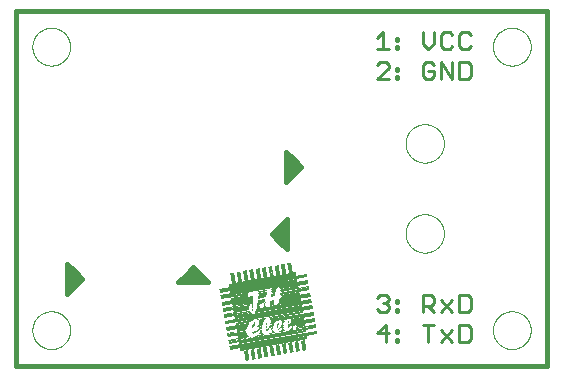
<source format=gto>
G75*
%MOIN*%
%OFA0B0*%
%FSLAX25Y25*%
%IPPOS*%
%LPD*%
%AMOC8*
5,1,8,0,0,1.08239X$1,22.5*
%
%ADD10C,0.00000*%
%ADD11C,0.01600*%
%ADD12C,0.01000*%
%ADD13R,0.01300X0.00100*%
%ADD14R,0.01200X0.00100*%
%ADD15R,0.22700X0.00100*%
%ADD16R,0.29600X0.00100*%
%ADD17R,0.08300X0.00100*%
%ADD18R,0.11100X0.00100*%
%ADD19R,0.09300X0.00100*%
%ADD20R,0.07700X0.00100*%
%ADD21R,0.03300X0.00100*%
%ADD22R,0.02700X0.00100*%
%ADD23R,0.02500X0.00100*%
%ADD24R,0.07000X0.00100*%
%ADD25R,0.07400X0.00100*%
%ADD26R,0.02800X0.00100*%
%ADD27R,0.02400X0.00100*%
%ADD28R,0.02100X0.00100*%
%ADD29R,0.01000X0.00100*%
%ADD30R,0.06800X0.00100*%
%ADD31R,0.07300X0.00100*%
%ADD32R,0.02300X0.00100*%
%ADD33R,0.01900X0.00100*%
%ADD34R,0.01800X0.00100*%
%ADD35R,0.00700X0.00100*%
%ADD36R,0.06600X0.00100*%
%ADD37R,0.07100X0.00100*%
%ADD38R,0.01700X0.00100*%
%ADD39R,0.01600X0.00100*%
%ADD40R,0.00600X0.00100*%
%ADD41R,0.06900X0.00100*%
%ADD42R,0.01500X0.00100*%
%ADD43R,0.06500X0.00100*%
%ADD44R,0.03500X0.00100*%
%ADD45R,0.01400X0.00100*%
%ADD46R,0.01100X0.00100*%
%ADD47R,0.00500X0.00100*%
%ADD48R,0.03000X0.00100*%
%ADD49R,0.03400X0.00100*%
%ADD50R,0.00900X0.00100*%
%ADD51R,0.00400X0.00100*%
%ADD52R,0.00800X0.00100*%
%ADD53R,0.02900X0.00100*%
%ADD54R,0.03200X0.00100*%
%ADD55R,0.03100X0.00100*%
%ADD56R,0.00200X0.00100*%
%ADD57R,0.00300X0.00100*%
%ADD58R,0.06400X0.00100*%
%ADD59R,0.07900X0.00100*%
%ADD60R,0.08000X0.00100*%
%ADD61R,0.02200X0.00100*%
%ADD62R,0.00100X0.00100*%
%ADD63R,0.09200X0.00100*%
%ADD64R,0.08500X0.00100*%
%ADD65R,0.08400X0.00100*%
%ADD66R,0.08200X0.00100*%
%ADD67R,0.08100X0.00100*%
%ADD68R,0.04500X0.00100*%
%ADD69R,0.04400X0.00100*%
%ADD70R,0.04300X0.00100*%
%ADD71R,0.07800X0.00100*%
%ADD72R,0.02000X0.00100*%
%ADD73R,0.07200X0.00100*%
%ADD74R,0.02600X0.00100*%
%ADD75R,0.14600X0.00100*%
%ADD76R,0.07500X0.00100*%
%ADD77R,0.07600X0.00100*%
%ADD78R,0.04700X0.00100*%
%ADD79R,0.04900X0.00100*%
%ADD80R,0.05000X0.00100*%
%ADD81R,0.05100X0.00100*%
%ADD82R,0.11200X0.00100*%
%ADD83R,0.05300X0.00100*%
%ADD84R,0.05500X0.00100*%
%ADD85R,0.11300X0.00100*%
%ADD86R,0.05700X0.00100*%
%ADD87R,0.11400X0.00100*%
%ADD88R,0.05900X0.00100*%
%ADD89R,0.11500X0.00100*%
%ADD90R,0.06300X0.00100*%
%ADD91R,0.03800X0.00100*%
%ADD92R,0.11700X0.00100*%
%ADD93R,0.16100X0.00100*%
%ADD94R,0.19500X0.00100*%
%ADD95R,0.09100X0.00100*%
%ADD96R,0.19300X0.00100*%
%ADD97R,0.09000X0.00100*%
%ADD98R,0.19200X0.00100*%
%ADD99R,0.08900X0.00100*%
%ADD100R,0.19100X0.00100*%
%ADD101R,0.08800X0.00100*%
%ADD102R,0.19000X0.00100*%
%ADD103R,0.08700X0.00100*%
%ADD104R,0.18900X0.00100*%
%ADD105R,0.18800X0.00100*%
%ADD106R,0.08600X0.00100*%
%ADD107R,0.18700X0.00100*%
%ADD108R,0.18600X0.00100*%
%ADD109R,0.11800X0.00100*%
%ADD110R,0.05200X0.00100*%
%ADD111R,0.10800X0.00100*%
%ADD112R,0.10700X0.00100*%
%ADD113R,0.10600X0.00100*%
%ADD114R,0.10500X0.00100*%
%ADD115R,0.09500X0.00100*%
%ADD116R,0.10300X0.00100*%
%ADD117R,0.10100X0.00100*%
%ADD118R,0.10400X0.00100*%
%ADD119R,0.10000X0.00100*%
%ADD120R,0.06200X0.00100*%
%ADD121R,0.06100X0.00100*%
%ADD122R,0.09900X0.00100*%
%ADD123R,0.09800X0.00100*%
%ADD124R,0.09700X0.00100*%
%ADD125R,0.09600X0.00100*%
%ADD126R,0.05600X0.00100*%
%ADD127R,0.06000X0.00100*%
%ADD128R,0.03900X0.00100*%
D10*
X0065351Y0067988D02*
X0065353Y0068146D01*
X0065359Y0068304D01*
X0065369Y0068462D01*
X0065383Y0068620D01*
X0065401Y0068777D01*
X0065422Y0068934D01*
X0065448Y0069090D01*
X0065478Y0069246D01*
X0065511Y0069401D01*
X0065549Y0069554D01*
X0065590Y0069707D01*
X0065635Y0069859D01*
X0065684Y0070010D01*
X0065737Y0070159D01*
X0065793Y0070307D01*
X0065853Y0070453D01*
X0065917Y0070598D01*
X0065985Y0070741D01*
X0066056Y0070883D01*
X0066130Y0071023D01*
X0066208Y0071160D01*
X0066290Y0071296D01*
X0066374Y0071430D01*
X0066463Y0071561D01*
X0066554Y0071690D01*
X0066649Y0071817D01*
X0066746Y0071942D01*
X0066847Y0072064D01*
X0066951Y0072183D01*
X0067058Y0072300D01*
X0067168Y0072414D01*
X0067281Y0072525D01*
X0067396Y0072634D01*
X0067514Y0072739D01*
X0067635Y0072841D01*
X0067758Y0072941D01*
X0067884Y0073037D01*
X0068012Y0073130D01*
X0068142Y0073220D01*
X0068275Y0073306D01*
X0068410Y0073390D01*
X0068546Y0073469D01*
X0068685Y0073546D01*
X0068826Y0073618D01*
X0068968Y0073688D01*
X0069112Y0073753D01*
X0069258Y0073815D01*
X0069405Y0073873D01*
X0069554Y0073928D01*
X0069704Y0073979D01*
X0069855Y0074026D01*
X0070007Y0074069D01*
X0070160Y0074108D01*
X0070315Y0074144D01*
X0070470Y0074175D01*
X0070626Y0074203D01*
X0070782Y0074227D01*
X0070939Y0074247D01*
X0071097Y0074263D01*
X0071254Y0074275D01*
X0071413Y0074283D01*
X0071571Y0074287D01*
X0071729Y0074287D01*
X0071887Y0074283D01*
X0072046Y0074275D01*
X0072203Y0074263D01*
X0072361Y0074247D01*
X0072518Y0074227D01*
X0072674Y0074203D01*
X0072830Y0074175D01*
X0072985Y0074144D01*
X0073140Y0074108D01*
X0073293Y0074069D01*
X0073445Y0074026D01*
X0073596Y0073979D01*
X0073746Y0073928D01*
X0073895Y0073873D01*
X0074042Y0073815D01*
X0074188Y0073753D01*
X0074332Y0073688D01*
X0074474Y0073618D01*
X0074615Y0073546D01*
X0074754Y0073469D01*
X0074890Y0073390D01*
X0075025Y0073306D01*
X0075158Y0073220D01*
X0075288Y0073130D01*
X0075416Y0073037D01*
X0075542Y0072941D01*
X0075665Y0072841D01*
X0075786Y0072739D01*
X0075904Y0072634D01*
X0076019Y0072525D01*
X0076132Y0072414D01*
X0076242Y0072300D01*
X0076349Y0072183D01*
X0076453Y0072064D01*
X0076554Y0071942D01*
X0076651Y0071817D01*
X0076746Y0071690D01*
X0076837Y0071561D01*
X0076926Y0071430D01*
X0077010Y0071296D01*
X0077092Y0071160D01*
X0077170Y0071023D01*
X0077244Y0070883D01*
X0077315Y0070741D01*
X0077383Y0070598D01*
X0077447Y0070453D01*
X0077507Y0070307D01*
X0077563Y0070159D01*
X0077616Y0070010D01*
X0077665Y0069859D01*
X0077710Y0069707D01*
X0077751Y0069554D01*
X0077789Y0069401D01*
X0077822Y0069246D01*
X0077852Y0069090D01*
X0077878Y0068934D01*
X0077899Y0068777D01*
X0077917Y0068620D01*
X0077931Y0068462D01*
X0077941Y0068304D01*
X0077947Y0068146D01*
X0077949Y0067988D01*
X0077947Y0067830D01*
X0077941Y0067672D01*
X0077931Y0067514D01*
X0077917Y0067356D01*
X0077899Y0067199D01*
X0077878Y0067042D01*
X0077852Y0066886D01*
X0077822Y0066730D01*
X0077789Y0066575D01*
X0077751Y0066422D01*
X0077710Y0066269D01*
X0077665Y0066117D01*
X0077616Y0065966D01*
X0077563Y0065817D01*
X0077507Y0065669D01*
X0077447Y0065523D01*
X0077383Y0065378D01*
X0077315Y0065235D01*
X0077244Y0065093D01*
X0077170Y0064953D01*
X0077092Y0064816D01*
X0077010Y0064680D01*
X0076926Y0064546D01*
X0076837Y0064415D01*
X0076746Y0064286D01*
X0076651Y0064159D01*
X0076554Y0064034D01*
X0076453Y0063912D01*
X0076349Y0063793D01*
X0076242Y0063676D01*
X0076132Y0063562D01*
X0076019Y0063451D01*
X0075904Y0063342D01*
X0075786Y0063237D01*
X0075665Y0063135D01*
X0075542Y0063035D01*
X0075416Y0062939D01*
X0075288Y0062846D01*
X0075158Y0062756D01*
X0075025Y0062670D01*
X0074890Y0062586D01*
X0074754Y0062507D01*
X0074615Y0062430D01*
X0074474Y0062358D01*
X0074332Y0062288D01*
X0074188Y0062223D01*
X0074042Y0062161D01*
X0073895Y0062103D01*
X0073746Y0062048D01*
X0073596Y0061997D01*
X0073445Y0061950D01*
X0073293Y0061907D01*
X0073140Y0061868D01*
X0072985Y0061832D01*
X0072830Y0061801D01*
X0072674Y0061773D01*
X0072518Y0061749D01*
X0072361Y0061729D01*
X0072203Y0061713D01*
X0072046Y0061701D01*
X0071887Y0061693D01*
X0071729Y0061689D01*
X0071571Y0061689D01*
X0071413Y0061693D01*
X0071254Y0061701D01*
X0071097Y0061713D01*
X0070939Y0061729D01*
X0070782Y0061749D01*
X0070626Y0061773D01*
X0070470Y0061801D01*
X0070315Y0061832D01*
X0070160Y0061868D01*
X0070007Y0061907D01*
X0069855Y0061950D01*
X0069704Y0061997D01*
X0069554Y0062048D01*
X0069405Y0062103D01*
X0069258Y0062161D01*
X0069112Y0062223D01*
X0068968Y0062288D01*
X0068826Y0062358D01*
X0068685Y0062430D01*
X0068546Y0062507D01*
X0068410Y0062586D01*
X0068275Y0062670D01*
X0068142Y0062756D01*
X0068012Y0062846D01*
X0067884Y0062939D01*
X0067758Y0063035D01*
X0067635Y0063135D01*
X0067514Y0063237D01*
X0067396Y0063342D01*
X0067281Y0063451D01*
X0067168Y0063562D01*
X0067058Y0063676D01*
X0066951Y0063793D01*
X0066847Y0063912D01*
X0066746Y0064034D01*
X0066649Y0064159D01*
X0066554Y0064286D01*
X0066463Y0064415D01*
X0066374Y0064546D01*
X0066290Y0064680D01*
X0066208Y0064816D01*
X0066130Y0064953D01*
X0066056Y0065093D01*
X0065985Y0065235D01*
X0065917Y0065378D01*
X0065853Y0065523D01*
X0065793Y0065669D01*
X0065737Y0065817D01*
X0065684Y0065966D01*
X0065635Y0066117D01*
X0065590Y0066269D01*
X0065549Y0066422D01*
X0065511Y0066575D01*
X0065478Y0066730D01*
X0065448Y0066886D01*
X0065422Y0067042D01*
X0065401Y0067199D01*
X0065383Y0067356D01*
X0065369Y0067514D01*
X0065359Y0067672D01*
X0065353Y0067830D01*
X0065351Y0067988D01*
X0065351Y0162476D02*
X0065353Y0162634D01*
X0065359Y0162792D01*
X0065369Y0162950D01*
X0065383Y0163108D01*
X0065401Y0163265D01*
X0065422Y0163422D01*
X0065448Y0163578D01*
X0065478Y0163734D01*
X0065511Y0163889D01*
X0065549Y0164042D01*
X0065590Y0164195D01*
X0065635Y0164347D01*
X0065684Y0164498D01*
X0065737Y0164647D01*
X0065793Y0164795D01*
X0065853Y0164941D01*
X0065917Y0165086D01*
X0065985Y0165229D01*
X0066056Y0165371D01*
X0066130Y0165511D01*
X0066208Y0165648D01*
X0066290Y0165784D01*
X0066374Y0165918D01*
X0066463Y0166049D01*
X0066554Y0166178D01*
X0066649Y0166305D01*
X0066746Y0166430D01*
X0066847Y0166552D01*
X0066951Y0166671D01*
X0067058Y0166788D01*
X0067168Y0166902D01*
X0067281Y0167013D01*
X0067396Y0167122D01*
X0067514Y0167227D01*
X0067635Y0167329D01*
X0067758Y0167429D01*
X0067884Y0167525D01*
X0068012Y0167618D01*
X0068142Y0167708D01*
X0068275Y0167794D01*
X0068410Y0167878D01*
X0068546Y0167957D01*
X0068685Y0168034D01*
X0068826Y0168106D01*
X0068968Y0168176D01*
X0069112Y0168241D01*
X0069258Y0168303D01*
X0069405Y0168361D01*
X0069554Y0168416D01*
X0069704Y0168467D01*
X0069855Y0168514D01*
X0070007Y0168557D01*
X0070160Y0168596D01*
X0070315Y0168632D01*
X0070470Y0168663D01*
X0070626Y0168691D01*
X0070782Y0168715D01*
X0070939Y0168735D01*
X0071097Y0168751D01*
X0071254Y0168763D01*
X0071413Y0168771D01*
X0071571Y0168775D01*
X0071729Y0168775D01*
X0071887Y0168771D01*
X0072046Y0168763D01*
X0072203Y0168751D01*
X0072361Y0168735D01*
X0072518Y0168715D01*
X0072674Y0168691D01*
X0072830Y0168663D01*
X0072985Y0168632D01*
X0073140Y0168596D01*
X0073293Y0168557D01*
X0073445Y0168514D01*
X0073596Y0168467D01*
X0073746Y0168416D01*
X0073895Y0168361D01*
X0074042Y0168303D01*
X0074188Y0168241D01*
X0074332Y0168176D01*
X0074474Y0168106D01*
X0074615Y0168034D01*
X0074754Y0167957D01*
X0074890Y0167878D01*
X0075025Y0167794D01*
X0075158Y0167708D01*
X0075288Y0167618D01*
X0075416Y0167525D01*
X0075542Y0167429D01*
X0075665Y0167329D01*
X0075786Y0167227D01*
X0075904Y0167122D01*
X0076019Y0167013D01*
X0076132Y0166902D01*
X0076242Y0166788D01*
X0076349Y0166671D01*
X0076453Y0166552D01*
X0076554Y0166430D01*
X0076651Y0166305D01*
X0076746Y0166178D01*
X0076837Y0166049D01*
X0076926Y0165918D01*
X0077010Y0165784D01*
X0077092Y0165648D01*
X0077170Y0165511D01*
X0077244Y0165371D01*
X0077315Y0165229D01*
X0077383Y0165086D01*
X0077447Y0164941D01*
X0077507Y0164795D01*
X0077563Y0164647D01*
X0077616Y0164498D01*
X0077665Y0164347D01*
X0077710Y0164195D01*
X0077751Y0164042D01*
X0077789Y0163889D01*
X0077822Y0163734D01*
X0077852Y0163578D01*
X0077878Y0163422D01*
X0077899Y0163265D01*
X0077917Y0163108D01*
X0077931Y0162950D01*
X0077941Y0162792D01*
X0077947Y0162634D01*
X0077949Y0162476D01*
X0077947Y0162318D01*
X0077941Y0162160D01*
X0077931Y0162002D01*
X0077917Y0161844D01*
X0077899Y0161687D01*
X0077878Y0161530D01*
X0077852Y0161374D01*
X0077822Y0161218D01*
X0077789Y0161063D01*
X0077751Y0160910D01*
X0077710Y0160757D01*
X0077665Y0160605D01*
X0077616Y0160454D01*
X0077563Y0160305D01*
X0077507Y0160157D01*
X0077447Y0160011D01*
X0077383Y0159866D01*
X0077315Y0159723D01*
X0077244Y0159581D01*
X0077170Y0159441D01*
X0077092Y0159304D01*
X0077010Y0159168D01*
X0076926Y0159034D01*
X0076837Y0158903D01*
X0076746Y0158774D01*
X0076651Y0158647D01*
X0076554Y0158522D01*
X0076453Y0158400D01*
X0076349Y0158281D01*
X0076242Y0158164D01*
X0076132Y0158050D01*
X0076019Y0157939D01*
X0075904Y0157830D01*
X0075786Y0157725D01*
X0075665Y0157623D01*
X0075542Y0157523D01*
X0075416Y0157427D01*
X0075288Y0157334D01*
X0075158Y0157244D01*
X0075025Y0157158D01*
X0074890Y0157074D01*
X0074754Y0156995D01*
X0074615Y0156918D01*
X0074474Y0156846D01*
X0074332Y0156776D01*
X0074188Y0156711D01*
X0074042Y0156649D01*
X0073895Y0156591D01*
X0073746Y0156536D01*
X0073596Y0156485D01*
X0073445Y0156438D01*
X0073293Y0156395D01*
X0073140Y0156356D01*
X0072985Y0156320D01*
X0072830Y0156289D01*
X0072674Y0156261D01*
X0072518Y0156237D01*
X0072361Y0156217D01*
X0072203Y0156201D01*
X0072046Y0156189D01*
X0071887Y0156181D01*
X0071729Y0156177D01*
X0071571Y0156177D01*
X0071413Y0156181D01*
X0071254Y0156189D01*
X0071097Y0156201D01*
X0070939Y0156217D01*
X0070782Y0156237D01*
X0070626Y0156261D01*
X0070470Y0156289D01*
X0070315Y0156320D01*
X0070160Y0156356D01*
X0070007Y0156395D01*
X0069855Y0156438D01*
X0069704Y0156485D01*
X0069554Y0156536D01*
X0069405Y0156591D01*
X0069258Y0156649D01*
X0069112Y0156711D01*
X0068968Y0156776D01*
X0068826Y0156846D01*
X0068685Y0156918D01*
X0068546Y0156995D01*
X0068410Y0157074D01*
X0068275Y0157158D01*
X0068142Y0157244D01*
X0068012Y0157334D01*
X0067884Y0157427D01*
X0067758Y0157523D01*
X0067635Y0157623D01*
X0067514Y0157725D01*
X0067396Y0157830D01*
X0067281Y0157939D01*
X0067168Y0158050D01*
X0067058Y0158164D01*
X0066951Y0158281D01*
X0066847Y0158400D01*
X0066746Y0158522D01*
X0066649Y0158647D01*
X0066554Y0158774D01*
X0066463Y0158903D01*
X0066374Y0159034D01*
X0066290Y0159168D01*
X0066208Y0159304D01*
X0066130Y0159441D01*
X0066056Y0159581D01*
X0065985Y0159723D01*
X0065917Y0159866D01*
X0065853Y0160011D01*
X0065793Y0160157D01*
X0065737Y0160305D01*
X0065684Y0160454D01*
X0065635Y0160605D01*
X0065590Y0160757D01*
X0065549Y0160910D01*
X0065511Y0161063D01*
X0065478Y0161218D01*
X0065448Y0161374D01*
X0065422Y0161530D01*
X0065401Y0161687D01*
X0065383Y0161844D01*
X0065369Y0162002D01*
X0065359Y0162160D01*
X0065353Y0162318D01*
X0065351Y0162476D01*
X0189740Y0130232D02*
X0189742Y0130392D01*
X0189748Y0130551D01*
X0189758Y0130710D01*
X0189772Y0130869D01*
X0189790Y0131028D01*
X0189811Y0131186D01*
X0189837Y0131343D01*
X0189867Y0131500D01*
X0189900Y0131656D01*
X0189938Y0131811D01*
X0189979Y0131965D01*
X0190024Y0132118D01*
X0190073Y0132270D01*
X0190126Y0132420D01*
X0190182Y0132569D01*
X0190242Y0132717D01*
X0190306Y0132863D01*
X0190374Y0133008D01*
X0190445Y0133151D01*
X0190519Y0133292D01*
X0190597Y0133431D01*
X0190679Y0133568D01*
X0190764Y0133703D01*
X0190852Y0133836D01*
X0190943Y0133967D01*
X0191038Y0134095D01*
X0191136Y0134221D01*
X0191237Y0134345D01*
X0191341Y0134465D01*
X0191448Y0134584D01*
X0191558Y0134699D01*
X0191671Y0134812D01*
X0191786Y0134922D01*
X0191905Y0135029D01*
X0192025Y0135133D01*
X0192149Y0135234D01*
X0192275Y0135332D01*
X0192403Y0135427D01*
X0192534Y0135518D01*
X0192667Y0135606D01*
X0192802Y0135691D01*
X0192939Y0135773D01*
X0193078Y0135851D01*
X0193219Y0135925D01*
X0193362Y0135996D01*
X0193507Y0136064D01*
X0193653Y0136128D01*
X0193801Y0136188D01*
X0193950Y0136244D01*
X0194100Y0136297D01*
X0194252Y0136346D01*
X0194405Y0136391D01*
X0194559Y0136432D01*
X0194714Y0136470D01*
X0194870Y0136503D01*
X0195027Y0136533D01*
X0195184Y0136559D01*
X0195342Y0136580D01*
X0195501Y0136598D01*
X0195660Y0136612D01*
X0195819Y0136622D01*
X0195978Y0136628D01*
X0196138Y0136630D01*
X0196298Y0136628D01*
X0196457Y0136622D01*
X0196616Y0136612D01*
X0196775Y0136598D01*
X0196934Y0136580D01*
X0197092Y0136559D01*
X0197249Y0136533D01*
X0197406Y0136503D01*
X0197562Y0136470D01*
X0197717Y0136432D01*
X0197871Y0136391D01*
X0198024Y0136346D01*
X0198176Y0136297D01*
X0198326Y0136244D01*
X0198475Y0136188D01*
X0198623Y0136128D01*
X0198769Y0136064D01*
X0198914Y0135996D01*
X0199057Y0135925D01*
X0199198Y0135851D01*
X0199337Y0135773D01*
X0199474Y0135691D01*
X0199609Y0135606D01*
X0199742Y0135518D01*
X0199873Y0135427D01*
X0200001Y0135332D01*
X0200127Y0135234D01*
X0200251Y0135133D01*
X0200371Y0135029D01*
X0200490Y0134922D01*
X0200605Y0134812D01*
X0200718Y0134699D01*
X0200828Y0134584D01*
X0200935Y0134465D01*
X0201039Y0134345D01*
X0201140Y0134221D01*
X0201238Y0134095D01*
X0201333Y0133967D01*
X0201424Y0133836D01*
X0201512Y0133703D01*
X0201597Y0133568D01*
X0201679Y0133431D01*
X0201757Y0133292D01*
X0201831Y0133151D01*
X0201902Y0133008D01*
X0201970Y0132863D01*
X0202034Y0132717D01*
X0202094Y0132569D01*
X0202150Y0132420D01*
X0202203Y0132270D01*
X0202252Y0132118D01*
X0202297Y0131965D01*
X0202338Y0131811D01*
X0202376Y0131656D01*
X0202409Y0131500D01*
X0202439Y0131343D01*
X0202465Y0131186D01*
X0202486Y0131028D01*
X0202504Y0130869D01*
X0202518Y0130710D01*
X0202528Y0130551D01*
X0202534Y0130392D01*
X0202536Y0130232D01*
X0202534Y0130072D01*
X0202528Y0129913D01*
X0202518Y0129754D01*
X0202504Y0129595D01*
X0202486Y0129436D01*
X0202465Y0129278D01*
X0202439Y0129121D01*
X0202409Y0128964D01*
X0202376Y0128808D01*
X0202338Y0128653D01*
X0202297Y0128499D01*
X0202252Y0128346D01*
X0202203Y0128194D01*
X0202150Y0128044D01*
X0202094Y0127895D01*
X0202034Y0127747D01*
X0201970Y0127601D01*
X0201902Y0127456D01*
X0201831Y0127313D01*
X0201757Y0127172D01*
X0201679Y0127033D01*
X0201597Y0126896D01*
X0201512Y0126761D01*
X0201424Y0126628D01*
X0201333Y0126497D01*
X0201238Y0126369D01*
X0201140Y0126243D01*
X0201039Y0126119D01*
X0200935Y0125999D01*
X0200828Y0125880D01*
X0200718Y0125765D01*
X0200605Y0125652D01*
X0200490Y0125542D01*
X0200371Y0125435D01*
X0200251Y0125331D01*
X0200127Y0125230D01*
X0200001Y0125132D01*
X0199873Y0125037D01*
X0199742Y0124946D01*
X0199609Y0124858D01*
X0199474Y0124773D01*
X0199337Y0124691D01*
X0199198Y0124613D01*
X0199057Y0124539D01*
X0198914Y0124468D01*
X0198769Y0124400D01*
X0198623Y0124336D01*
X0198475Y0124276D01*
X0198326Y0124220D01*
X0198176Y0124167D01*
X0198024Y0124118D01*
X0197871Y0124073D01*
X0197717Y0124032D01*
X0197562Y0123994D01*
X0197406Y0123961D01*
X0197249Y0123931D01*
X0197092Y0123905D01*
X0196934Y0123884D01*
X0196775Y0123866D01*
X0196616Y0123852D01*
X0196457Y0123842D01*
X0196298Y0123836D01*
X0196138Y0123834D01*
X0195978Y0123836D01*
X0195819Y0123842D01*
X0195660Y0123852D01*
X0195501Y0123866D01*
X0195342Y0123884D01*
X0195184Y0123905D01*
X0195027Y0123931D01*
X0194870Y0123961D01*
X0194714Y0123994D01*
X0194559Y0124032D01*
X0194405Y0124073D01*
X0194252Y0124118D01*
X0194100Y0124167D01*
X0193950Y0124220D01*
X0193801Y0124276D01*
X0193653Y0124336D01*
X0193507Y0124400D01*
X0193362Y0124468D01*
X0193219Y0124539D01*
X0193078Y0124613D01*
X0192939Y0124691D01*
X0192802Y0124773D01*
X0192667Y0124858D01*
X0192534Y0124946D01*
X0192403Y0125037D01*
X0192275Y0125132D01*
X0192149Y0125230D01*
X0192025Y0125331D01*
X0191905Y0125435D01*
X0191786Y0125542D01*
X0191671Y0125652D01*
X0191558Y0125765D01*
X0191448Y0125880D01*
X0191341Y0125999D01*
X0191237Y0126119D01*
X0191136Y0126243D01*
X0191038Y0126369D01*
X0190943Y0126497D01*
X0190852Y0126628D01*
X0190764Y0126761D01*
X0190679Y0126896D01*
X0190597Y0127033D01*
X0190519Y0127172D01*
X0190445Y0127313D01*
X0190374Y0127456D01*
X0190306Y0127601D01*
X0190242Y0127747D01*
X0190182Y0127895D01*
X0190126Y0128044D01*
X0190073Y0128194D01*
X0190024Y0128346D01*
X0189979Y0128499D01*
X0189938Y0128653D01*
X0189900Y0128808D01*
X0189867Y0128964D01*
X0189837Y0129121D01*
X0189811Y0129278D01*
X0189790Y0129436D01*
X0189772Y0129595D01*
X0189758Y0129754D01*
X0189748Y0129913D01*
X0189742Y0130072D01*
X0189740Y0130232D01*
X0189740Y0100232D02*
X0189742Y0100392D01*
X0189748Y0100551D01*
X0189758Y0100710D01*
X0189772Y0100869D01*
X0189790Y0101028D01*
X0189811Y0101186D01*
X0189837Y0101343D01*
X0189867Y0101500D01*
X0189900Y0101656D01*
X0189938Y0101811D01*
X0189979Y0101965D01*
X0190024Y0102118D01*
X0190073Y0102270D01*
X0190126Y0102420D01*
X0190182Y0102569D01*
X0190242Y0102717D01*
X0190306Y0102863D01*
X0190374Y0103008D01*
X0190445Y0103151D01*
X0190519Y0103292D01*
X0190597Y0103431D01*
X0190679Y0103568D01*
X0190764Y0103703D01*
X0190852Y0103836D01*
X0190943Y0103967D01*
X0191038Y0104095D01*
X0191136Y0104221D01*
X0191237Y0104345D01*
X0191341Y0104465D01*
X0191448Y0104584D01*
X0191558Y0104699D01*
X0191671Y0104812D01*
X0191786Y0104922D01*
X0191905Y0105029D01*
X0192025Y0105133D01*
X0192149Y0105234D01*
X0192275Y0105332D01*
X0192403Y0105427D01*
X0192534Y0105518D01*
X0192667Y0105606D01*
X0192802Y0105691D01*
X0192939Y0105773D01*
X0193078Y0105851D01*
X0193219Y0105925D01*
X0193362Y0105996D01*
X0193507Y0106064D01*
X0193653Y0106128D01*
X0193801Y0106188D01*
X0193950Y0106244D01*
X0194100Y0106297D01*
X0194252Y0106346D01*
X0194405Y0106391D01*
X0194559Y0106432D01*
X0194714Y0106470D01*
X0194870Y0106503D01*
X0195027Y0106533D01*
X0195184Y0106559D01*
X0195342Y0106580D01*
X0195501Y0106598D01*
X0195660Y0106612D01*
X0195819Y0106622D01*
X0195978Y0106628D01*
X0196138Y0106630D01*
X0196298Y0106628D01*
X0196457Y0106622D01*
X0196616Y0106612D01*
X0196775Y0106598D01*
X0196934Y0106580D01*
X0197092Y0106559D01*
X0197249Y0106533D01*
X0197406Y0106503D01*
X0197562Y0106470D01*
X0197717Y0106432D01*
X0197871Y0106391D01*
X0198024Y0106346D01*
X0198176Y0106297D01*
X0198326Y0106244D01*
X0198475Y0106188D01*
X0198623Y0106128D01*
X0198769Y0106064D01*
X0198914Y0105996D01*
X0199057Y0105925D01*
X0199198Y0105851D01*
X0199337Y0105773D01*
X0199474Y0105691D01*
X0199609Y0105606D01*
X0199742Y0105518D01*
X0199873Y0105427D01*
X0200001Y0105332D01*
X0200127Y0105234D01*
X0200251Y0105133D01*
X0200371Y0105029D01*
X0200490Y0104922D01*
X0200605Y0104812D01*
X0200718Y0104699D01*
X0200828Y0104584D01*
X0200935Y0104465D01*
X0201039Y0104345D01*
X0201140Y0104221D01*
X0201238Y0104095D01*
X0201333Y0103967D01*
X0201424Y0103836D01*
X0201512Y0103703D01*
X0201597Y0103568D01*
X0201679Y0103431D01*
X0201757Y0103292D01*
X0201831Y0103151D01*
X0201902Y0103008D01*
X0201970Y0102863D01*
X0202034Y0102717D01*
X0202094Y0102569D01*
X0202150Y0102420D01*
X0202203Y0102270D01*
X0202252Y0102118D01*
X0202297Y0101965D01*
X0202338Y0101811D01*
X0202376Y0101656D01*
X0202409Y0101500D01*
X0202439Y0101343D01*
X0202465Y0101186D01*
X0202486Y0101028D01*
X0202504Y0100869D01*
X0202518Y0100710D01*
X0202528Y0100551D01*
X0202534Y0100392D01*
X0202536Y0100232D01*
X0202534Y0100072D01*
X0202528Y0099913D01*
X0202518Y0099754D01*
X0202504Y0099595D01*
X0202486Y0099436D01*
X0202465Y0099278D01*
X0202439Y0099121D01*
X0202409Y0098964D01*
X0202376Y0098808D01*
X0202338Y0098653D01*
X0202297Y0098499D01*
X0202252Y0098346D01*
X0202203Y0098194D01*
X0202150Y0098044D01*
X0202094Y0097895D01*
X0202034Y0097747D01*
X0201970Y0097601D01*
X0201902Y0097456D01*
X0201831Y0097313D01*
X0201757Y0097172D01*
X0201679Y0097033D01*
X0201597Y0096896D01*
X0201512Y0096761D01*
X0201424Y0096628D01*
X0201333Y0096497D01*
X0201238Y0096369D01*
X0201140Y0096243D01*
X0201039Y0096119D01*
X0200935Y0095999D01*
X0200828Y0095880D01*
X0200718Y0095765D01*
X0200605Y0095652D01*
X0200490Y0095542D01*
X0200371Y0095435D01*
X0200251Y0095331D01*
X0200127Y0095230D01*
X0200001Y0095132D01*
X0199873Y0095037D01*
X0199742Y0094946D01*
X0199609Y0094858D01*
X0199474Y0094773D01*
X0199337Y0094691D01*
X0199198Y0094613D01*
X0199057Y0094539D01*
X0198914Y0094468D01*
X0198769Y0094400D01*
X0198623Y0094336D01*
X0198475Y0094276D01*
X0198326Y0094220D01*
X0198176Y0094167D01*
X0198024Y0094118D01*
X0197871Y0094073D01*
X0197717Y0094032D01*
X0197562Y0093994D01*
X0197406Y0093961D01*
X0197249Y0093931D01*
X0197092Y0093905D01*
X0196934Y0093884D01*
X0196775Y0093866D01*
X0196616Y0093852D01*
X0196457Y0093842D01*
X0196298Y0093836D01*
X0196138Y0093834D01*
X0195978Y0093836D01*
X0195819Y0093842D01*
X0195660Y0093852D01*
X0195501Y0093866D01*
X0195342Y0093884D01*
X0195184Y0093905D01*
X0195027Y0093931D01*
X0194870Y0093961D01*
X0194714Y0093994D01*
X0194559Y0094032D01*
X0194405Y0094073D01*
X0194252Y0094118D01*
X0194100Y0094167D01*
X0193950Y0094220D01*
X0193801Y0094276D01*
X0193653Y0094336D01*
X0193507Y0094400D01*
X0193362Y0094468D01*
X0193219Y0094539D01*
X0193078Y0094613D01*
X0192939Y0094691D01*
X0192802Y0094773D01*
X0192667Y0094858D01*
X0192534Y0094946D01*
X0192403Y0095037D01*
X0192275Y0095132D01*
X0192149Y0095230D01*
X0192025Y0095331D01*
X0191905Y0095435D01*
X0191786Y0095542D01*
X0191671Y0095652D01*
X0191558Y0095765D01*
X0191448Y0095880D01*
X0191341Y0095999D01*
X0191237Y0096119D01*
X0191136Y0096243D01*
X0191038Y0096369D01*
X0190943Y0096497D01*
X0190852Y0096628D01*
X0190764Y0096761D01*
X0190679Y0096896D01*
X0190597Y0097033D01*
X0190519Y0097172D01*
X0190445Y0097313D01*
X0190374Y0097456D01*
X0190306Y0097601D01*
X0190242Y0097747D01*
X0190182Y0097895D01*
X0190126Y0098044D01*
X0190073Y0098194D01*
X0190024Y0098346D01*
X0189979Y0098499D01*
X0189938Y0098653D01*
X0189900Y0098808D01*
X0189867Y0098964D01*
X0189837Y0099121D01*
X0189811Y0099278D01*
X0189790Y0099436D01*
X0189772Y0099595D01*
X0189758Y0099754D01*
X0189748Y0099913D01*
X0189742Y0100072D01*
X0189740Y0100232D01*
X0218895Y0067988D02*
X0218897Y0068146D01*
X0218903Y0068304D01*
X0218913Y0068462D01*
X0218927Y0068620D01*
X0218945Y0068777D01*
X0218966Y0068934D01*
X0218992Y0069090D01*
X0219022Y0069246D01*
X0219055Y0069401D01*
X0219093Y0069554D01*
X0219134Y0069707D01*
X0219179Y0069859D01*
X0219228Y0070010D01*
X0219281Y0070159D01*
X0219337Y0070307D01*
X0219397Y0070453D01*
X0219461Y0070598D01*
X0219529Y0070741D01*
X0219600Y0070883D01*
X0219674Y0071023D01*
X0219752Y0071160D01*
X0219834Y0071296D01*
X0219918Y0071430D01*
X0220007Y0071561D01*
X0220098Y0071690D01*
X0220193Y0071817D01*
X0220290Y0071942D01*
X0220391Y0072064D01*
X0220495Y0072183D01*
X0220602Y0072300D01*
X0220712Y0072414D01*
X0220825Y0072525D01*
X0220940Y0072634D01*
X0221058Y0072739D01*
X0221179Y0072841D01*
X0221302Y0072941D01*
X0221428Y0073037D01*
X0221556Y0073130D01*
X0221686Y0073220D01*
X0221819Y0073306D01*
X0221954Y0073390D01*
X0222090Y0073469D01*
X0222229Y0073546D01*
X0222370Y0073618D01*
X0222512Y0073688D01*
X0222656Y0073753D01*
X0222802Y0073815D01*
X0222949Y0073873D01*
X0223098Y0073928D01*
X0223248Y0073979D01*
X0223399Y0074026D01*
X0223551Y0074069D01*
X0223704Y0074108D01*
X0223859Y0074144D01*
X0224014Y0074175D01*
X0224170Y0074203D01*
X0224326Y0074227D01*
X0224483Y0074247D01*
X0224641Y0074263D01*
X0224798Y0074275D01*
X0224957Y0074283D01*
X0225115Y0074287D01*
X0225273Y0074287D01*
X0225431Y0074283D01*
X0225590Y0074275D01*
X0225747Y0074263D01*
X0225905Y0074247D01*
X0226062Y0074227D01*
X0226218Y0074203D01*
X0226374Y0074175D01*
X0226529Y0074144D01*
X0226684Y0074108D01*
X0226837Y0074069D01*
X0226989Y0074026D01*
X0227140Y0073979D01*
X0227290Y0073928D01*
X0227439Y0073873D01*
X0227586Y0073815D01*
X0227732Y0073753D01*
X0227876Y0073688D01*
X0228018Y0073618D01*
X0228159Y0073546D01*
X0228298Y0073469D01*
X0228434Y0073390D01*
X0228569Y0073306D01*
X0228702Y0073220D01*
X0228832Y0073130D01*
X0228960Y0073037D01*
X0229086Y0072941D01*
X0229209Y0072841D01*
X0229330Y0072739D01*
X0229448Y0072634D01*
X0229563Y0072525D01*
X0229676Y0072414D01*
X0229786Y0072300D01*
X0229893Y0072183D01*
X0229997Y0072064D01*
X0230098Y0071942D01*
X0230195Y0071817D01*
X0230290Y0071690D01*
X0230381Y0071561D01*
X0230470Y0071430D01*
X0230554Y0071296D01*
X0230636Y0071160D01*
X0230714Y0071023D01*
X0230788Y0070883D01*
X0230859Y0070741D01*
X0230927Y0070598D01*
X0230991Y0070453D01*
X0231051Y0070307D01*
X0231107Y0070159D01*
X0231160Y0070010D01*
X0231209Y0069859D01*
X0231254Y0069707D01*
X0231295Y0069554D01*
X0231333Y0069401D01*
X0231366Y0069246D01*
X0231396Y0069090D01*
X0231422Y0068934D01*
X0231443Y0068777D01*
X0231461Y0068620D01*
X0231475Y0068462D01*
X0231485Y0068304D01*
X0231491Y0068146D01*
X0231493Y0067988D01*
X0231491Y0067830D01*
X0231485Y0067672D01*
X0231475Y0067514D01*
X0231461Y0067356D01*
X0231443Y0067199D01*
X0231422Y0067042D01*
X0231396Y0066886D01*
X0231366Y0066730D01*
X0231333Y0066575D01*
X0231295Y0066422D01*
X0231254Y0066269D01*
X0231209Y0066117D01*
X0231160Y0065966D01*
X0231107Y0065817D01*
X0231051Y0065669D01*
X0230991Y0065523D01*
X0230927Y0065378D01*
X0230859Y0065235D01*
X0230788Y0065093D01*
X0230714Y0064953D01*
X0230636Y0064816D01*
X0230554Y0064680D01*
X0230470Y0064546D01*
X0230381Y0064415D01*
X0230290Y0064286D01*
X0230195Y0064159D01*
X0230098Y0064034D01*
X0229997Y0063912D01*
X0229893Y0063793D01*
X0229786Y0063676D01*
X0229676Y0063562D01*
X0229563Y0063451D01*
X0229448Y0063342D01*
X0229330Y0063237D01*
X0229209Y0063135D01*
X0229086Y0063035D01*
X0228960Y0062939D01*
X0228832Y0062846D01*
X0228702Y0062756D01*
X0228569Y0062670D01*
X0228434Y0062586D01*
X0228298Y0062507D01*
X0228159Y0062430D01*
X0228018Y0062358D01*
X0227876Y0062288D01*
X0227732Y0062223D01*
X0227586Y0062161D01*
X0227439Y0062103D01*
X0227290Y0062048D01*
X0227140Y0061997D01*
X0226989Y0061950D01*
X0226837Y0061907D01*
X0226684Y0061868D01*
X0226529Y0061832D01*
X0226374Y0061801D01*
X0226218Y0061773D01*
X0226062Y0061749D01*
X0225905Y0061729D01*
X0225747Y0061713D01*
X0225590Y0061701D01*
X0225431Y0061693D01*
X0225273Y0061689D01*
X0225115Y0061689D01*
X0224957Y0061693D01*
X0224798Y0061701D01*
X0224641Y0061713D01*
X0224483Y0061729D01*
X0224326Y0061749D01*
X0224170Y0061773D01*
X0224014Y0061801D01*
X0223859Y0061832D01*
X0223704Y0061868D01*
X0223551Y0061907D01*
X0223399Y0061950D01*
X0223248Y0061997D01*
X0223098Y0062048D01*
X0222949Y0062103D01*
X0222802Y0062161D01*
X0222656Y0062223D01*
X0222512Y0062288D01*
X0222370Y0062358D01*
X0222229Y0062430D01*
X0222090Y0062507D01*
X0221954Y0062586D01*
X0221819Y0062670D01*
X0221686Y0062756D01*
X0221556Y0062846D01*
X0221428Y0062939D01*
X0221302Y0063035D01*
X0221179Y0063135D01*
X0221058Y0063237D01*
X0220940Y0063342D01*
X0220825Y0063451D01*
X0220712Y0063562D01*
X0220602Y0063676D01*
X0220495Y0063793D01*
X0220391Y0063912D01*
X0220290Y0064034D01*
X0220193Y0064159D01*
X0220098Y0064286D01*
X0220007Y0064415D01*
X0219918Y0064546D01*
X0219834Y0064680D01*
X0219752Y0064816D01*
X0219674Y0064953D01*
X0219600Y0065093D01*
X0219529Y0065235D01*
X0219461Y0065378D01*
X0219397Y0065523D01*
X0219337Y0065669D01*
X0219281Y0065817D01*
X0219228Y0065966D01*
X0219179Y0066117D01*
X0219134Y0066269D01*
X0219093Y0066422D01*
X0219055Y0066575D01*
X0219022Y0066730D01*
X0218992Y0066886D01*
X0218966Y0067042D01*
X0218945Y0067199D01*
X0218927Y0067356D01*
X0218913Y0067514D01*
X0218903Y0067672D01*
X0218897Y0067830D01*
X0218895Y0067988D01*
X0218895Y0162476D02*
X0218897Y0162634D01*
X0218903Y0162792D01*
X0218913Y0162950D01*
X0218927Y0163108D01*
X0218945Y0163265D01*
X0218966Y0163422D01*
X0218992Y0163578D01*
X0219022Y0163734D01*
X0219055Y0163889D01*
X0219093Y0164042D01*
X0219134Y0164195D01*
X0219179Y0164347D01*
X0219228Y0164498D01*
X0219281Y0164647D01*
X0219337Y0164795D01*
X0219397Y0164941D01*
X0219461Y0165086D01*
X0219529Y0165229D01*
X0219600Y0165371D01*
X0219674Y0165511D01*
X0219752Y0165648D01*
X0219834Y0165784D01*
X0219918Y0165918D01*
X0220007Y0166049D01*
X0220098Y0166178D01*
X0220193Y0166305D01*
X0220290Y0166430D01*
X0220391Y0166552D01*
X0220495Y0166671D01*
X0220602Y0166788D01*
X0220712Y0166902D01*
X0220825Y0167013D01*
X0220940Y0167122D01*
X0221058Y0167227D01*
X0221179Y0167329D01*
X0221302Y0167429D01*
X0221428Y0167525D01*
X0221556Y0167618D01*
X0221686Y0167708D01*
X0221819Y0167794D01*
X0221954Y0167878D01*
X0222090Y0167957D01*
X0222229Y0168034D01*
X0222370Y0168106D01*
X0222512Y0168176D01*
X0222656Y0168241D01*
X0222802Y0168303D01*
X0222949Y0168361D01*
X0223098Y0168416D01*
X0223248Y0168467D01*
X0223399Y0168514D01*
X0223551Y0168557D01*
X0223704Y0168596D01*
X0223859Y0168632D01*
X0224014Y0168663D01*
X0224170Y0168691D01*
X0224326Y0168715D01*
X0224483Y0168735D01*
X0224641Y0168751D01*
X0224798Y0168763D01*
X0224957Y0168771D01*
X0225115Y0168775D01*
X0225273Y0168775D01*
X0225431Y0168771D01*
X0225590Y0168763D01*
X0225747Y0168751D01*
X0225905Y0168735D01*
X0226062Y0168715D01*
X0226218Y0168691D01*
X0226374Y0168663D01*
X0226529Y0168632D01*
X0226684Y0168596D01*
X0226837Y0168557D01*
X0226989Y0168514D01*
X0227140Y0168467D01*
X0227290Y0168416D01*
X0227439Y0168361D01*
X0227586Y0168303D01*
X0227732Y0168241D01*
X0227876Y0168176D01*
X0228018Y0168106D01*
X0228159Y0168034D01*
X0228298Y0167957D01*
X0228434Y0167878D01*
X0228569Y0167794D01*
X0228702Y0167708D01*
X0228832Y0167618D01*
X0228960Y0167525D01*
X0229086Y0167429D01*
X0229209Y0167329D01*
X0229330Y0167227D01*
X0229448Y0167122D01*
X0229563Y0167013D01*
X0229676Y0166902D01*
X0229786Y0166788D01*
X0229893Y0166671D01*
X0229997Y0166552D01*
X0230098Y0166430D01*
X0230195Y0166305D01*
X0230290Y0166178D01*
X0230381Y0166049D01*
X0230470Y0165918D01*
X0230554Y0165784D01*
X0230636Y0165648D01*
X0230714Y0165511D01*
X0230788Y0165371D01*
X0230859Y0165229D01*
X0230927Y0165086D01*
X0230991Y0164941D01*
X0231051Y0164795D01*
X0231107Y0164647D01*
X0231160Y0164498D01*
X0231209Y0164347D01*
X0231254Y0164195D01*
X0231295Y0164042D01*
X0231333Y0163889D01*
X0231366Y0163734D01*
X0231396Y0163578D01*
X0231422Y0163422D01*
X0231443Y0163265D01*
X0231461Y0163108D01*
X0231475Y0162950D01*
X0231485Y0162792D01*
X0231491Y0162634D01*
X0231493Y0162476D01*
X0231491Y0162318D01*
X0231485Y0162160D01*
X0231475Y0162002D01*
X0231461Y0161844D01*
X0231443Y0161687D01*
X0231422Y0161530D01*
X0231396Y0161374D01*
X0231366Y0161218D01*
X0231333Y0161063D01*
X0231295Y0160910D01*
X0231254Y0160757D01*
X0231209Y0160605D01*
X0231160Y0160454D01*
X0231107Y0160305D01*
X0231051Y0160157D01*
X0230991Y0160011D01*
X0230927Y0159866D01*
X0230859Y0159723D01*
X0230788Y0159581D01*
X0230714Y0159441D01*
X0230636Y0159304D01*
X0230554Y0159168D01*
X0230470Y0159034D01*
X0230381Y0158903D01*
X0230290Y0158774D01*
X0230195Y0158647D01*
X0230098Y0158522D01*
X0229997Y0158400D01*
X0229893Y0158281D01*
X0229786Y0158164D01*
X0229676Y0158050D01*
X0229563Y0157939D01*
X0229448Y0157830D01*
X0229330Y0157725D01*
X0229209Y0157623D01*
X0229086Y0157523D01*
X0228960Y0157427D01*
X0228832Y0157334D01*
X0228702Y0157244D01*
X0228569Y0157158D01*
X0228434Y0157074D01*
X0228298Y0156995D01*
X0228159Y0156918D01*
X0228018Y0156846D01*
X0227876Y0156776D01*
X0227732Y0156711D01*
X0227586Y0156649D01*
X0227439Y0156591D01*
X0227290Y0156536D01*
X0227140Y0156485D01*
X0226989Y0156438D01*
X0226837Y0156395D01*
X0226684Y0156356D01*
X0226529Y0156320D01*
X0226374Y0156289D01*
X0226218Y0156261D01*
X0226062Y0156237D01*
X0225905Y0156217D01*
X0225747Y0156201D01*
X0225590Y0156189D01*
X0225431Y0156181D01*
X0225273Y0156177D01*
X0225115Y0156177D01*
X0224957Y0156181D01*
X0224798Y0156189D01*
X0224641Y0156201D01*
X0224483Y0156217D01*
X0224326Y0156237D01*
X0224170Y0156261D01*
X0224014Y0156289D01*
X0223859Y0156320D01*
X0223704Y0156356D01*
X0223551Y0156395D01*
X0223399Y0156438D01*
X0223248Y0156485D01*
X0223098Y0156536D01*
X0222949Y0156591D01*
X0222802Y0156649D01*
X0222656Y0156711D01*
X0222512Y0156776D01*
X0222370Y0156846D01*
X0222229Y0156918D01*
X0222090Y0156995D01*
X0221954Y0157074D01*
X0221819Y0157158D01*
X0221686Y0157244D01*
X0221556Y0157334D01*
X0221428Y0157427D01*
X0221302Y0157523D01*
X0221179Y0157623D01*
X0221058Y0157725D01*
X0220940Y0157830D01*
X0220825Y0157939D01*
X0220712Y0158050D01*
X0220602Y0158164D01*
X0220495Y0158281D01*
X0220391Y0158400D01*
X0220290Y0158522D01*
X0220193Y0158647D01*
X0220098Y0158774D01*
X0220007Y0158903D01*
X0219918Y0159034D01*
X0219834Y0159168D01*
X0219752Y0159304D01*
X0219674Y0159441D01*
X0219600Y0159581D01*
X0219529Y0159723D01*
X0219461Y0159866D01*
X0219397Y0160011D01*
X0219337Y0160157D01*
X0219281Y0160305D01*
X0219228Y0160454D01*
X0219179Y0160605D01*
X0219134Y0160757D01*
X0219093Y0160910D01*
X0219055Y0161063D01*
X0219022Y0161218D01*
X0218992Y0161374D01*
X0218966Y0161530D01*
X0218945Y0161687D01*
X0218927Y0161844D01*
X0218913Y0162002D01*
X0218903Y0162160D01*
X0218897Y0162318D01*
X0218895Y0162476D01*
D11*
X0237005Y0056177D02*
X0059839Y0056177D01*
X0059839Y0174287D01*
X0237005Y0174287D01*
X0237005Y0056177D01*
X0154957Y0122476D02*
X0152457Y0119976D01*
X0152457Y0122476D01*
X0149957Y0124976D01*
X0152457Y0124976D01*
X0152457Y0122476D01*
X0149957Y0122476D01*
X0152457Y0119976D01*
X0149957Y0119976D01*
X0149957Y0122476D01*
X0149957Y0124976D01*
X0149957Y0127476D01*
X0152457Y0124976D01*
X0154957Y0122476D01*
X0152457Y0122476D01*
X0152457Y0119976D02*
X0149957Y0117476D01*
X0149957Y0119976D01*
X0150233Y0105035D02*
X0150233Y0102535D01*
X0147733Y0102535D01*
X0147733Y0100035D01*
X0150233Y0097535D01*
X0147733Y0097535D01*
X0147733Y0100035D01*
X0150233Y0100035D01*
X0147733Y0102535D01*
X0150233Y0105035D01*
X0150233Y0102535D02*
X0150233Y0100035D01*
X0150233Y0097535D01*
X0150233Y0095035D01*
X0147733Y0097535D01*
X0145233Y0100035D01*
X0147733Y0100035D01*
X0145233Y0100035D02*
X0147733Y0102535D01*
X0124052Y0083894D02*
X0121552Y0083894D01*
X0121552Y0086394D01*
X0119052Y0086394D01*
X0116552Y0083894D01*
X0116552Y0086394D01*
X0119052Y0086394D01*
X0119052Y0083894D01*
X0121552Y0086394D01*
X0124052Y0083894D01*
X0121552Y0083894D02*
X0119052Y0083894D01*
X0116552Y0083894D01*
X0114052Y0083894D01*
X0116552Y0086394D01*
X0119052Y0088894D01*
X0119052Y0086394D01*
X0119052Y0088894D02*
X0121552Y0086394D01*
X0081926Y0085154D02*
X0079426Y0085154D01*
X0076926Y0087654D01*
X0079426Y0087654D01*
X0079426Y0085154D01*
X0079426Y0082654D01*
X0076926Y0082654D01*
X0076926Y0085154D01*
X0079426Y0082654D01*
X0076926Y0080154D01*
X0076926Y0082654D01*
X0079426Y0082654D02*
X0081926Y0085154D01*
X0079426Y0087654D01*
X0076926Y0090154D01*
X0076926Y0087654D01*
X0076926Y0085154D01*
X0079426Y0085154D01*
D12*
X0180339Y0078848D02*
X0181273Y0079782D01*
X0183142Y0079782D01*
X0184076Y0078848D01*
X0184076Y0077914D01*
X0183142Y0076980D01*
X0184076Y0076045D01*
X0184076Y0075111D01*
X0183142Y0074177D01*
X0181273Y0074177D01*
X0180339Y0075111D01*
X0182207Y0076980D02*
X0183142Y0076980D01*
X0186416Y0076980D02*
X0186416Y0077914D01*
X0187351Y0077914D01*
X0187351Y0076980D01*
X0186416Y0076980D01*
X0186416Y0075111D02*
X0186416Y0074177D01*
X0187351Y0074177D01*
X0187351Y0075111D01*
X0186416Y0075111D01*
X0183142Y0069782D02*
X0180339Y0066980D01*
X0184076Y0066980D01*
X0186416Y0066980D02*
X0186416Y0067914D01*
X0187351Y0067914D01*
X0187351Y0066980D01*
X0186416Y0066980D01*
X0186416Y0065111D02*
X0186416Y0064177D01*
X0187351Y0064177D01*
X0187351Y0065111D01*
X0186416Y0065111D01*
X0183142Y0064177D02*
X0183142Y0069782D01*
X0195532Y0069782D02*
X0199269Y0069782D01*
X0197400Y0069782D02*
X0197400Y0064177D01*
X0201609Y0064177D02*
X0205346Y0067914D01*
X0207687Y0069782D02*
X0210489Y0069782D01*
X0211423Y0068848D01*
X0211423Y0065111D01*
X0210489Y0064177D01*
X0207687Y0064177D01*
X0207687Y0069782D01*
X0205346Y0064177D02*
X0201609Y0067914D01*
X0201609Y0074177D02*
X0205346Y0077914D01*
X0207687Y0079782D02*
X0210489Y0079782D01*
X0211423Y0078848D01*
X0211423Y0075111D01*
X0210489Y0074177D01*
X0207687Y0074177D01*
X0207687Y0079782D01*
X0205346Y0074177D02*
X0201609Y0077914D01*
X0199269Y0078848D02*
X0199269Y0076980D01*
X0198335Y0076045D01*
X0195532Y0076045D01*
X0195532Y0074177D02*
X0195532Y0079782D01*
X0198335Y0079782D01*
X0199269Y0078848D01*
X0197400Y0076045D02*
X0199269Y0074177D01*
X0198335Y0151677D02*
X0199269Y0152611D01*
X0199269Y0154480D01*
X0197400Y0154480D01*
X0195532Y0156348D02*
X0195532Y0152611D01*
X0196466Y0151677D01*
X0198335Y0151677D01*
X0201609Y0151677D02*
X0201609Y0157282D01*
X0205346Y0151677D01*
X0205346Y0157282D01*
X0207687Y0157282D02*
X0210489Y0157282D01*
X0211423Y0156348D01*
X0211423Y0152611D01*
X0210489Y0151677D01*
X0207687Y0151677D01*
X0207687Y0157282D01*
X0208621Y0161677D02*
X0210489Y0161677D01*
X0211423Y0162611D01*
X0208621Y0161677D02*
X0207687Y0162611D01*
X0207687Y0166348D01*
X0208621Y0167282D01*
X0210489Y0167282D01*
X0211423Y0166348D01*
X0205346Y0166348D02*
X0204412Y0167282D01*
X0202544Y0167282D01*
X0201609Y0166348D01*
X0201609Y0162611D01*
X0202544Y0161677D01*
X0204412Y0161677D01*
X0205346Y0162611D01*
X0199269Y0163545D02*
X0199269Y0167282D01*
X0199269Y0163545D02*
X0197400Y0161677D01*
X0195532Y0163545D01*
X0195532Y0167282D01*
X0187351Y0165414D02*
X0187351Y0164480D01*
X0186416Y0164480D01*
X0186416Y0165414D01*
X0187351Y0165414D01*
X0187351Y0162611D02*
X0186416Y0162611D01*
X0186416Y0161677D01*
X0187351Y0161677D01*
X0187351Y0162611D01*
X0184076Y0161677D02*
X0180339Y0161677D01*
X0182207Y0161677D02*
X0182207Y0167282D01*
X0180339Y0165414D01*
X0181273Y0157282D02*
X0180339Y0156348D01*
X0181273Y0157282D02*
X0183142Y0157282D01*
X0184076Y0156348D01*
X0184076Y0155414D01*
X0180339Y0151677D01*
X0184076Y0151677D01*
X0186416Y0151677D02*
X0186416Y0152611D01*
X0187351Y0152611D01*
X0187351Y0151677D01*
X0186416Y0151677D01*
X0186416Y0154480D02*
X0186416Y0155414D01*
X0187351Y0155414D01*
X0187351Y0154480D01*
X0186416Y0154480D01*
X0195532Y0156348D02*
X0196466Y0157282D01*
X0198335Y0157282D01*
X0199269Y0156348D01*
D13*
G36*
X0151618Y0090413D02*
X0150339Y0090188D01*
X0150322Y0090287D01*
X0151601Y0090512D01*
X0151618Y0090413D01*
G37*
G36*
X0151635Y0090315D02*
X0150356Y0090090D01*
X0150339Y0090189D01*
X0151618Y0090414D01*
X0151635Y0090315D01*
G37*
G36*
X0151652Y0090216D02*
X0150373Y0089991D01*
X0150356Y0090090D01*
X0151635Y0090315D01*
X0151652Y0090216D01*
G37*
G36*
X0151670Y0090118D02*
X0150391Y0089893D01*
X0150374Y0089992D01*
X0151653Y0090217D01*
X0151670Y0090118D01*
G37*
G36*
X0151687Y0090019D02*
X0150408Y0089794D01*
X0150391Y0089893D01*
X0151670Y0090118D01*
X0151687Y0090019D01*
G37*
G36*
X0151704Y0089921D02*
X0150425Y0089696D01*
X0150408Y0089795D01*
X0151687Y0090020D01*
X0151704Y0089921D01*
G37*
G36*
X0151722Y0089823D02*
X0150443Y0089598D01*
X0150426Y0089697D01*
X0151705Y0089922D01*
X0151722Y0089823D01*
G37*
G36*
X0151739Y0089724D02*
X0150460Y0089499D01*
X0150443Y0089598D01*
X0151722Y0089823D01*
X0151739Y0089724D01*
G37*
G36*
X0151757Y0089626D02*
X0150478Y0089401D01*
X0150461Y0089500D01*
X0151740Y0089725D01*
X0151757Y0089626D01*
G37*
G36*
X0151774Y0089527D02*
X0150495Y0089302D01*
X0150478Y0089401D01*
X0151757Y0089626D01*
X0151774Y0089527D01*
G37*
G36*
X0151791Y0089429D02*
X0150512Y0089204D01*
X0150495Y0089303D01*
X0151774Y0089528D01*
X0151791Y0089429D01*
G37*
G36*
X0151809Y0089330D02*
X0150530Y0089105D01*
X0150513Y0089204D01*
X0151792Y0089429D01*
X0151809Y0089330D01*
G37*
G36*
X0151826Y0089232D02*
X0150547Y0089007D01*
X0150530Y0089106D01*
X0151809Y0089331D01*
X0151826Y0089232D01*
G37*
G36*
X0151843Y0089133D02*
X0150564Y0088908D01*
X0150547Y0089007D01*
X0151826Y0089232D01*
X0151843Y0089133D01*
G37*
G36*
X0151861Y0089035D02*
X0150582Y0088810D01*
X0150565Y0088909D01*
X0151844Y0089134D01*
X0151861Y0089035D01*
G37*
G36*
X0151878Y0088936D02*
X0150599Y0088711D01*
X0150582Y0088810D01*
X0151861Y0089035D01*
X0151878Y0088936D01*
G37*
G36*
X0151895Y0088838D02*
X0150616Y0088613D01*
X0150599Y0088712D01*
X0151878Y0088937D01*
X0151895Y0088838D01*
G37*
G36*
X0151913Y0088739D02*
X0150634Y0088514D01*
X0150617Y0088613D01*
X0151896Y0088838D01*
X0151913Y0088739D01*
G37*
G36*
X0151930Y0088641D02*
X0150651Y0088416D01*
X0150634Y0088515D01*
X0151913Y0088740D01*
X0151930Y0088641D01*
G37*
G36*
X0151948Y0088542D02*
X0150669Y0088317D01*
X0150652Y0088416D01*
X0151931Y0088641D01*
X0151948Y0088542D01*
G37*
G36*
X0151965Y0088444D02*
X0150686Y0088219D01*
X0150669Y0088318D01*
X0151948Y0088543D01*
X0151965Y0088444D01*
G37*
G36*
X0151982Y0088345D02*
X0150703Y0088120D01*
X0150686Y0088219D01*
X0151965Y0088444D01*
X0151982Y0088345D01*
G37*
G36*
X0152000Y0088247D02*
X0150721Y0088022D01*
X0150704Y0088121D01*
X0151983Y0088346D01*
X0152000Y0088247D01*
G37*
G36*
X0152017Y0088148D02*
X0150738Y0087923D01*
X0150721Y0088022D01*
X0152000Y0088247D01*
X0152017Y0088148D01*
G37*
G36*
X0152034Y0088050D02*
X0150755Y0087825D01*
X0150738Y0087924D01*
X0152017Y0088149D01*
X0152034Y0088050D01*
G37*
G36*
X0152052Y0087951D02*
X0150773Y0087726D01*
X0150756Y0087825D01*
X0152035Y0088050D01*
X0152052Y0087951D01*
G37*
G36*
X0152069Y0087853D02*
X0150790Y0087628D01*
X0150773Y0087727D01*
X0152052Y0087952D01*
X0152069Y0087853D01*
G37*
G36*
X0152086Y0087754D02*
X0150807Y0087529D01*
X0150790Y0087628D01*
X0152069Y0087853D01*
X0152086Y0087754D01*
G37*
G36*
X0152104Y0087656D02*
X0150825Y0087431D01*
X0150808Y0087530D01*
X0152087Y0087755D01*
X0152104Y0087656D01*
G37*
G36*
X0152121Y0087557D02*
X0150842Y0087332D01*
X0150825Y0087431D01*
X0152104Y0087656D01*
X0152121Y0087557D01*
G37*
G36*
X0152139Y0087459D02*
X0150860Y0087234D01*
X0150843Y0087333D01*
X0152122Y0087558D01*
X0152139Y0087459D01*
G37*
G36*
X0152156Y0087361D02*
X0150877Y0087136D01*
X0150860Y0087235D01*
X0152139Y0087460D01*
X0152156Y0087361D01*
G37*
G36*
X0152173Y0087262D02*
X0150894Y0087037D01*
X0150877Y0087136D01*
X0152156Y0087361D01*
X0152173Y0087262D01*
G37*
G36*
X0152191Y0087164D02*
X0150912Y0086939D01*
X0150895Y0087038D01*
X0152174Y0087263D01*
X0152191Y0087164D01*
G37*
G36*
X0152208Y0087065D02*
X0150929Y0086840D01*
X0150912Y0086939D01*
X0152191Y0087164D01*
X0152208Y0087065D01*
G37*
G36*
X0150041Y0086683D02*
X0148762Y0086458D01*
X0148745Y0086557D01*
X0150024Y0086782D01*
X0150041Y0086683D01*
G37*
G36*
X0150024Y0086782D02*
X0148745Y0086557D01*
X0148728Y0086656D01*
X0150007Y0086881D01*
X0150024Y0086782D01*
G37*
G36*
X0150007Y0086880D02*
X0148728Y0086655D01*
X0148711Y0086754D01*
X0149990Y0086979D01*
X0150007Y0086880D01*
G37*
G36*
X0149989Y0086978D02*
X0148710Y0086753D01*
X0148693Y0086852D01*
X0149972Y0087077D01*
X0149989Y0086978D01*
G37*
G36*
X0149972Y0087077D02*
X0148693Y0086852D01*
X0148676Y0086951D01*
X0149955Y0087176D01*
X0149972Y0087077D01*
G37*
G36*
X0149955Y0087175D02*
X0148676Y0086950D01*
X0148659Y0087049D01*
X0149938Y0087274D01*
X0149955Y0087175D01*
G37*
G36*
X0149937Y0087274D02*
X0148658Y0087049D01*
X0148641Y0087148D01*
X0149920Y0087373D01*
X0149937Y0087274D01*
G37*
G36*
X0149920Y0087372D02*
X0148641Y0087147D01*
X0148624Y0087246D01*
X0149903Y0087471D01*
X0149920Y0087372D01*
G37*
G36*
X0149903Y0087471D02*
X0148624Y0087246D01*
X0148607Y0087345D01*
X0149886Y0087570D01*
X0149903Y0087471D01*
G37*
G36*
X0149885Y0087569D02*
X0148606Y0087344D01*
X0148589Y0087443D01*
X0149868Y0087668D01*
X0149885Y0087569D01*
G37*
G36*
X0149868Y0087668D02*
X0148589Y0087443D01*
X0148572Y0087542D01*
X0149851Y0087767D01*
X0149868Y0087668D01*
G37*
G36*
X0149850Y0087766D02*
X0148571Y0087541D01*
X0148554Y0087640D01*
X0149833Y0087865D01*
X0149850Y0087766D01*
G37*
G36*
X0149833Y0087865D02*
X0148554Y0087640D01*
X0148537Y0087739D01*
X0149816Y0087964D01*
X0149833Y0087865D01*
G37*
G36*
X0149816Y0087963D02*
X0148537Y0087738D01*
X0148520Y0087837D01*
X0149799Y0088062D01*
X0149816Y0087963D01*
G37*
G36*
X0149798Y0088062D02*
X0148519Y0087837D01*
X0148502Y0087936D01*
X0149781Y0088161D01*
X0149798Y0088062D01*
G37*
G36*
X0149781Y0088160D02*
X0148502Y0087935D01*
X0148485Y0088034D01*
X0149764Y0088259D01*
X0149781Y0088160D01*
G37*
G36*
X0149764Y0088259D02*
X0148485Y0088034D01*
X0148468Y0088133D01*
X0149747Y0088358D01*
X0149764Y0088259D01*
G37*
G36*
X0149746Y0088357D02*
X0148467Y0088132D01*
X0148450Y0088231D01*
X0149729Y0088456D01*
X0149746Y0088357D01*
G37*
G36*
X0149729Y0088456D02*
X0148450Y0088231D01*
X0148433Y0088330D01*
X0149712Y0088555D01*
X0149729Y0088456D01*
G37*
G36*
X0149712Y0088554D02*
X0148433Y0088329D01*
X0148416Y0088428D01*
X0149695Y0088653D01*
X0149712Y0088554D01*
G37*
G36*
X0149694Y0088653D02*
X0148415Y0088428D01*
X0148398Y0088527D01*
X0149677Y0088752D01*
X0149694Y0088653D01*
G37*
G36*
X0149677Y0088751D02*
X0148398Y0088526D01*
X0148381Y0088625D01*
X0149660Y0088850D01*
X0149677Y0088751D01*
G37*
G36*
X0149659Y0088850D02*
X0148380Y0088625D01*
X0148363Y0088724D01*
X0149642Y0088949D01*
X0149659Y0088850D01*
G37*
G36*
X0149642Y0088948D02*
X0148363Y0088723D01*
X0148346Y0088822D01*
X0149625Y0089047D01*
X0149642Y0088948D01*
G37*
G36*
X0149625Y0089047D02*
X0148346Y0088822D01*
X0148329Y0088921D01*
X0149608Y0089146D01*
X0149625Y0089047D01*
G37*
G36*
X0149607Y0089145D02*
X0148328Y0088920D01*
X0148311Y0089019D01*
X0149590Y0089244D01*
X0149607Y0089145D01*
G37*
G36*
X0149590Y0089244D02*
X0148311Y0089019D01*
X0148294Y0089118D01*
X0149573Y0089343D01*
X0149590Y0089244D01*
G37*
G36*
X0149573Y0089342D02*
X0148294Y0089117D01*
X0148277Y0089216D01*
X0149556Y0089441D01*
X0149573Y0089342D01*
G37*
G36*
X0149555Y0089441D02*
X0148276Y0089216D01*
X0148259Y0089315D01*
X0149538Y0089540D01*
X0149555Y0089441D01*
G37*
G36*
X0149538Y0089539D02*
X0148259Y0089314D01*
X0148242Y0089413D01*
X0149521Y0089638D01*
X0149538Y0089539D01*
G37*
G36*
X0149521Y0089637D02*
X0148242Y0089412D01*
X0148225Y0089511D01*
X0149504Y0089736D01*
X0149521Y0089637D01*
G37*
G36*
X0149503Y0089736D02*
X0148224Y0089511D01*
X0148207Y0089610D01*
X0149486Y0089835D01*
X0149503Y0089736D01*
G37*
G36*
X0149486Y0089834D02*
X0148207Y0089609D01*
X0148190Y0089708D01*
X0149469Y0089933D01*
X0149486Y0089834D01*
G37*
G36*
X0149468Y0089933D02*
X0148189Y0089708D01*
X0148172Y0089807D01*
X0149451Y0090032D01*
X0149468Y0089933D01*
G37*
G36*
X0149451Y0090031D02*
X0148172Y0089806D01*
X0148155Y0089905D01*
X0149434Y0090130D01*
X0149451Y0090031D01*
G37*
G36*
X0147400Y0089568D02*
X0146121Y0089343D01*
X0146104Y0089442D01*
X0147383Y0089667D01*
X0147400Y0089568D01*
G37*
G36*
X0147418Y0089470D02*
X0146139Y0089245D01*
X0146122Y0089344D01*
X0147401Y0089569D01*
X0147418Y0089470D01*
G37*
G36*
X0147435Y0089371D02*
X0146156Y0089146D01*
X0146139Y0089245D01*
X0147418Y0089470D01*
X0147435Y0089371D01*
G37*
G36*
X0147452Y0089273D02*
X0146173Y0089048D01*
X0146156Y0089147D01*
X0147435Y0089372D01*
X0147452Y0089273D01*
G37*
G36*
X0147470Y0089174D02*
X0146191Y0088949D01*
X0146174Y0089048D01*
X0147453Y0089273D01*
X0147470Y0089174D01*
G37*
G36*
X0147487Y0089076D02*
X0146208Y0088851D01*
X0146191Y0088950D01*
X0147470Y0089175D01*
X0147487Y0089076D01*
G37*
G36*
X0147505Y0088977D02*
X0146226Y0088752D01*
X0146209Y0088851D01*
X0147488Y0089076D01*
X0147505Y0088977D01*
G37*
G36*
X0147522Y0088879D02*
X0146243Y0088654D01*
X0146226Y0088753D01*
X0147505Y0088978D01*
X0147522Y0088879D01*
G37*
G36*
X0147539Y0088780D02*
X0146260Y0088555D01*
X0146243Y0088654D01*
X0147522Y0088879D01*
X0147539Y0088780D01*
G37*
G36*
X0147557Y0088682D02*
X0146278Y0088457D01*
X0146261Y0088556D01*
X0147540Y0088781D01*
X0147557Y0088682D01*
G37*
G36*
X0147574Y0088583D02*
X0146295Y0088358D01*
X0146278Y0088457D01*
X0147557Y0088682D01*
X0147574Y0088583D01*
G37*
G36*
X0147591Y0088485D02*
X0146312Y0088260D01*
X0146295Y0088359D01*
X0147574Y0088584D01*
X0147591Y0088485D01*
G37*
G36*
X0147609Y0088386D02*
X0146330Y0088161D01*
X0146313Y0088260D01*
X0147592Y0088485D01*
X0147609Y0088386D01*
G37*
G36*
X0147626Y0088288D02*
X0146347Y0088063D01*
X0146330Y0088162D01*
X0147609Y0088387D01*
X0147626Y0088288D01*
G37*
G36*
X0147643Y0088190D02*
X0146364Y0087965D01*
X0146347Y0088064D01*
X0147626Y0088289D01*
X0147643Y0088190D01*
G37*
G36*
X0147661Y0088091D02*
X0146382Y0087866D01*
X0146365Y0087965D01*
X0147644Y0088190D01*
X0147661Y0088091D01*
G37*
G36*
X0147678Y0087993D02*
X0146399Y0087768D01*
X0146382Y0087867D01*
X0147661Y0088092D01*
X0147678Y0087993D01*
G37*
G36*
X0147696Y0087894D02*
X0146417Y0087669D01*
X0146400Y0087768D01*
X0147679Y0087993D01*
X0147696Y0087894D01*
G37*
G36*
X0147713Y0087796D02*
X0146434Y0087571D01*
X0146417Y0087670D01*
X0147696Y0087895D01*
X0147713Y0087796D01*
G37*
G36*
X0147730Y0087697D02*
X0146451Y0087472D01*
X0146434Y0087571D01*
X0147713Y0087796D01*
X0147730Y0087697D01*
G37*
G36*
X0147748Y0087599D02*
X0146469Y0087374D01*
X0146452Y0087473D01*
X0147731Y0087698D01*
X0147748Y0087599D01*
G37*
G36*
X0147765Y0087500D02*
X0146486Y0087275D01*
X0146469Y0087374D01*
X0147748Y0087599D01*
X0147765Y0087500D01*
G37*
G36*
X0147782Y0087402D02*
X0146503Y0087177D01*
X0146486Y0087276D01*
X0147765Y0087501D01*
X0147782Y0087402D01*
G37*
G36*
X0147800Y0087303D02*
X0146521Y0087078D01*
X0146504Y0087177D01*
X0147783Y0087402D01*
X0147800Y0087303D01*
G37*
G36*
X0147817Y0087205D02*
X0146538Y0086980D01*
X0146521Y0087079D01*
X0147800Y0087304D01*
X0147817Y0087205D01*
G37*
G36*
X0147834Y0087106D02*
X0146555Y0086881D01*
X0146538Y0086980D01*
X0147817Y0087205D01*
X0147834Y0087106D01*
G37*
G36*
X0147852Y0087008D02*
X0146573Y0086783D01*
X0146556Y0086882D01*
X0147835Y0087107D01*
X0147852Y0087008D01*
G37*
G36*
X0147869Y0086909D02*
X0146590Y0086684D01*
X0146573Y0086783D01*
X0147852Y0087008D01*
X0147869Y0086909D01*
G37*
G36*
X0147887Y0086811D02*
X0146608Y0086586D01*
X0146591Y0086685D01*
X0147870Y0086910D01*
X0147887Y0086811D01*
G37*
G36*
X0147904Y0086712D02*
X0146625Y0086487D01*
X0146608Y0086586D01*
X0147887Y0086811D01*
X0147904Y0086712D01*
G37*
G36*
X0147921Y0086614D02*
X0146642Y0086389D01*
X0146625Y0086488D01*
X0147904Y0086713D01*
X0147921Y0086614D01*
G37*
G36*
X0147939Y0086515D02*
X0146660Y0086290D01*
X0146643Y0086389D01*
X0147922Y0086614D01*
X0147939Y0086515D01*
G37*
G36*
X0147956Y0086417D02*
X0146677Y0086192D01*
X0146660Y0086291D01*
X0147939Y0086516D01*
X0147956Y0086417D01*
G37*
G36*
X0147973Y0086318D02*
X0146694Y0086093D01*
X0146677Y0086192D01*
X0147956Y0086417D01*
X0147973Y0086318D01*
G37*
G36*
X0147383Y0089667D02*
X0146104Y0089442D01*
X0146087Y0089541D01*
X0147366Y0089766D01*
X0147383Y0089667D01*
G37*
G36*
X0143148Y0088920D02*
X0141869Y0088695D01*
X0141852Y0088794D01*
X0143131Y0089019D01*
X0143148Y0088920D01*
G37*
G36*
X0143166Y0088822D02*
X0141887Y0088597D01*
X0141870Y0088696D01*
X0143149Y0088921D01*
X0143166Y0088822D01*
G37*
G36*
X0143183Y0088723D02*
X0141904Y0088498D01*
X0141887Y0088597D01*
X0143166Y0088822D01*
X0143183Y0088723D01*
G37*
G36*
X0143200Y0088625D02*
X0141921Y0088400D01*
X0141904Y0088499D01*
X0143183Y0088724D01*
X0143200Y0088625D01*
G37*
G36*
X0143218Y0088526D02*
X0141939Y0088301D01*
X0141922Y0088400D01*
X0143201Y0088625D01*
X0143218Y0088526D01*
G37*
G36*
X0143235Y0088428D02*
X0141956Y0088203D01*
X0141939Y0088302D01*
X0143218Y0088527D01*
X0143235Y0088428D01*
G37*
G36*
X0143252Y0088329D02*
X0141973Y0088104D01*
X0141956Y0088203D01*
X0143235Y0088428D01*
X0143252Y0088329D01*
G37*
G36*
X0143270Y0088231D02*
X0141991Y0088006D01*
X0141974Y0088105D01*
X0143253Y0088330D01*
X0143270Y0088231D01*
G37*
G36*
X0143287Y0088132D02*
X0142008Y0087907D01*
X0141991Y0088006D01*
X0143270Y0088231D01*
X0143287Y0088132D01*
G37*
G36*
X0143305Y0088034D02*
X0142026Y0087809D01*
X0142009Y0087908D01*
X0143288Y0088133D01*
X0143305Y0088034D01*
G37*
G36*
X0143322Y0087935D02*
X0142043Y0087710D01*
X0142026Y0087809D01*
X0143305Y0088034D01*
X0143322Y0087935D01*
G37*
G36*
X0143339Y0087837D02*
X0142060Y0087612D01*
X0142043Y0087711D01*
X0143322Y0087936D01*
X0143339Y0087837D01*
G37*
G36*
X0143357Y0087738D02*
X0142078Y0087513D01*
X0142061Y0087612D01*
X0143340Y0087837D01*
X0143357Y0087738D01*
G37*
G36*
X0143374Y0087640D02*
X0142095Y0087415D01*
X0142078Y0087514D01*
X0143357Y0087739D01*
X0143374Y0087640D01*
G37*
G36*
X0143391Y0087541D02*
X0142112Y0087316D01*
X0142095Y0087415D01*
X0143374Y0087640D01*
X0143391Y0087541D01*
G37*
G36*
X0143409Y0087443D02*
X0142130Y0087218D01*
X0142113Y0087317D01*
X0143392Y0087542D01*
X0143409Y0087443D01*
G37*
G36*
X0143426Y0087344D02*
X0142147Y0087119D01*
X0142130Y0087218D01*
X0143409Y0087443D01*
X0143426Y0087344D01*
G37*
G36*
X0143444Y0087246D02*
X0142165Y0087021D01*
X0142148Y0087120D01*
X0143427Y0087345D01*
X0143444Y0087246D01*
G37*
G36*
X0143461Y0087147D02*
X0142182Y0086922D01*
X0142165Y0087021D01*
X0143444Y0087246D01*
X0143461Y0087147D01*
G37*
G36*
X0143478Y0087049D02*
X0142199Y0086824D01*
X0142182Y0086923D01*
X0143461Y0087148D01*
X0143478Y0087049D01*
G37*
G36*
X0143496Y0086950D02*
X0142217Y0086725D01*
X0142200Y0086824D01*
X0143479Y0087049D01*
X0143496Y0086950D01*
G37*
G36*
X0143513Y0086852D02*
X0142234Y0086627D01*
X0142217Y0086726D01*
X0143496Y0086951D01*
X0143513Y0086852D01*
G37*
G36*
X0143530Y0086753D02*
X0142251Y0086528D01*
X0142234Y0086627D01*
X0143513Y0086852D01*
X0143530Y0086753D01*
G37*
G36*
X0143548Y0086655D02*
X0142269Y0086430D01*
X0142252Y0086529D01*
X0143531Y0086754D01*
X0143548Y0086655D01*
G37*
G36*
X0143565Y0086557D02*
X0142286Y0086332D01*
X0142269Y0086431D01*
X0143548Y0086656D01*
X0143565Y0086557D01*
G37*
G36*
X0143582Y0086458D02*
X0142303Y0086233D01*
X0142286Y0086332D01*
X0143565Y0086557D01*
X0143582Y0086458D01*
G37*
G36*
X0143600Y0086360D02*
X0142321Y0086135D01*
X0142304Y0086234D01*
X0143583Y0086459D01*
X0143600Y0086360D01*
G37*
G36*
X0143617Y0086261D02*
X0142338Y0086036D01*
X0142321Y0086135D01*
X0143600Y0086360D01*
X0143617Y0086261D01*
G37*
G36*
X0143635Y0086163D02*
X0142356Y0085938D01*
X0142339Y0086037D01*
X0143618Y0086262D01*
X0143635Y0086163D01*
G37*
G36*
X0143652Y0086064D02*
X0142373Y0085839D01*
X0142356Y0085938D01*
X0143635Y0086163D01*
X0143652Y0086064D01*
G37*
G36*
X0143669Y0085966D02*
X0142390Y0085741D01*
X0142373Y0085840D01*
X0143652Y0086065D01*
X0143669Y0085966D01*
G37*
G36*
X0143687Y0085867D02*
X0142408Y0085642D01*
X0142391Y0085741D01*
X0143670Y0085966D01*
X0143687Y0085867D01*
G37*
G36*
X0143704Y0085769D02*
X0142425Y0085544D01*
X0142408Y0085643D01*
X0143687Y0085868D01*
X0143704Y0085769D01*
G37*
G36*
X0143721Y0085670D02*
X0142442Y0085445D01*
X0142425Y0085544D01*
X0143704Y0085769D01*
X0143721Y0085670D01*
G37*
G36*
X0143739Y0085572D02*
X0142460Y0085347D01*
X0142443Y0085446D01*
X0143722Y0085671D01*
X0143739Y0085572D01*
G37*
G36*
X0141671Y0085207D02*
X0140392Y0084982D01*
X0140375Y0085081D01*
X0141654Y0085306D01*
X0141671Y0085207D01*
G37*
G36*
X0141653Y0085306D02*
X0140374Y0085081D01*
X0140357Y0085180D01*
X0141636Y0085405D01*
X0141653Y0085306D01*
G37*
G36*
X0141636Y0085404D02*
X0140357Y0085179D01*
X0140340Y0085278D01*
X0141619Y0085503D01*
X0141636Y0085404D01*
G37*
G36*
X0141619Y0085502D02*
X0140340Y0085277D01*
X0140323Y0085376D01*
X0141602Y0085601D01*
X0141619Y0085502D01*
G37*
G36*
X0141601Y0085601D02*
X0140322Y0085376D01*
X0140305Y0085475D01*
X0141584Y0085700D01*
X0141601Y0085601D01*
G37*
G36*
X0141584Y0085699D02*
X0140305Y0085474D01*
X0140288Y0085573D01*
X0141567Y0085798D01*
X0141584Y0085699D01*
G37*
G36*
X0141566Y0085798D02*
X0140287Y0085573D01*
X0140270Y0085672D01*
X0141549Y0085897D01*
X0141566Y0085798D01*
G37*
G36*
X0141549Y0085896D02*
X0140270Y0085671D01*
X0140253Y0085770D01*
X0141532Y0085995D01*
X0141549Y0085896D01*
G37*
G36*
X0141532Y0085995D02*
X0140253Y0085770D01*
X0140236Y0085869D01*
X0141515Y0086094D01*
X0141532Y0085995D01*
G37*
G36*
X0141514Y0086093D02*
X0140235Y0085868D01*
X0140218Y0085967D01*
X0141497Y0086192D01*
X0141514Y0086093D01*
G37*
G36*
X0141497Y0086192D02*
X0140218Y0085967D01*
X0140201Y0086066D01*
X0141480Y0086291D01*
X0141497Y0086192D01*
G37*
G36*
X0141480Y0086290D02*
X0140201Y0086065D01*
X0140184Y0086164D01*
X0141463Y0086389D01*
X0141480Y0086290D01*
G37*
G36*
X0141462Y0086389D02*
X0140183Y0086164D01*
X0140166Y0086263D01*
X0141445Y0086488D01*
X0141462Y0086389D01*
G37*
G36*
X0141445Y0086487D02*
X0140166Y0086262D01*
X0140149Y0086361D01*
X0141428Y0086586D01*
X0141445Y0086487D01*
G37*
G36*
X0141428Y0086586D02*
X0140149Y0086361D01*
X0140132Y0086460D01*
X0141411Y0086685D01*
X0141428Y0086586D01*
G37*
G36*
X0141410Y0086684D02*
X0140131Y0086459D01*
X0140114Y0086558D01*
X0141393Y0086783D01*
X0141410Y0086684D01*
G37*
G36*
X0141393Y0086783D02*
X0140114Y0086558D01*
X0140097Y0086657D01*
X0141376Y0086882D01*
X0141393Y0086783D01*
G37*
G36*
X0141375Y0086881D02*
X0140096Y0086656D01*
X0140079Y0086755D01*
X0141358Y0086980D01*
X0141375Y0086881D01*
G37*
G36*
X0141358Y0086980D02*
X0140079Y0086755D01*
X0140062Y0086854D01*
X0141341Y0087079D01*
X0141358Y0086980D01*
G37*
G36*
X0141341Y0087078D02*
X0140062Y0086853D01*
X0140045Y0086952D01*
X0141324Y0087177D01*
X0141341Y0087078D01*
G37*
G36*
X0141323Y0087177D02*
X0140044Y0086952D01*
X0140027Y0087051D01*
X0141306Y0087276D01*
X0141323Y0087177D01*
G37*
G36*
X0141306Y0087275D02*
X0140027Y0087050D01*
X0140010Y0087149D01*
X0141289Y0087374D01*
X0141306Y0087275D01*
G37*
G36*
X0141289Y0087374D02*
X0140010Y0087149D01*
X0139993Y0087248D01*
X0141272Y0087473D01*
X0141289Y0087374D01*
G37*
G36*
X0141271Y0087472D02*
X0139992Y0087247D01*
X0139975Y0087346D01*
X0141254Y0087571D01*
X0141271Y0087472D01*
G37*
G36*
X0141254Y0087571D02*
X0139975Y0087346D01*
X0139958Y0087445D01*
X0141237Y0087670D01*
X0141254Y0087571D01*
G37*
G36*
X0141236Y0087669D02*
X0139957Y0087444D01*
X0139940Y0087543D01*
X0141219Y0087768D01*
X0141236Y0087669D01*
G37*
G36*
X0141219Y0087768D02*
X0139940Y0087543D01*
X0139923Y0087642D01*
X0141202Y0087867D01*
X0141219Y0087768D01*
G37*
G36*
X0141202Y0087866D02*
X0139923Y0087641D01*
X0139906Y0087740D01*
X0141185Y0087965D01*
X0141202Y0087866D01*
G37*
G36*
X0141184Y0087965D02*
X0139905Y0087740D01*
X0139888Y0087839D01*
X0141167Y0088064D01*
X0141184Y0087965D01*
G37*
G36*
X0141167Y0088063D02*
X0139888Y0087838D01*
X0139871Y0087937D01*
X0141150Y0088162D01*
X0141167Y0088063D01*
G37*
G36*
X0141150Y0088161D02*
X0139871Y0087936D01*
X0139854Y0088035D01*
X0141133Y0088260D01*
X0141150Y0088161D01*
G37*
G36*
X0141132Y0088260D02*
X0139853Y0088035D01*
X0139836Y0088134D01*
X0141115Y0088359D01*
X0141132Y0088260D01*
G37*
G36*
X0141115Y0088358D02*
X0139836Y0088133D01*
X0139819Y0088232D01*
X0141098Y0088457D01*
X0141115Y0088358D01*
G37*
G36*
X0141098Y0088457D02*
X0139819Y0088232D01*
X0139802Y0088331D01*
X0141081Y0088556D01*
X0141098Y0088457D01*
G37*
G36*
X0141080Y0088555D02*
X0139801Y0088330D01*
X0139784Y0088429D01*
X0141063Y0088654D01*
X0141080Y0088555D01*
G37*
G36*
X0138931Y0088075D02*
X0137652Y0087850D01*
X0137635Y0087949D01*
X0138914Y0088174D01*
X0138931Y0088075D01*
G37*
G36*
X0138948Y0087976D02*
X0137669Y0087751D01*
X0137652Y0087850D01*
X0138931Y0088075D01*
X0138948Y0087976D01*
G37*
G36*
X0138966Y0087878D02*
X0137687Y0087653D01*
X0137670Y0087752D01*
X0138949Y0087977D01*
X0138966Y0087878D01*
G37*
G36*
X0138983Y0087779D02*
X0137704Y0087554D01*
X0137687Y0087653D01*
X0138966Y0087878D01*
X0138983Y0087779D01*
G37*
G36*
X0139000Y0087681D02*
X0137721Y0087456D01*
X0137704Y0087555D01*
X0138983Y0087780D01*
X0139000Y0087681D01*
G37*
G36*
X0139018Y0087582D02*
X0137739Y0087357D01*
X0137722Y0087456D01*
X0139001Y0087681D01*
X0139018Y0087582D01*
G37*
G36*
X0139035Y0087484D02*
X0137756Y0087259D01*
X0137739Y0087358D01*
X0139018Y0087583D01*
X0139035Y0087484D01*
G37*
G36*
X0139053Y0087386D02*
X0137774Y0087161D01*
X0137757Y0087260D01*
X0139036Y0087485D01*
X0139053Y0087386D01*
G37*
G36*
X0139070Y0087287D02*
X0137791Y0087062D01*
X0137774Y0087161D01*
X0139053Y0087386D01*
X0139070Y0087287D01*
G37*
G36*
X0139087Y0087189D02*
X0137808Y0086964D01*
X0137791Y0087063D01*
X0139070Y0087288D01*
X0139087Y0087189D01*
G37*
G36*
X0139105Y0087090D02*
X0137826Y0086865D01*
X0137809Y0086964D01*
X0139088Y0087189D01*
X0139105Y0087090D01*
G37*
G36*
X0139122Y0086992D02*
X0137843Y0086767D01*
X0137826Y0086866D01*
X0139105Y0087091D01*
X0139122Y0086992D01*
G37*
G36*
X0139139Y0086893D02*
X0137860Y0086668D01*
X0137843Y0086767D01*
X0139122Y0086992D01*
X0139139Y0086893D01*
G37*
G36*
X0139157Y0086795D02*
X0137878Y0086570D01*
X0137861Y0086669D01*
X0139140Y0086894D01*
X0139157Y0086795D01*
G37*
G36*
X0139174Y0086696D02*
X0137895Y0086471D01*
X0137878Y0086570D01*
X0139157Y0086795D01*
X0139174Y0086696D01*
G37*
G36*
X0139191Y0086598D02*
X0137912Y0086373D01*
X0137895Y0086472D01*
X0139174Y0086697D01*
X0139191Y0086598D01*
G37*
G36*
X0139209Y0086499D02*
X0137930Y0086274D01*
X0137913Y0086373D01*
X0139192Y0086598D01*
X0139209Y0086499D01*
G37*
G36*
X0139226Y0086401D02*
X0137947Y0086176D01*
X0137930Y0086275D01*
X0139209Y0086500D01*
X0139226Y0086401D01*
G37*
G36*
X0139244Y0086302D02*
X0137965Y0086077D01*
X0137948Y0086176D01*
X0139227Y0086401D01*
X0139244Y0086302D01*
G37*
G36*
X0139261Y0086204D02*
X0137982Y0085979D01*
X0137965Y0086078D01*
X0139244Y0086303D01*
X0139261Y0086204D01*
G37*
G36*
X0139278Y0086105D02*
X0137999Y0085880D01*
X0137982Y0085979D01*
X0139261Y0086204D01*
X0139278Y0086105D01*
G37*
G36*
X0139296Y0086007D02*
X0138017Y0085782D01*
X0138000Y0085881D01*
X0139279Y0086106D01*
X0139296Y0086007D01*
G37*
G36*
X0139313Y0085908D02*
X0138034Y0085683D01*
X0138017Y0085782D01*
X0139296Y0086007D01*
X0139313Y0085908D01*
G37*
G36*
X0139330Y0085810D02*
X0138051Y0085585D01*
X0138034Y0085684D01*
X0139313Y0085909D01*
X0139330Y0085810D01*
G37*
G36*
X0139348Y0085711D02*
X0138069Y0085486D01*
X0138052Y0085585D01*
X0139331Y0085810D01*
X0139348Y0085711D01*
G37*
G36*
X0139365Y0085613D02*
X0138086Y0085388D01*
X0138069Y0085487D01*
X0139348Y0085712D01*
X0139365Y0085613D01*
G37*
G36*
X0139382Y0085514D02*
X0138103Y0085289D01*
X0138086Y0085388D01*
X0139365Y0085613D01*
X0139382Y0085514D01*
G37*
G36*
X0139400Y0085416D02*
X0138121Y0085191D01*
X0138104Y0085290D01*
X0139383Y0085515D01*
X0139400Y0085416D01*
G37*
G36*
X0139417Y0085317D02*
X0138138Y0085092D01*
X0138121Y0085191D01*
X0139400Y0085416D01*
X0139417Y0085317D01*
G37*
G36*
X0139435Y0085219D02*
X0138156Y0084994D01*
X0138139Y0085093D01*
X0139418Y0085318D01*
X0139435Y0085219D01*
G37*
G36*
X0139452Y0085120D02*
X0138173Y0084895D01*
X0138156Y0084994D01*
X0139435Y0085219D01*
X0139452Y0085120D01*
G37*
G36*
X0139469Y0085022D02*
X0138190Y0084797D01*
X0138173Y0084896D01*
X0139452Y0085121D01*
X0139469Y0085022D01*
G37*
G36*
X0139487Y0084923D02*
X0138208Y0084698D01*
X0138191Y0084797D01*
X0139470Y0085022D01*
X0139487Y0084923D01*
G37*
G36*
X0139504Y0084825D02*
X0138225Y0084600D01*
X0138208Y0084699D01*
X0139487Y0084924D01*
X0139504Y0084825D01*
G37*
G36*
X0137436Y0084460D02*
X0136157Y0084235D01*
X0136140Y0084334D01*
X0137419Y0084559D01*
X0137436Y0084460D01*
G37*
G36*
X0137419Y0084559D02*
X0136140Y0084334D01*
X0136123Y0084433D01*
X0137402Y0084658D01*
X0137419Y0084559D01*
G37*
G36*
X0137401Y0084657D02*
X0136122Y0084432D01*
X0136105Y0084531D01*
X0137384Y0084756D01*
X0137401Y0084657D01*
G37*
G36*
X0137384Y0084756D02*
X0136105Y0084531D01*
X0136088Y0084630D01*
X0137367Y0084855D01*
X0137384Y0084756D01*
G37*
G36*
X0137366Y0084854D02*
X0136087Y0084629D01*
X0136070Y0084728D01*
X0137349Y0084953D01*
X0137366Y0084854D01*
G37*
G36*
X0137349Y0084953D02*
X0136070Y0084728D01*
X0136053Y0084827D01*
X0137332Y0085052D01*
X0137349Y0084953D01*
G37*
G36*
X0137332Y0085051D02*
X0136053Y0084826D01*
X0136036Y0084925D01*
X0137315Y0085150D01*
X0137332Y0085051D01*
G37*
G36*
X0137314Y0085150D02*
X0136035Y0084925D01*
X0136018Y0085024D01*
X0137297Y0085249D01*
X0137314Y0085150D01*
G37*
G36*
X0137297Y0085248D02*
X0136018Y0085023D01*
X0136001Y0085122D01*
X0137280Y0085347D01*
X0137297Y0085248D01*
G37*
G36*
X0137280Y0085347D02*
X0136001Y0085122D01*
X0135984Y0085221D01*
X0137263Y0085446D01*
X0137280Y0085347D01*
G37*
G36*
X0137262Y0085445D02*
X0135983Y0085220D01*
X0135966Y0085319D01*
X0137245Y0085544D01*
X0137262Y0085445D01*
G37*
G36*
X0137245Y0085544D02*
X0135966Y0085319D01*
X0135949Y0085418D01*
X0137228Y0085643D01*
X0137245Y0085544D01*
G37*
G36*
X0137228Y0085642D02*
X0135949Y0085417D01*
X0135932Y0085516D01*
X0137211Y0085741D01*
X0137228Y0085642D01*
G37*
G36*
X0137210Y0085741D02*
X0135931Y0085516D01*
X0135914Y0085615D01*
X0137193Y0085840D01*
X0137210Y0085741D01*
G37*
G36*
X0137193Y0085839D02*
X0135914Y0085614D01*
X0135897Y0085713D01*
X0137176Y0085938D01*
X0137193Y0085839D01*
G37*
G36*
X0137175Y0085938D02*
X0135896Y0085713D01*
X0135879Y0085812D01*
X0137158Y0086037D01*
X0137175Y0085938D01*
G37*
G36*
X0137158Y0086036D02*
X0135879Y0085811D01*
X0135862Y0085910D01*
X0137141Y0086135D01*
X0137158Y0086036D01*
G37*
G36*
X0137141Y0086135D02*
X0135862Y0085910D01*
X0135845Y0086009D01*
X0137124Y0086234D01*
X0137141Y0086135D01*
G37*
G36*
X0137123Y0086233D02*
X0135844Y0086008D01*
X0135827Y0086107D01*
X0137106Y0086332D01*
X0137123Y0086233D01*
G37*
G36*
X0137106Y0086331D02*
X0135827Y0086106D01*
X0135810Y0086205D01*
X0137089Y0086430D01*
X0137106Y0086331D01*
G37*
G36*
X0137089Y0086430D02*
X0135810Y0086205D01*
X0135793Y0086304D01*
X0137072Y0086529D01*
X0137089Y0086430D01*
G37*
G36*
X0137071Y0086528D02*
X0135792Y0086303D01*
X0135775Y0086402D01*
X0137054Y0086627D01*
X0137071Y0086528D01*
G37*
G36*
X0137054Y0086627D02*
X0135775Y0086402D01*
X0135758Y0086501D01*
X0137037Y0086726D01*
X0137054Y0086627D01*
G37*
G36*
X0137037Y0086725D02*
X0135758Y0086500D01*
X0135741Y0086599D01*
X0137020Y0086824D01*
X0137037Y0086725D01*
G37*
G36*
X0137019Y0086824D02*
X0135740Y0086599D01*
X0135723Y0086698D01*
X0137002Y0086923D01*
X0137019Y0086824D01*
G37*
G36*
X0137002Y0086922D02*
X0135723Y0086697D01*
X0135706Y0086796D01*
X0136985Y0087021D01*
X0137002Y0086922D01*
G37*
G36*
X0136984Y0087021D02*
X0135705Y0086796D01*
X0135688Y0086895D01*
X0136967Y0087120D01*
X0136984Y0087021D01*
G37*
G36*
X0136967Y0087119D02*
X0135688Y0086894D01*
X0135671Y0086993D01*
X0136950Y0087218D01*
X0136967Y0087119D01*
G37*
G36*
X0136950Y0087218D02*
X0135671Y0086993D01*
X0135654Y0087092D01*
X0136933Y0087317D01*
X0136950Y0087218D01*
G37*
G36*
X0136932Y0087316D02*
X0135653Y0087091D01*
X0135636Y0087190D01*
X0136915Y0087415D01*
X0136932Y0087316D01*
G37*
G36*
X0136915Y0087415D02*
X0135636Y0087190D01*
X0135619Y0087289D01*
X0136898Y0087514D01*
X0136915Y0087415D01*
G37*
G36*
X0136898Y0087513D02*
X0135619Y0087288D01*
X0135602Y0087387D01*
X0136881Y0087612D01*
X0136898Y0087513D01*
G37*
G36*
X0136880Y0087612D02*
X0135601Y0087387D01*
X0135584Y0087486D01*
X0136863Y0087711D01*
X0136880Y0087612D01*
G37*
G36*
X0136863Y0087710D02*
X0135584Y0087485D01*
X0135567Y0087584D01*
X0136846Y0087809D01*
X0136863Y0087710D01*
G37*
G36*
X0136846Y0087809D02*
X0135567Y0087584D01*
X0135550Y0087683D01*
X0136829Y0087908D01*
X0136846Y0087809D01*
G37*
G36*
X0138914Y0088173D02*
X0137635Y0087948D01*
X0137618Y0088047D01*
X0138897Y0088272D01*
X0138914Y0088173D01*
G37*
G36*
X0132628Y0086964D02*
X0131349Y0086739D01*
X0131332Y0086838D01*
X0132611Y0087063D01*
X0132628Y0086964D01*
G37*
G36*
X0132646Y0086865D02*
X0131367Y0086640D01*
X0131350Y0086739D01*
X0132629Y0086964D01*
X0132646Y0086865D01*
G37*
G36*
X0132663Y0086767D02*
X0131384Y0086542D01*
X0131367Y0086641D01*
X0132646Y0086866D01*
X0132663Y0086767D01*
G37*
G36*
X0132680Y0086668D02*
X0131401Y0086443D01*
X0131384Y0086542D01*
X0132663Y0086767D01*
X0132680Y0086668D01*
G37*
G36*
X0132698Y0086570D02*
X0131419Y0086345D01*
X0131402Y0086444D01*
X0132681Y0086669D01*
X0132698Y0086570D01*
G37*
G36*
X0132715Y0086471D02*
X0131436Y0086246D01*
X0131419Y0086345D01*
X0132698Y0086570D01*
X0132715Y0086471D01*
G37*
G36*
X0132732Y0086373D02*
X0131453Y0086148D01*
X0131436Y0086247D01*
X0132715Y0086472D01*
X0132732Y0086373D01*
G37*
G36*
X0132750Y0086274D02*
X0131471Y0086049D01*
X0131454Y0086148D01*
X0132733Y0086373D01*
X0132750Y0086274D01*
G37*
G36*
X0132767Y0086176D02*
X0131488Y0085951D01*
X0131471Y0086050D01*
X0132750Y0086275D01*
X0132767Y0086176D01*
G37*
G36*
X0132785Y0086077D02*
X0131506Y0085852D01*
X0131489Y0085951D01*
X0132768Y0086176D01*
X0132785Y0086077D01*
G37*
G36*
X0132802Y0085979D02*
X0131523Y0085754D01*
X0131506Y0085853D01*
X0132785Y0086078D01*
X0132802Y0085979D01*
G37*
G36*
X0132819Y0085880D02*
X0131540Y0085655D01*
X0131523Y0085754D01*
X0132802Y0085979D01*
X0132819Y0085880D01*
G37*
G36*
X0132837Y0085782D02*
X0131558Y0085557D01*
X0131541Y0085656D01*
X0132820Y0085881D01*
X0132837Y0085782D01*
G37*
G36*
X0132854Y0085683D02*
X0131575Y0085458D01*
X0131558Y0085557D01*
X0132837Y0085782D01*
X0132854Y0085683D01*
G37*
G36*
X0132871Y0085585D02*
X0131592Y0085360D01*
X0131575Y0085459D01*
X0132854Y0085684D01*
X0132871Y0085585D01*
G37*
G36*
X0132889Y0085486D02*
X0131610Y0085261D01*
X0131593Y0085360D01*
X0132872Y0085585D01*
X0132889Y0085486D01*
G37*
G36*
X0132906Y0085388D02*
X0131627Y0085163D01*
X0131610Y0085262D01*
X0132889Y0085487D01*
X0132906Y0085388D01*
G37*
G36*
X0132923Y0085289D02*
X0131644Y0085064D01*
X0131627Y0085163D01*
X0132906Y0085388D01*
X0132923Y0085289D01*
G37*
G36*
X0132941Y0085191D02*
X0131662Y0084966D01*
X0131645Y0085065D01*
X0132924Y0085290D01*
X0132941Y0085191D01*
G37*
G36*
X0132958Y0085092D02*
X0131679Y0084867D01*
X0131662Y0084966D01*
X0132941Y0085191D01*
X0132958Y0085092D01*
G37*
G36*
X0132976Y0084994D02*
X0131697Y0084769D01*
X0131680Y0084868D01*
X0132959Y0085093D01*
X0132976Y0084994D01*
G37*
G36*
X0132993Y0084895D02*
X0131714Y0084670D01*
X0131697Y0084769D01*
X0132976Y0084994D01*
X0132993Y0084895D01*
G37*
G36*
X0133010Y0084797D02*
X0131731Y0084572D01*
X0131714Y0084671D01*
X0132993Y0084896D01*
X0133010Y0084797D01*
G37*
G36*
X0133028Y0084698D02*
X0131749Y0084473D01*
X0131732Y0084572D01*
X0133011Y0084797D01*
X0133028Y0084698D01*
G37*
G36*
X0133045Y0084600D02*
X0131766Y0084375D01*
X0131749Y0084474D01*
X0133028Y0084699D01*
X0133045Y0084600D01*
G37*
G36*
X0133062Y0084502D02*
X0131783Y0084277D01*
X0131766Y0084376D01*
X0133045Y0084601D01*
X0133062Y0084502D01*
G37*
G36*
X0133080Y0084403D02*
X0131801Y0084178D01*
X0131784Y0084277D01*
X0133063Y0084502D01*
X0133080Y0084403D01*
G37*
G36*
X0133097Y0084305D02*
X0131818Y0084080D01*
X0131801Y0084179D01*
X0133080Y0084404D01*
X0133097Y0084305D01*
G37*
G36*
X0133114Y0084206D02*
X0131835Y0083981D01*
X0131818Y0084080D01*
X0133097Y0084305D01*
X0133114Y0084206D01*
G37*
G36*
X0133132Y0084108D02*
X0131853Y0083883D01*
X0131836Y0083982D01*
X0133115Y0084207D01*
X0133132Y0084108D01*
G37*
G36*
X0133149Y0084009D02*
X0131870Y0083784D01*
X0131853Y0083883D01*
X0133132Y0084108D01*
X0133149Y0084009D01*
G37*
G36*
X0133167Y0083911D02*
X0131888Y0083686D01*
X0131871Y0083785D01*
X0133150Y0084010D01*
X0133167Y0083911D01*
G37*
G36*
X0133184Y0083812D02*
X0131905Y0083587D01*
X0131888Y0083686D01*
X0133167Y0083911D01*
X0133184Y0083812D01*
G37*
G36*
X0133201Y0083714D02*
X0131922Y0083489D01*
X0131905Y0083588D01*
X0133184Y0083813D01*
X0133201Y0083714D01*
G37*
G36*
X0132611Y0087062D02*
X0131332Y0086837D01*
X0131315Y0086936D01*
X0132594Y0087161D01*
X0132611Y0087062D01*
G37*
G36*
X0146414Y0080763D02*
X0145135Y0080538D01*
X0145118Y0080637D01*
X0146397Y0080862D01*
X0146414Y0080763D01*
G37*
G36*
X0146368Y0080450D02*
X0145089Y0080225D01*
X0145072Y0080324D01*
X0146351Y0080549D01*
X0146368Y0080450D01*
G37*
G36*
X0146322Y0080138D02*
X0145043Y0079913D01*
X0145026Y0080012D01*
X0146305Y0080237D01*
X0146322Y0080138D01*
G37*
G36*
X0146275Y0079825D02*
X0144996Y0079600D01*
X0144979Y0079699D01*
X0146258Y0079924D01*
X0146275Y0079825D01*
G37*
G36*
X0146229Y0079512D02*
X0144950Y0079287D01*
X0144933Y0079386D01*
X0146212Y0079611D01*
X0146229Y0079512D01*
G37*
G36*
X0145997Y0077948D02*
X0144718Y0077723D01*
X0144701Y0077822D01*
X0145980Y0078047D01*
X0145997Y0077948D01*
G37*
G36*
X0146014Y0077850D02*
X0144735Y0077625D01*
X0144718Y0077724D01*
X0145997Y0077949D01*
X0146014Y0077850D01*
G37*
G36*
X0145950Y0077635D02*
X0144671Y0077410D01*
X0144654Y0077509D01*
X0145933Y0077734D01*
X0145950Y0077635D01*
G37*
G36*
X0145968Y0077537D02*
X0144689Y0077312D01*
X0144672Y0077411D01*
X0145951Y0077636D01*
X0145968Y0077537D01*
G37*
G36*
X0145921Y0077224D02*
X0144642Y0076999D01*
X0144625Y0077098D01*
X0145904Y0077323D01*
X0145921Y0077224D01*
G37*
G36*
X0145939Y0077125D02*
X0144660Y0076900D01*
X0144643Y0076999D01*
X0145922Y0077224D01*
X0145939Y0077125D01*
G37*
G36*
X0145875Y0076911D02*
X0144596Y0076686D01*
X0144579Y0076785D01*
X0145858Y0077010D01*
X0145875Y0076911D01*
G37*
G36*
X0145892Y0076813D02*
X0144613Y0076588D01*
X0144596Y0076687D01*
X0145875Y0076912D01*
X0145892Y0076813D01*
G37*
G36*
X0141652Y0076674D02*
X0140373Y0076449D01*
X0140356Y0076548D01*
X0141635Y0076773D01*
X0141652Y0076674D01*
G37*
G36*
X0141351Y0075504D02*
X0140072Y0075279D01*
X0140055Y0075378D01*
X0141334Y0075603D01*
X0141351Y0075504D01*
G37*
G36*
X0142254Y0070383D02*
X0140975Y0070158D01*
X0140958Y0070257D01*
X0142237Y0070482D01*
X0142254Y0070383D01*
G37*
G36*
X0142190Y0070169D02*
X0140911Y0069944D01*
X0140894Y0070043D01*
X0142173Y0070268D01*
X0142190Y0070169D01*
G37*
G36*
X0141813Y0068275D02*
X0140534Y0068050D01*
X0140517Y0068149D01*
X0141796Y0068374D01*
X0141813Y0068275D01*
G37*
G36*
X0145747Y0069577D02*
X0144468Y0069352D01*
X0144451Y0069451D01*
X0145730Y0069676D01*
X0145747Y0069577D01*
G37*
G36*
X0145828Y0069693D02*
X0144549Y0069468D01*
X0144532Y0069567D01*
X0145811Y0069792D01*
X0145828Y0069693D01*
G37*
G36*
X0145891Y0069908D02*
X0144612Y0069683D01*
X0144595Y0069782D01*
X0145874Y0070007D01*
X0145891Y0069908D01*
G37*
G36*
X0149761Y0070996D02*
X0148482Y0070771D01*
X0148465Y0070870D01*
X0149744Y0071095D01*
X0149761Y0070996D01*
G37*
G36*
X0149378Y0067984D02*
X0148099Y0067759D01*
X0148082Y0067858D01*
X0149361Y0068083D01*
X0149378Y0067984D01*
G37*
G36*
X0151933Y0063865D02*
X0150654Y0063640D01*
X0150637Y0063739D01*
X0151916Y0063964D01*
X0151933Y0063865D01*
G37*
G36*
X0151950Y0063766D02*
X0150671Y0063541D01*
X0150654Y0063640D01*
X0151933Y0063865D01*
X0151950Y0063766D01*
G37*
G36*
X0151967Y0063668D02*
X0150688Y0063443D01*
X0150671Y0063542D01*
X0151950Y0063767D01*
X0151967Y0063668D01*
G37*
G36*
X0151985Y0063569D02*
X0150706Y0063344D01*
X0150689Y0063443D01*
X0151968Y0063668D01*
X0151985Y0063569D01*
G37*
G36*
X0152002Y0063471D02*
X0150723Y0063246D01*
X0150706Y0063345D01*
X0151985Y0063570D01*
X0152002Y0063471D01*
G37*
G36*
X0152019Y0063372D02*
X0150740Y0063147D01*
X0150723Y0063246D01*
X0152002Y0063471D01*
X0152019Y0063372D01*
G37*
G36*
X0152037Y0063274D02*
X0150758Y0063049D01*
X0150741Y0063148D01*
X0152020Y0063373D01*
X0152037Y0063274D01*
G37*
G36*
X0152054Y0063175D02*
X0150775Y0062950D01*
X0150758Y0063049D01*
X0152037Y0063274D01*
X0152054Y0063175D01*
G37*
G36*
X0152071Y0063077D02*
X0150792Y0062852D01*
X0150775Y0062951D01*
X0152054Y0063176D01*
X0152071Y0063077D01*
G37*
G36*
X0152089Y0062978D02*
X0150810Y0062753D01*
X0150793Y0062852D01*
X0152072Y0063077D01*
X0152089Y0062978D01*
G37*
G36*
X0152106Y0062880D02*
X0150827Y0062655D01*
X0150810Y0062754D01*
X0152089Y0062979D01*
X0152106Y0062880D01*
G37*
G36*
X0152124Y0062781D02*
X0150845Y0062556D01*
X0150828Y0062655D01*
X0152107Y0062880D01*
X0152124Y0062781D01*
G37*
G36*
X0152141Y0062683D02*
X0150862Y0062458D01*
X0150845Y0062557D01*
X0152124Y0062782D01*
X0152141Y0062683D01*
G37*
G36*
X0152158Y0062585D02*
X0150879Y0062360D01*
X0150862Y0062459D01*
X0152141Y0062684D01*
X0152158Y0062585D01*
G37*
G36*
X0152176Y0062486D02*
X0150897Y0062261D01*
X0150880Y0062360D01*
X0152159Y0062585D01*
X0152176Y0062486D01*
G37*
G36*
X0152193Y0062388D02*
X0150914Y0062163D01*
X0150897Y0062262D01*
X0152176Y0062487D01*
X0152193Y0062388D01*
G37*
G36*
X0152210Y0062289D02*
X0150931Y0062064D01*
X0150914Y0062163D01*
X0152193Y0062388D01*
X0152210Y0062289D01*
G37*
G36*
X0152228Y0062191D02*
X0150949Y0061966D01*
X0150932Y0062065D01*
X0152211Y0062290D01*
X0152228Y0062191D01*
G37*
G36*
X0152245Y0062092D02*
X0150966Y0061867D01*
X0150949Y0061966D01*
X0152228Y0062191D01*
X0152245Y0062092D01*
G37*
G36*
X0152262Y0061994D02*
X0150983Y0061769D01*
X0150966Y0061868D01*
X0152245Y0062093D01*
X0152262Y0061994D01*
G37*
G36*
X0152280Y0061895D02*
X0151001Y0061670D01*
X0150984Y0061769D01*
X0152263Y0061994D01*
X0152280Y0061895D01*
G37*
G36*
X0152297Y0061797D02*
X0151018Y0061572D01*
X0151001Y0061671D01*
X0152280Y0061896D01*
X0152297Y0061797D01*
G37*
G36*
X0152315Y0061698D02*
X0151036Y0061473D01*
X0151019Y0061572D01*
X0152298Y0061797D01*
X0152315Y0061698D01*
G37*
G36*
X0152332Y0061600D02*
X0151053Y0061375D01*
X0151036Y0061474D01*
X0152315Y0061699D01*
X0152332Y0061600D01*
G37*
G36*
X0152349Y0061501D02*
X0151070Y0061276D01*
X0151053Y0061375D01*
X0152332Y0061600D01*
X0152349Y0061501D01*
G37*
G36*
X0152367Y0061403D02*
X0151088Y0061178D01*
X0151071Y0061277D01*
X0152350Y0061502D01*
X0152367Y0061403D01*
G37*
G36*
X0152384Y0061304D02*
X0151105Y0061079D01*
X0151088Y0061178D01*
X0152367Y0061403D01*
X0152384Y0061304D01*
G37*
G36*
X0152401Y0061206D02*
X0151122Y0060981D01*
X0151105Y0061080D01*
X0152384Y0061305D01*
X0152401Y0061206D01*
G37*
G36*
X0152419Y0061107D02*
X0151140Y0060882D01*
X0151123Y0060981D01*
X0152402Y0061206D01*
X0152419Y0061107D01*
G37*
G36*
X0152436Y0061009D02*
X0151157Y0060784D01*
X0151140Y0060883D01*
X0152419Y0061108D01*
X0152436Y0061009D01*
G37*
G36*
X0152453Y0060910D02*
X0151174Y0060685D01*
X0151157Y0060784D01*
X0152436Y0061009D01*
X0152453Y0060910D01*
G37*
G36*
X0152471Y0060812D02*
X0151192Y0060587D01*
X0151175Y0060686D01*
X0152454Y0060911D01*
X0152471Y0060812D01*
G37*
G36*
X0152488Y0060713D02*
X0151209Y0060488D01*
X0151192Y0060587D01*
X0152471Y0060812D01*
X0152488Y0060713D01*
G37*
G36*
X0152506Y0060615D02*
X0151227Y0060390D01*
X0151210Y0060489D01*
X0152489Y0060714D01*
X0152506Y0060615D01*
G37*
G36*
X0154574Y0060980D02*
X0153295Y0060755D01*
X0153278Y0060854D01*
X0154557Y0061079D01*
X0154574Y0060980D01*
G37*
G36*
X0154556Y0061078D02*
X0153277Y0060853D01*
X0153260Y0060952D01*
X0154539Y0061177D01*
X0154556Y0061078D01*
G37*
G36*
X0154539Y0061177D02*
X0153260Y0060952D01*
X0153243Y0061051D01*
X0154522Y0061276D01*
X0154539Y0061177D01*
G37*
G36*
X0154522Y0061275D02*
X0153243Y0061050D01*
X0153226Y0061149D01*
X0154505Y0061374D01*
X0154522Y0061275D01*
G37*
G36*
X0154504Y0061373D02*
X0153225Y0061148D01*
X0153208Y0061247D01*
X0154487Y0061472D01*
X0154504Y0061373D01*
G37*
G36*
X0154487Y0061472D02*
X0153208Y0061247D01*
X0153191Y0061346D01*
X0154470Y0061571D01*
X0154487Y0061472D01*
G37*
G36*
X0154470Y0061570D02*
X0153191Y0061345D01*
X0153174Y0061444D01*
X0154453Y0061669D01*
X0154470Y0061570D01*
G37*
G36*
X0154452Y0061669D02*
X0153173Y0061444D01*
X0153156Y0061543D01*
X0154435Y0061768D01*
X0154452Y0061669D01*
G37*
G36*
X0154435Y0061767D02*
X0153156Y0061542D01*
X0153139Y0061641D01*
X0154418Y0061866D01*
X0154435Y0061767D01*
G37*
G36*
X0154417Y0061866D02*
X0153138Y0061641D01*
X0153121Y0061740D01*
X0154400Y0061965D01*
X0154417Y0061866D01*
G37*
G36*
X0154400Y0061964D02*
X0153121Y0061739D01*
X0153104Y0061838D01*
X0154383Y0062063D01*
X0154400Y0061964D01*
G37*
G36*
X0154383Y0062063D02*
X0153104Y0061838D01*
X0153087Y0061937D01*
X0154366Y0062162D01*
X0154383Y0062063D01*
G37*
G36*
X0154365Y0062161D02*
X0153086Y0061936D01*
X0153069Y0062035D01*
X0154348Y0062260D01*
X0154365Y0062161D01*
G37*
G36*
X0154348Y0062260D02*
X0153069Y0062035D01*
X0153052Y0062134D01*
X0154331Y0062359D01*
X0154348Y0062260D01*
G37*
G36*
X0154331Y0062358D02*
X0153052Y0062133D01*
X0153035Y0062232D01*
X0154314Y0062457D01*
X0154331Y0062358D01*
G37*
G36*
X0154313Y0062457D02*
X0153034Y0062232D01*
X0153017Y0062331D01*
X0154296Y0062556D01*
X0154313Y0062457D01*
G37*
G36*
X0154296Y0062555D02*
X0153017Y0062330D01*
X0153000Y0062429D01*
X0154279Y0062654D01*
X0154296Y0062555D01*
G37*
G36*
X0154278Y0062654D02*
X0152999Y0062429D01*
X0152982Y0062528D01*
X0154261Y0062753D01*
X0154278Y0062654D01*
G37*
G36*
X0154261Y0062752D02*
X0152982Y0062527D01*
X0152965Y0062626D01*
X0154244Y0062851D01*
X0154261Y0062752D01*
G37*
G36*
X0154244Y0062851D02*
X0152965Y0062626D01*
X0152948Y0062725D01*
X0154227Y0062950D01*
X0154244Y0062851D01*
G37*
G36*
X0154226Y0062949D02*
X0152947Y0062724D01*
X0152930Y0062823D01*
X0154209Y0063048D01*
X0154226Y0062949D01*
G37*
G36*
X0154209Y0063048D02*
X0152930Y0062823D01*
X0152913Y0062922D01*
X0154192Y0063147D01*
X0154209Y0063048D01*
G37*
G36*
X0154192Y0063146D02*
X0152913Y0062921D01*
X0152896Y0063020D01*
X0154175Y0063245D01*
X0154192Y0063146D01*
G37*
G36*
X0154174Y0063245D02*
X0152895Y0063020D01*
X0152878Y0063119D01*
X0154157Y0063344D01*
X0154174Y0063245D01*
G37*
G36*
X0154157Y0063343D02*
X0152878Y0063118D01*
X0152861Y0063217D01*
X0154140Y0063442D01*
X0154157Y0063343D01*
G37*
G36*
X0154140Y0063442D02*
X0152861Y0063217D01*
X0152844Y0063316D01*
X0154123Y0063541D01*
X0154140Y0063442D01*
G37*
G36*
X0154122Y0063540D02*
X0152843Y0063315D01*
X0152826Y0063414D01*
X0154105Y0063639D01*
X0154122Y0063540D01*
G37*
G36*
X0154105Y0063639D02*
X0152826Y0063414D01*
X0152809Y0063513D01*
X0154088Y0063738D01*
X0154105Y0063639D01*
G37*
G36*
X0154087Y0063737D02*
X0152808Y0063512D01*
X0152791Y0063611D01*
X0154070Y0063836D01*
X0154087Y0063737D01*
G37*
G36*
X0154070Y0063836D02*
X0152791Y0063611D01*
X0152774Y0063710D01*
X0154053Y0063935D01*
X0154070Y0063836D01*
G37*
G36*
X0154053Y0063934D02*
X0152774Y0063709D01*
X0152757Y0063808D01*
X0154036Y0064033D01*
X0154053Y0063934D01*
G37*
G36*
X0154035Y0064032D02*
X0152756Y0063807D01*
X0152739Y0063906D01*
X0154018Y0064131D01*
X0154035Y0064032D01*
G37*
G36*
X0154018Y0064131D02*
X0152739Y0063906D01*
X0152722Y0064005D01*
X0154001Y0064230D01*
X0154018Y0064131D01*
G37*
G36*
X0154001Y0064229D02*
X0152722Y0064004D01*
X0152705Y0064103D01*
X0153984Y0064328D01*
X0154001Y0064229D01*
G37*
G36*
X0156185Y0064513D02*
X0154906Y0064288D01*
X0154889Y0064387D01*
X0156168Y0064612D01*
X0156185Y0064513D01*
G37*
G36*
X0156202Y0064415D02*
X0154923Y0064190D01*
X0154906Y0064289D01*
X0156185Y0064514D01*
X0156202Y0064415D01*
G37*
G36*
X0156219Y0064316D02*
X0154940Y0064091D01*
X0154923Y0064190D01*
X0156202Y0064415D01*
X0156219Y0064316D01*
G37*
G36*
X0156237Y0064218D02*
X0154958Y0063993D01*
X0154941Y0064092D01*
X0156220Y0064317D01*
X0156237Y0064218D01*
G37*
G36*
X0156254Y0064119D02*
X0154975Y0063894D01*
X0154958Y0063993D01*
X0156237Y0064218D01*
X0156254Y0064119D01*
G37*
G36*
X0156271Y0064021D02*
X0154992Y0063796D01*
X0154975Y0063895D01*
X0156254Y0064120D01*
X0156271Y0064021D01*
G37*
G36*
X0156289Y0063922D02*
X0155010Y0063697D01*
X0154993Y0063796D01*
X0156272Y0064021D01*
X0156289Y0063922D01*
G37*
G36*
X0156306Y0063824D02*
X0155027Y0063599D01*
X0155010Y0063698D01*
X0156289Y0063923D01*
X0156306Y0063824D01*
G37*
G36*
X0156324Y0063725D02*
X0155045Y0063500D01*
X0155028Y0063599D01*
X0156307Y0063824D01*
X0156324Y0063725D01*
G37*
G36*
X0156341Y0063627D02*
X0155062Y0063402D01*
X0155045Y0063501D01*
X0156324Y0063726D01*
X0156341Y0063627D01*
G37*
G36*
X0156358Y0063528D02*
X0155079Y0063303D01*
X0155062Y0063402D01*
X0156341Y0063627D01*
X0156358Y0063528D01*
G37*
G36*
X0156376Y0063430D02*
X0155097Y0063205D01*
X0155080Y0063304D01*
X0156359Y0063529D01*
X0156376Y0063430D01*
G37*
G36*
X0156393Y0063331D02*
X0155114Y0063106D01*
X0155097Y0063205D01*
X0156376Y0063430D01*
X0156393Y0063331D01*
G37*
G36*
X0156410Y0063233D02*
X0155131Y0063008D01*
X0155114Y0063107D01*
X0156393Y0063332D01*
X0156410Y0063233D01*
G37*
G36*
X0156428Y0063134D02*
X0155149Y0062909D01*
X0155132Y0063008D01*
X0156411Y0063233D01*
X0156428Y0063134D01*
G37*
G36*
X0156445Y0063036D02*
X0155166Y0062811D01*
X0155149Y0062910D01*
X0156428Y0063135D01*
X0156445Y0063036D01*
G37*
G36*
X0156462Y0062937D02*
X0155183Y0062712D01*
X0155166Y0062811D01*
X0156445Y0063036D01*
X0156462Y0062937D01*
G37*
G36*
X0156480Y0062839D02*
X0155201Y0062614D01*
X0155184Y0062713D01*
X0156463Y0062938D01*
X0156480Y0062839D01*
G37*
G36*
X0156497Y0062740D02*
X0155218Y0062515D01*
X0155201Y0062614D01*
X0156480Y0062839D01*
X0156497Y0062740D01*
G37*
G36*
X0156515Y0062642D02*
X0155236Y0062417D01*
X0155219Y0062516D01*
X0156498Y0062741D01*
X0156515Y0062642D01*
G37*
G36*
X0156532Y0062543D02*
X0155253Y0062318D01*
X0155236Y0062417D01*
X0156515Y0062642D01*
X0156532Y0062543D01*
G37*
G36*
X0156549Y0062445D02*
X0155270Y0062220D01*
X0155253Y0062319D01*
X0156532Y0062544D01*
X0156549Y0062445D01*
G37*
G36*
X0156567Y0062346D02*
X0155288Y0062121D01*
X0155271Y0062220D01*
X0156550Y0062445D01*
X0156567Y0062346D01*
G37*
G36*
X0156584Y0062248D02*
X0155305Y0062023D01*
X0155288Y0062122D01*
X0156567Y0062347D01*
X0156584Y0062248D01*
G37*
G36*
X0156601Y0062149D02*
X0155322Y0061924D01*
X0155305Y0062023D01*
X0156584Y0062248D01*
X0156601Y0062149D01*
G37*
G36*
X0156619Y0062051D02*
X0155340Y0061826D01*
X0155323Y0061925D01*
X0156602Y0062150D01*
X0156619Y0062051D01*
G37*
G36*
X0156636Y0061952D02*
X0155357Y0061727D01*
X0155340Y0061826D01*
X0156619Y0062051D01*
X0156636Y0061952D01*
G37*
G36*
X0156653Y0061854D02*
X0155374Y0061629D01*
X0155357Y0061728D01*
X0156636Y0061953D01*
X0156653Y0061854D01*
G37*
G36*
X0156671Y0061756D02*
X0155392Y0061531D01*
X0155375Y0061630D01*
X0156654Y0061855D01*
X0156671Y0061756D01*
G37*
G36*
X0156688Y0061657D02*
X0155409Y0061432D01*
X0155392Y0061531D01*
X0156671Y0061756D01*
X0156688Y0061657D01*
G37*
G36*
X0156706Y0061559D02*
X0155427Y0061334D01*
X0155410Y0061433D01*
X0156689Y0061658D01*
X0156706Y0061559D01*
G37*
G36*
X0156723Y0061460D02*
X0155444Y0061235D01*
X0155427Y0061334D01*
X0156706Y0061559D01*
X0156723Y0061460D01*
G37*
G36*
X0156740Y0061362D02*
X0155461Y0061137D01*
X0155444Y0061236D01*
X0156723Y0061461D01*
X0156740Y0061362D01*
G37*
G36*
X0156167Y0064611D02*
X0154888Y0064386D01*
X0154871Y0064485D01*
X0156150Y0064710D01*
X0156167Y0064611D01*
G37*
G36*
X0147698Y0063118D02*
X0146419Y0062893D01*
X0146402Y0062992D01*
X0147681Y0063217D01*
X0147698Y0063118D01*
G37*
G36*
X0147715Y0063020D02*
X0146436Y0062795D01*
X0146419Y0062894D01*
X0147698Y0063119D01*
X0147715Y0063020D01*
G37*
G36*
X0147733Y0062921D02*
X0146454Y0062696D01*
X0146437Y0062795D01*
X0147716Y0063020D01*
X0147733Y0062921D01*
G37*
G36*
X0147750Y0062823D02*
X0146471Y0062598D01*
X0146454Y0062697D01*
X0147733Y0062922D01*
X0147750Y0062823D01*
G37*
G36*
X0147767Y0062724D02*
X0146488Y0062499D01*
X0146471Y0062598D01*
X0147750Y0062823D01*
X0147767Y0062724D01*
G37*
G36*
X0147785Y0062626D02*
X0146506Y0062401D01*
X0146489Y0062500D01*
X0147768Y0062725D01*
X0147785Y0062626D01*
G37*
G36*
X0147802Y0062527D02*
X0146523Y0062302D01*
X0146506Y0062401D01*
X0147785Y0062626D01*
X0147802Y0062527D01*
G37*
G36*
X0147819Y0062429D02*
X0146540Y0062204D01*
X0146523Y0062303D01*
X0147802Y0062528D01*
X0147819Y0062429D01*
G37*
G36*
X0147837Y0062330D02*
X0146558Y0062105D01*
X0146541Y0062204D01*
X0147820Y0062429D01*
X0147837Y0062330D01*
G37*
G36*
X0147854Y0062232D02*
X0146575Y0062007D01*
X0146558Y0062106D01*
X0147837Y0062331D01*
X0147854Y0062232D01*
G37*
G36*
X0147872Y0062133D02*
X0146593Y0061908D01*
X0146576Y0062007D01*
X0147855Y0062232D01*
X0147872Y0062133D01*
G37*
G36*
X0147889Y0062035D02*
X0146610Y0061810D01*
X0146593Y0061909D01*
X0147872Y0062134D01*
X0147889Y0062035D01*
G37*
G36*
X0147906Y0061936D02*
X0146627Y0061711D01*
X0146610Y0061810D01*
X0147889Y0062035D01*
X0147906Y0061936D01*
G37*
G36*
X0147924Y0061838D02*
X0146645Y0061613D01*
X0146628Y0061712D01*
X0147907Y0061937D01*
X0147924Y0061838D01*
G37*
G36*
X0147941Y0061739D02*
X0146662Y0061514D01*
X0146645Y0061613D01*
X0147924Y0061838D01*
X0147941Y0061739D01*
G37*
G36*
X0147958Y0061641D02*
X0146679Y0061416D01*
X0146662Y0061515D01*
X0147941Y0061740D01*
X0147958Y0061641D01*
G37*
G36*
X0147976Y0061542D02*
X0146697Y0061317D01*
X0146680Y0061416D01*
X0147959Y0061641D01*
X0147976Y0061542D01*
G37*
G36*
X0147993Y0061444D02*
X0146714Y0061219D01*
X0146697Y0061318D01*
X0147976Y0061543D01*
X0147993Y0061444D01*
G37*
G36*
X0148010Y0061345D02*
X0146731Y0061120D01*
X0146714Y0061219D01*
X0147993Y0061444D01*
X0148010Y0061345D01*
G37*
G36*
X0148028Y0061247D02*
X0146749Y0061022D01*
X0146732Y0061121D01*
X0148011Y0061346D01*
X0148028Y0061247D01*
G37*
G36*
X0148045Y0061148D02*
X0146766Y0060923D01*
X0146749Y0061022D01*
X0148028Y0061247D01*
X0148045Y0061148D01*
G37*
G36*
X0148063Y0061050D02*
X0146784Y0060825D01*
X0146767Y0060924D01*
X0148046Y0061149D01*
X0148063Y0061050D01*
G37*
G36*
X0148080Y0060952D02*
X0146801Y0060727D01*
X0146784Y0060826D01*
X0148063Y0061051D01*
X0148080Y0060952D01*
G37*
G36*
X0148097Y0060853D02*
X0146818Y0060628D01*
X0146801Y0060727D01*
X0148080Y0060952D01*
X0148097Y0060853D01*
G37*
G36*
X0148115Y0060755D02*
X0146836Y0060530D01*
X0146819Y0060629D01*
X0148098Y0060854D01*
X0148115Y0060755D01*
G37*
G36*
X0148132Y0060656D02*
X0146853Y0060431D01*
X0146836Y0060530D01*
X0148115Y0060755D01*
X0148132Y0060656D01*
G37*
G36*
X0148149Y0060558D02*
X0146870Y0060333D01*
X0146853Y0060432D01*
X0148132Y0060657D01*
X0148149Y0060558D01*
G37*
G36*
X0148167Y0060459D02*
X0146888Y0060234D01*
X0146871Y0060333D01*
X0148150Y0060558D01*
X0148167Y0060459D01*
G37*
G36*
X0148184Y0060361D02*
X0146905Y0060136D01*
X0146888Y0060235D01*
X0148167Y0060460D01*
X0148184Y0060361D01*
G37*
G36*
X0148201Y0060262D02*
X0146922Y0060037D01*
X0146905Y0060136D01*
X0148184Y0060361D01*
X0148201Y0060262D01*
G37*
G36*
X0148219Y0060164D02*
X0146940Y0059939D01*
X0146923Y0060038D01*
X0148202Y0060263D01*
X0148219Y0060164D01*
G37*
G36*
X0148236Y0060065D02*
X0146957Y0059840D01*
X0146940Y0059939D01*
X0148219Y0060164D01*
X0148236Y0060065D01*
G37*
G36*
X0148254Y0059967D02*
X0146975Y0059742D01*
X0146958Y0059841D01*
X0148237Y0060066D01*
X0148254Y0059967D01*
G37*
G36*
X0148271Y0059868D02*
X0146992Y0059643D01*
X0146975Y0059742D01*
X0148254Y0059967D01*
X0148271Y0059868D01*
G37*
G36*
X0146203Y0059504D02*
X0144924Y0059279D01*
X0144907Y0059378D01*
X0146186Y0059603D01*
X0146203Y0059504D01*
G37*
G36*
X0146185Y0059602D02*
X0144906Y0059377D01*
X0144889Y0059476D01*
X0146168Y0059701D01*
X0146185Y0059602D01*
G37*
G36*
X0146168Y0059701D02*
X0144889Y0059476D01*
X0144872Y0059575D01*
X0146151Y0059800D01*
X0146168Y0059701D01*
G37*
G36*
X0146151Y0059799D02*
X0144872Y0059574D01*
X0144855Y0059673D01*
X0146134Y0059898D01*
X0146151Y0059799D01*
G37*
G36*
X0146133Y0059897D02*
X0144854Y0059672D01*
X0144837Y0059771D01*
X0146116Y0059996D01*
X0146133Y0059897D01*
G37*
G36*
X0146116Y0059996D02*
X0144837Y0059771D01*
X0144820Y0059870D01*
X0146099Y0060095D01*
X0146116Y0059996D01*
G37*
G36*
X0146099Y0060094D02*
X0144820Y0059869D01*
X0144803Y0059968D01*
X0146082Y0060193D01*
X0146099Y0060094D01*
G37*
G36*
X0146081Y0060193D02*
X0144802Y0059968D01*
X0144785Y0060067D01*
X0146064Y0060292D01*
X0146081Y0060193D01*
G37*
G36*
X0146064Y0060291D02*
X0144785Y0060066D01*
X0144768Y0060165D01*
X0146047Y0060390D01*
X0146064Y0060291D01*
G37*
G36*
X0146047Y0060390D02*
X0144768Y0060165D01*
X0144751Y0060264D01*
X0146030Y0060489D01*
X0146047Y0060390D01*
G37*
G36*
X0146029Y0060488D02*
X0144750Y0060263D01*
X0144733Y0060362D01*
X0146012Y0060587D01*
X0146029Y0060488D01*
G37*
G36*
X0146012Y0060587D02*
X0144733Y0060362D01*
X0144716Y0060461D01*
X0145995Y0060686D01*
X0146012Y0060587D01*
G37*
G36*
X0145994Y0060685D02*
X0144715Y0060460D01*
X0144698Y0060559D01*
X0145977Y0060784D01*
X0145994Y0060685D01*
G37*
G36*
X0145977Y0060784D02*
X0144698Y0060559D01*
X0144681Y0060658D01*
X0145960Y0060883D01*
X0145977Y0060784D01*
G37*
G36*
X0145960Y0060882D02*
X0144681Y0060657D01*
X0144664Y0060756D01*
X0145943Y0060981D01*
X0145960Y0060882D01*
G37*
G36*
X0145942Y0060981D02*
X0144663Y0060756D01*
X0144646Y0060855D01*
X0145925Y0061080D01*
X0145942Y0060981D01*
G37*
G36*
X0145925Y0061079D02*
X0144646Y0060854D01*
X0144629Y0060953D01*
X0145908Y0061178D01*
X0145925Y0061079D01*
G37*
G36*
X0145908Y0061178D02*
X0144629Y0060953D01*
X0144612Y0061052D01*
X0145891Y0061277D01*
X0145908Y0061178D01*
G37*
G36*
X0145890Y0061276D02*
X0144611Y0061051D01*
X0144594Y0061150D01*
X0145873Y0061375D01*
X0145890Y0061276D01*
G37*
G36*
X0145873Y0061375D02*
X0144594Y0061150D01*
X0144577Y0061249D01*
X0145856Y0061474D01*
X0145873Y0061375D01*
G37*
G36*
X0145856Y0061473D02*
X0144577Y0061248D01*
X0144560Y0061347D01*
X0145839Y0061572D01*
X0145856Y0061473D01*
G37*
G36*
X0145838Y0061572D02*
X0144559Y0061347D01*
X0144542Y0061446D01*
X0145821Y0061671D01*
X0145838Y0061572D01*
G37*
G36*
X0145821Y0061670D02*
X0144542Y0061445D01*
X0144525Y0061544D01*
X0145804Y0061769D01*
X0145821Y0061670D01*
G37*
G36*
X0145803Y0061769D02*
X0144524Y0061544D01*
X0144507Y0061643D01*
X0145786Y0061868D01*
X0145803Y0061769D01*
G37*
G36*
X0145786Y0061867D02*
X0144507Y0061642D01*
X0144490Y0061741D01*
X0145769Y0061966D01*
X0145786Y0061867D01*
G37*
G36*
X0145769Y0061966D02*
X0144490Y0061741D01*
X0144473Y0061840D01*
X0145752Y0062065D01*
X0145769Y0061966D01*
G37*
G36*
X0145751Y0062064D02*
X0144472Y0061839D01*
X0144455Y0061938D01*
X0145734Y0062163D01*
X0145751Y0062064D01*
G37*
G36*
X0145734Y0062163D02*
X0144455Y0061938D01*
X0144438Y0062037D01*
X0145717Y0062262D01*
X0145734Y0062163D01*
G37*
G36*
X0145717Y0062261D02*
X0144438Y0062036D01*
X0144421Y0062135D01*
X0145700Y0062360D01*
X0145717Y0062261D01*
G37*
G36*
X0145699Y0062359D02*
X0144420Y0062134D01*
X0144403Y0062233D01*
X0145682Y0062458D01*
X0145699Y0062359D01*
G37*
G36*
X0145682Y0062458D02*
X0144403Y0062233D01*
X0144386Y0062332D01*
X0145665Y0062557D01*
X0145682Y0062458D01*
G37*
G36*
X0145665Y0062556D02*
X0144386Y0062331D01*
X0144369Y0062430D01*
X0145648Y0062655D01*
X0145665Y0062556D01*
G37*
G36*
X0145647Y0062655D02*
X0144368Y0062430D01*
X0144351Y0062529D01*
X0145630Y0062754D01*
X0145647Y0062655D01*
G37*
G36*
X0145630Y0062753D02*
X0144351Y0062528D01*
X0144334Y0062627D01*
X0145613Y0062852D01*
X0145630Y0062753D01*
G37*
G36*
X0143481Y0062273D02*
X0142202Y0062048D01*
X0142185Y0062147D01*
X0143464Y0062372D01*
X0143481Y0062273D01*
G37*
G36*
X0143498Y0062174D02*
X0142219Y0061949D01*
X0142202Y0062048D01*
X0143481Y0062273D01*
X0143498Y0062174D01*
G37*
G36*
X0143515Y0062076D02*
X0142236Y0061851D01*
X0142219Y0061950D01*
X0143498Y0062175D01*
X0143515Y0062076D01*
G37*
G36*
X0143533Y0061977D02*
X0142254Y0061752D01*
X0142237Y0061851D01*
X0143516Y0062076D01*
X0143533Y0061977D01*
G37*
G36*
X0143550Y0061879D02*
X0142271Y0061654D01*
X0142254Y0061753D01*
X0143533Y0061978D01*
X0143550Y0061879D01*
G37*
G36*
X0143567Y0061781D02*
X0142288Y0061556D01*
X0142271Y0061655D01*
X0143550Y0061880D01*
X0143567Y0061781D01*
G37*
G36*
X0143585Y0061682D02*
X0142306Y0061457D01*
X0142289Y0061556D01*
X0143568Y0061781D01*
X0143585Y0061682D01*
G37*
G36*
X0143602Y0061584D02*
X0142323Y0061359D01*
X0142306Y0061458D01*
X0143585Y0061683D01*
X0143602Y0061584D01*
G37*
G36*
X0143619Y0061485D02*
X0142340Y0061260D01*
X0142323Y0061359D01*
X0143602Y0061584D01*
X0143619Y0061485D01*
G37*
G36*
X0143637Y0061387D02*
X0142358Y0061162D01*
X0142341Y0061261D01*
X0143620Y0061486D01*
X0143637Y0061387D01*
G37*
G36*
X0143654Y0061288D02*
X0142375Y0061063D01*
X0142358Y0061162D01*
X0143637Y0061387D01*
X0143654Y0061288D01*
G37*
G36*
X0143672Y0061190D02*
X0142393Y0060965D01*
X0142376Y0061064D01*
X0143655Y0061289D01*
X0143672Y0061190D01*
G37*
G36*
X0143689Y0061091D02*
X0142410Y0060866D01*
X0142393Y0060965D01*
X0143672Y0061190D01*
X0143689Y0061091D01*
G37*
G36*
X0143706Y0060993D02*
X0142427Y0060768D01*
X0142410Y0060867D01*
X0143689Y0061092D01*
X0143706Y0060993D01*
G37*
G36*
X0143724Y0060894D02*
X0142445Y0060669D01*
X0142428Y0060768D01*
X0143707Y0060993D01*
X0143724Y0060894D01*
G37*
G36*
X0143741Y0060796D02*
X0142462Y0060571D01*
X0142445Y0060670D01*
X0143724Y0060895D01*
X0143741Y0060796D01*
G37*
G36*
X0143758Y0060697D02*
X0142479Y0060472D01*
X0142462Y0060571D01*
X0143741Y0060796D01*
X0143758Y0060697D01*
G37*
G36*
X0143776Y0060599D02*
X0142497Y0060374D01*
X0142480Y0060473D01*
X0143759Y0060698D01*
X0143776Y0060599D01*
G37*
G36*
X0143793Y0060500D02*
X0142514Y0060275D01*
X0142497Y0060374D01*
X0143776Y0060599D01*
X0143793Y0060500D01*
G37*
G36*
X0143811Y0060402D02*
X0142532Y0060177D01*
X0142515Y0060276D01*
X0143794Y0060501D01*
X0143811Y0060402D01*
G37*
G36*
X0143828Y0060303D02*
X0142549Y0060078D01*
X0142532Y0060177D01*
X0143811Y0060402D01*
X0143828Y0060303D01*
G37*
G36*
X0143845Y0060205D02*
X0142566Y0059980D01*
X0142549Y0060079D01*
X0143828Y0060304D01*
X0143845Y0060205D01*
G37*
G36*
X0143863Y0060106D02*
X0142584Y0059881D01*
X0142567Y0059980D01*
X0143846Y0060205D01*
X0143863Y0060106D01*
G37*
G36*
X0143880Y0060008D02*
X0142601Y0059783D01*
X0142584Y0059882D01*
X0143863Y0060107D01*
X0143880Y0060008D01*
G37*
G36*
X0143897Y0059909D02*
X0142618Y0059684D01*
X0142601Y0059783D01*
X0143880Y0060008D01*
X0143897Y0059909D01*
G37*
G36*
X0143915Y0059811D02*
X0142636Y0059586D01*
X0142619Y0059685D01*
X0143898Y0059910D01*
X0143915Y0059811D01*
G37*
G36*
X0143932Y0059712D02*
X0142653Y0059487D01*
X0142636Y0059586D01*
X0143915Y0059811D01*
X0143932Y0059712D01*
G37*
G36*
X0143949Y0059614D02*
X0142670Y0059389D01*
X0142653Y0059488D01*
X0143932Y0059713D01*
X0143949Y0059614D01*
G37*
G36*
X0143967Y0059515D02*
X0142688Y0059290D01*
X0142671Y0059389D01*
X0143950Y0059614D01*
X0143967Y0059515D01*
G37*
G36*
X0143984Y0059417D02*
X0142705Y0059192D01*
X0142688Y0059291D01*
X0143967Y0059516D01*
X0143984Y0059417D01*
G37*
G36*
X0144002Y0059318D02*
X0142723Y0059093D01*
X0142706Y0059192D01*
X0143985Y0059417D01*
X0144002Y0059318D01*
G37*
G36*
X0144019Y0059220D02*
X0142740Y0058995D01*
X0142723Y0059094D01*
X0144002Y0059319D01*
X0144019Y0059220D01*
G37*
G36*
X0144036Y0059122D02*
X0142757Y0058897D01*
X0142740Y0058996D01*
X0144019Y0059221D01*
X0144036Y0059122D01*
G37*
G36*
X0141968Y0058757D02*
X0140689Y0058532D01*
X0140672Y0058631D01*
X0141951Y0058856D01*
X0141968Y0058757D01*
G37*
G36*
X0141951Y0058855D02*
X0140672Y0058630D01*
X0140655Y0058729D01*
X0141934Y0058954D01*
X0141951Y0058855D01*
G37*
G36*
X0141933Y0058954D02*
X0140654Y0058729D01*
X0140637Y0058828D01*
X0141916Y0059053D01*
X0141933Y0058954D01*
G37*
G36*
X0141916Y0059052D02*
X0140637Y0058827D01*
X0140620Y0058926D01*
X0141899Y0059151D01*
X0141916Y0059052D01*
G37*
G36*
X0141899Y0059151D02*
X0140620Y0058926D01*
X0140603Y0059025D01*
X0141882Y0059250D01*
X0141899Y0059151D01*
G37*
G36*
X0141881Y0059249D02*
X0140602Y0059024D01*
X0140585Y0059123D01*
X0141864Y0059348D01*
X0141881Y0059249D01*
G37*
G36*
X0141864Y0059348D02*
X0140585Y0059123D01*
X0140568Y0059222D01*
X0141847Y0059447D01*
X0141864Y0059348D01*
G37*
G36*
X0141847Y0059446D02*
X0140568Y0059221D01*
X0140551Y0059320D01*
X0141830Y0059545D01*
X0141847Y0059446D01*
G37*
G36*
X0141829Y0059545D02*
X0140550Y0059320D01*
X0140533Y0059419D01*
X0141812Y0059644D01*
X0141829Y0059545D01*
G37*
G36*
X0141812Y0059643D02*
X0140533Y0059418D01*
X0140516Y0059517D01*
X0141795Y0059742D01*
X0141812Y0059643D01*
G37*
G36*
X0141795Y0059742D02*
X0140516Y0059517D01*
X0140499Y0059616D01*
X0141778Y0059841D01*
X0141795Y0059742D01*
G37*
G36*
X0141777Y0059840D02*
X0140498Y0059615D01*
X0140481Y0059714D01*
X0141760Y0059939D01*
X0141777Y0059840D01*
G37*
G36*
X0141760Y0059939D02*
X0140481Y0059714D01*
X0140464Y0059813D01*
X0141743Y0060038D01*
X0141760Y0059939D01*
G37*
G36*
X0141742Y0060037D02*
X0140463Y0059812D01*
X0140446Y0059911D01*
X0141725Y0060136D01*
X0141742Y0060037D01*
G37*
G36*
X0141725Y0060136D02*
X0140446Y0059911D01*
X0140429Y0060010D01*
X0141708Y0060235D01*
X0141725Y0060136D01*
G37*
G36*
X0141708Y0060234D02*
X0140429Y0060009D01*
X0140412Y0060108D01*
X0141691Y0060333D01*
X0141708Y0060234D01*
G37*
G36*
X0141690Y0060333D02*
X0140411Y0060108D01*
X0140394Y0060207D01*
X0141673Y0060432D01*
X0141690Y0060333D01*
G37*
G36*
X0141673Y0060431D02*
X0140394Y0060206D01*
X0140377Y0060305D01*
X0141656Y0060530D01*
X0141673Y0060431D01*
G37*
G36*
X0141656Y0060530D02*
X0140377Y0060305D01*
X0140360Y0060404D01*
X0141639Y0060629D01*
X0141656Y0060530D01*
G37*
G36*
X0141638Y0060628D02*
X0140359Y0060403D01*
X0140342Y0060502D01*
X0141621Y0060727D01*
X0141638Y0060628D01*
G37*
G36*
X0141621Y0060726D02*
X0140342Y0060501D01*
X0140325Y0060600D01*
X0141604Y0060825D01*
X0141621Y0060726D01*
G37*
G36*
X0141603Y0060825D02*
X0140324Y0060600D01*
X0140307Y0060699D01*
X0141586Y0060924D01*
X0141603Y0060825D01*
G37*
G36*
X0141586Y0060923D02*
X0140307Y0060698D01*
X0140290Y0060797D01*
X0141569Y0061022D01*
X0141586Y0060923D01*
G37*
G36*
X0141569Y0061022D02*
X0140290Y0060797D01*
X0140273Y0060896D01*
X0141552Y0061121D01*
X0141569Y0061022D01*
G37*
G36*
X0141551Y0061120D02*
X0140272Y0060895D01*
X0140255Y0060994D01*
X0141534Y0061219D01*
X0141551Y0061120D01*
G37*
G36*
X0141534Y0061219D02*
X0140255Y0060994D01*
X0140238Y0061093D01*
X0141517Y0061318D01*
X0141534Y0061219D01*
G37*
G36*
X0141517Y0061317D02*
X0140238Y0061092D01*
X0140221Y0061191D01*
X0141500Y0061416D01*
X0141517Y0061317D01*
G37*
G36*
X0141499Y0061416D02*
X0140220Y0061191D01*
X0140203Y0061290D01*
X0141482Y0061515D01*
X0141499Y0061416D01*
G37*
G36*
X0141482Y0061514D02*
X0140203Y0061289D01*
X0140186Y0061388D01*
X0141465Y0061613D01*
X0141482Y0061514D01*
G37*
G36*
X0141465Y0061613D02*
X0140186Y0061388D01*
X0140169Y0061487D01*
X0141448Y0061712D01*
X0141465Y0061613D01*
G37*
G36*
X0141447Y0061711D02*
X0140168Y0061486D01*
X0140151Y0061585D01*
X0141430Y0061810D01*
X0141447Y0061711D01*
G37*
G36*
X0141430Y0061810D02*
X0140151Y0061585D01*
X0140134Y0061684D01*
X0141413Y0061909D01*
X0141430Y0061810D01*
G37*
G36*
X0141412Y0061908D02*
X0140133Y0061683D01*
X0140116Y0061782D01*
X0141395Y0062007D01*
X0141412Y0061908D01*
G37*
G36*
X0141395Y0062007D02*
X0140116Y0061782D01*
X0140099Y0061881D01*
X0141378Y0062106D01*
X0141395Y0062007D01*
G37*
G36*
X0143463Y0062371D02*
X0142184Y0062146D01*
X0142167Y0062245D01*
X0143446Y0062470D01*
X0143463Y0062371D01*
G37*
G36*
X0137178Y0061162D02*
X0135899Y0060937D01*
X0135882Y0061036D01*
X0137161Y0061261D01*
X0137178Y0061162D01*
G37*
G36*
X0137195Y0061063D02*
X0135916Y0060838D01*
X0135899Y0060937D01*
X0137178Y0061162D01*
X0137195Y0061063D01*
G37*
G36*
X0137213Y0060965D02*
X0135934Y0060740D01*
X0135917Y0060839D01*
X0137196Y0061064D01*
X0137213Y0060965D01*
G37*
G36*
X0137230Y0060866D02*
X0135951Y0060641D01*
X0135934Y0060740D01*
X0137213Y0060965D01*
X0137230Y0060866D01*
G37*
G36*
X0137247Y0060768D02*
X0135968Y0060543D01*
X0135951Y0060642D01*
X0137230Y0060867D01*
X0137247Y0060768D01*
G37*
G36*
X0137265Y0060669D02*
X0135986Y0060444D01*
X0135969Y0060543D01*
X0137248Y0060768D01*
X0137265Y0060669D01*
G37*
G36*
X0137282Y0060571D02*
X0136003Y0060346D01*
X0135986Y0060445D01*
X0137265Y0060670D01*
X0137282Y0060571D01*
G37*
G36*
X0137299Y0060472D02*
X0136020Y0060247D01*
X0136003Y0060346D01*
X0137282Y0060571D01*
X0137299Y0060472D01*
G37*
G36*
X0137317Y0060374D02*
X0136038Y0060149D01*
X0136021Y0060248D01*
X0137300Y0060473D01*
X0137317Y0060374D01*
G37*
G36*
X0137334Y0060275D02*
X0136055Y0060050D01*
X0136038Y0060149D01*
X0137317Y0060374D01*
X0137334Y0060275D01*
G37*
G36*
X0137351Y0060177D02*
X0136072Y0059952D01*
X0136055Y0060051D01*
X0137334Y0060276D01*
X0137351Y0060177D01*
G37*
G36*
X0137369Y0060078D02*
X0136090Y0059853D01*
X0136073Y0059952D01*
X0137352Y0060177D01*
X0137369Y0060078D01*
G37*
G36*
X0137386Y0059980D02*
X0136107Y0059755D01*
X0136090Y0059854D01*
X0137369Y0060079D01*
X0137386Y0059980D01*
G37*
G36*
X0137404Y0059881D02*
X0136125Y0059656D01*
X0136108Y0059755D01*
X0137387Y0059980D01*
X0137404Y0059881D01*
G37*
G36*
X0137421Y0059783D02*
X0136142Y0059558D01*
X0136125Y0059657D01*
X0137404Y0059882D01*
X0137421Y0059783D01*
G37*
G36*
X0137438Y0059684D02*
X0136159Y0059459D01*
X0136142Y0059558D01*
X0137421Y0059783D01*
X0137438Y0059684D01*
G37*
G36*
X0137456Y0059586D02*
X0136177Y0059361D01*
X0136160Y0059460D01*
X0137439Y0059685D01*
X0137456Y0059586D01*
G37*
G36*
X0137473Y0059487D02*
X0136194Y0059262D01*
X0136177Y0059361D01*
X0137456Y0059586D01*
X0137473Y0059487D01*
G37*
G36*
X0137490Y0059389D02*
X0136211Y0059164D01*
X0136194Y0059263D01*
X0137473Y0059488D01*
X0137490Y0059389D01*
G37*
G36*
X0137508Y0059290D02*
X0136229Y0059065D01*
X0136212Y0059164D01*
X0137491Y0059389D01*
X0137508Y0059290D01*
G37*
G36*
X0137525Y0059192D02*
X0136246Y0058967D01*
X0136229Y0059066D01*
X0137508Y0059291D01*
X0137525Y0059192D01*
G37*
G36*
X0137542Y0059093D02*
X0136263Y0058868D01*
X0136246Y0058967D01*
X0137525Y0059192D01*
X0137542Y0059093D01*
G37*
G36*
X0137560Y0058995D02*
X0136281Y0058770D01*
X0136264Y0058869D01*
X0137543Y0059094D01*
X0137560Y0058995D01*
G37*
G36*
X0137577Y0058897D02*
X0136298Y0058672D01*
X0136281Y0058771D01*
X0137560Y0058996D01*
X0137577Y0058897D01*
G37*
G36*
X0137595Y0058798D02*
X0136316Y0058573D01*
X0136299Y0058672D01*
X0137578Y0058897D01*
X0137595Y0058798D01*
G37*
G36*
X0137612Y0058700D02*
X0136333Y0058475D01*
X0136316Y0058574D01*
X0137595Y0058799D01*
X0137612Y0058700D01*
G37*
G36*
X0137629Y0058601D02*
X0136350Y0058376D01*
X0136333Y0058475D01*
X0137612Y0058700D01*
X0137629Y0058601D01*
G37*
G36*
X0137647Y0058503D02*
X0136368Y0058278D01*
X0136351Y0058377D01*
X0137630Y0058602D01*
X0137647Y0058503D01*
G37*
G36*
X0137664Y0058404D02*
X0136385Y0058179D01*
X0136368Y0058278D01*
X0137647Y0058503D01*
X0137664Y0058404D01*
G37*
G36*
X0137681Y0058306D02*
X0136402Y0058081D01*
X0136385Y0058180D01*
X0137664Y0058405D01*
X0137681Y0058306D01*
G37*
G36*
X0137699Y0058207D02*
X0136420Y0057982D01*
X0136403Y0058081D01*
X0137682Y0058306D01*
X0137699Y0058207D01*
G37*
G36*
X0137716Y0058109D02*
X0136437Y0057884D01*
X0136420Y0057983D01*
X0137699Y0058208D01*
X0137716Y0058109D01*
G37*
G36*
X0137733Y0058010D02*
X0136454Y0057785D01*
X0136437Y0057884D01*
X0137716Y0058109D01*
X0137733Y0058010D01*
G37*
G36*
X0137160Y0061260D02*
X0135881Y0061035D01*
X0135864Y0061134D01*
X0137143Y0061359D01*
X0137160Y0061260D01*
G37*
D14*
G36*
X0139246Y0061526D02*
X0138065Y0061319D01*
X0138048Y0061418D01*
X0139229Y0061625D01*
X0139246Y0061526D01*
G37*
G36*
X0139264Y0061427D02*
X0138083Y0061220D01*
X0138066Y0061319D01*
X0139247Y0061526D01*
X0139264Y0061427D01*
G37*
G36*
X0139281Y0061329D02*
X0138100Y0061122D01*
X0138083Y0061221D01*
X0139264Y0061428D01*
X0139281Y0061329D01*
G37*
G36*
X0139298Y0061230D02*
X0138117Y0061023D01*
X0138100Y0061122D01*
X0139281Y0061329D01*
X0139298Y0061230D01*
G37*
G36*
X0139316Y0061132D02*
X0138135Y0060925D01*
X0138118Y0061024D01*
X0139299Y0061231D01*
X0139316Y0061132D01*
G37*
G36*
X0139333Y0061034D02*
X0138152Y0060827D01*
X0138135Y0060926D01*
X0139316Y0061133D01*
X0139333Y0061034D01*
G37*
G36*
X0139350Y0060935D02*
X0138169Y0060728D01*
X0138152Y0060827D01*
X0139333Y0061034D01*
X0139350Y0060935D01*
G37*
G36*
X0139368Y0060837D02*
X0138187Y0060630D01*
X0138170Y0060729D01*
X0139351Y0060936D01*
X0139368Y0060837D01*
G37*
G36*
X0139385Y0060738D02*
X0138204Y0060531D01*
X0138187Y0060630D01*
X0139368Y0060837D01*
X0139385Y0060738D01*
G37*
G36*
X0139402Y0060640D02*
X0138221Y0060433D01*
X0138204Y0060532D01*
X0139385Y0060739D01*
X0139402Y0060640D01*
G37*
G36*
X0139420Y0060541D02*
X0138239Y0060334D01*
X0138222Y0060433D01*
X0139403Y0060640D01*
X0139420Y0060541D01*
G37*
G36*
X0139437Y0060443D02*
X0138256Y0060236D01*
X0138239Y0060335D01*
X0139420Y0060542D01*
X0139437Y0060443D01*
G37*
G36*
X0139455Y0060344D02*
X0138274Y0060137D01*
X0138257Y0060236D01*
X0139438Y0060443D01*
X0139455Y0060344D01*
G37*
G36*
X0139472Y0060246D02*
X0138291Y0060039D01*
X0138274Y0060138D01*
X0139455Y0060345D01*
X0139472Y0060246D01*
G37*
G36*
X0139489Y0060147D02*
X0138308Y0059940D01*
X0138291Y0060039D01*
X0139472Y0060246D01*
X0139489Y0060147D01*
G37*
G36*
X0139507Y0060049D02*
X0138326Y0059842D01*
X0138309Y0059941D01*
X0139490Y0060148D01*
X0139507Y0060049D01*
G37*
G36*
X0139524Y0059950D02*
X0138343Y0059743D01*
X0138326Y0059842D01*
X0139507Y0060049D01*
X0139524Y0059950D01*
G37*
G36*
X0139541Y0059852D02*
X0138360Y0059645D01*
X0138343Y0059744D01*
X0139524Y0059951D01*
X0139541Y0059852D01*
G37*
G36*
X0139559Y0059753D02*
X0138378Y0059546D01*
X0138361Y0059645D01*
X0139542Y0059852D01*
X0139559Y0059753D01*
G37*
G36*
X0139576Y0059655D02*
X0138395Y0059448D01*
X0138378Y0059547D01*
X0139559Y0059754D01*
X0139576Y0059655D01*
G37*
G36*
X0139593Y0059556D02*
X0138412Y0059349D01*
X0138395Y0059448D01*
X0139576Y0059655D01*
X0139593Y0059556D01*
G37*
G36*
X0139611Y0059458D02*
X0138430Y0059251D01*
X0138413Y0059350D01*
X0139594Y0059557D01*
X0139611Y0059458D01*
G37*
G36*
X0139628Y0059359D02*
X0138447Y0059152D01*
X0138430Y0059251D01*
X0139611Y0059458D01*
X0139628Y0059359D01*
G37*
G36*
X0139646Y0059261D02*
X0138465Y0059054D01*
X0138448Y0059153D01*
X0139629Y0059360D01*
X0139646Y0059261D01*
G37*
G36*
X0139663Y0059162D02*
X0138482Y0058955D01*
X0138465Y0059054D01*
X0139646Y0059261D01*
X0139663Y0059162D01*
G37*
G36*
X0139680Y0059064D02*
X0138499Y0058857D01*
X0138482Y0058956D01*
X0139663Y0059163D01*
X0139680Y0059064D01*
G37*
G36*
X0139698Y0058965D02*
X0138517Y0058758D01*
X0138500Y0058857D01*
X0139681Y0059064D01*
X0139698Y0058965D01*
G37*
G36*
X0139715Y0058867D02*
X0138534Y0058660D01*
X0138517Y0058759D01*
X0139698Y0058966D01*
X0139715Y0058867D01*
G37*
G36*
X0139732Y0058768D02*
X0138551Y0058561D01*
X0138534Y0058660D01*
X0139715Y0058867D01*
X0139732Y0058768D01*
G37*
G36*
X0139750Y0058670D02*
X0138569Y0058463D01*
X0138552Y0058562D01*
X0139733Y0058769D01*
X0139750Y0058670D01*
G37*
G36*
X0139767Y0058571D02*
X0138586Y0058364D01*
X0138569Y0058463D01*
X0139750Y0058670D01*
X0139767Y0058571D01*
G37*
G36*
X0139784Y0058473D02*
X0138603Y0058266D01*
X0138586Y0058365D01*
X0139767Y0058572D01*
X0139784Y0058473D01*
G37*
G36*
X0139802Y0058375D02*
X0138621Y0058168D01*
X0138604Y0058267D01*
X0139785Y0058474D01*
X0139802Y0058375D01*
G37*
G36*
X0139229Y0061624D02*
X0138048Y0061417D01*
X0138031Y0061516D01*
X0139212Y0061723D01*
X0139229Y0061624D01*
G37*
G36*
X0142056Y0066895D02*
X0140875Y0066688D01*
X0140858Y0066787D01*
X0142039Y0066994D01*
X0142056Y0066895D01*
G37*
G36*
X0141796Y0068373D02*
X0140615Y0068166D01*
X0140598Y0068265D01*
X0141779Y0068472D01*
X0141796Y0068373D01*
G37*
G36*
X0145700Y0067538D02*
X0144519Y0067331D01*
X0144502Y0067430D01*
X0145683Y0067637D01*
X0145700Y0067538D01*
G37*
G36*
X0149698Y0070781D02*
X0148517Y0070574D01*
X0148500Y0070673D01*
X0149681Y0070880D01*
X0149698Y0070781D01*
G37*
G36*
X0149680Y0070880D02*
X0148499Y0070673D01*
X0148482Y0070772D01*
X0149663Y0070979D01*
X0149680Y0070880D01*
G37*
G36*
X0152206Y0068076D02*
X0151025Y0067869D01*
X0151008Y0067968D01*
X0152189Y0068175D01*
X0152206Y0068076D01*
G37*
G36*
X0149766Y0063482D02*
X0148585Y0063275D01*
X0148568Y0063374D01*
X0149749Y0063581D01*
X0149766Y0063482D01*
G37*
G36*
X0149784Y0063384D02*
X0148603Y0063177D01*
X0148586Y0063276D01*
X0149767Y0063483D01*
X0149784Y0063384D01*
G37*
G36*
X0149801Y0063285D02*
X0148620Y0063078D01*
X0148603Y0063177D01*
X0149784Y0063384D01*
X0149801Y0063285D01*
G37*
G36*
X0149818Y0063187D02*
X0148637Y0062980D01*
X0148620Y0063079D01*
X0149801Y0063286D01*
X0149818Y0063187D01*
G37*
G36*
X0149836Y0063088D02*
X0148655Y0062881D01*
X0148638Y0062980D01*
X0149819Y0063187D01*
X0149836Y0063088D01*
G37*
G36*
X0149853Y0062990D02*
X0148672Y0062783D01*
X0148655Y0062882D01*
X0149836Y0063089D01*
X0149853Y0062990D01*
G37*
G36*
X0149870Y0062892D02*
X0148689Y0062685D01*
X0148672Y0062784D01*
X0149853Y0062991D01*
X0149870Y0062892D01*
G37*
G36*
X0149888Y0062793D02*
X0148707Y0062586D01*
X0148690Y0062685D01*
X0149871Y0062892D01*
X0149888Y0062793D01*
G37*
G36*
X0149905Y0062695D02*
X0148724Y0062488D01*
X0148707Y0062587D01*
X0149888Y0062794D01*
X0149905Y0062695D01*
G37*
G36*
X0149923Y0062596D02*
X0148742Y0062389D01*
X0148725Y0062488D01*
X0149906Y0062695D01*
X0149923Y0062596D01*
G37*
G36*
X0149940Y0062498D02*
X0148759Y0062291D01*
X0148742Y0062390D01*
X0149923Y0062597D01*
X0149940Y0062498D01*
G37*
G36*
X0149957Y0062399D02*
X0148776Y0062192D01*
X0148759Y0062291D01*
X0149940Y0062498D01*
X0149957Y0062399D01*
G37*
G36*
X0149975Y0062301D02*
X0148794Y0062094D01*
X0148777Y0062193D01*
X0149958Y0062400D01*
X0149975Y0062301D01*
G37*
G36*
X0149992Y0062202D02*
X0148811Y0061995D01*
X0148794Y0062094D01*
X0149975Y0062301D01*
X0149992Y0062202D01*
G37*
G36*
X0150009Y0062104D02*
X0148828Y0061897D01*
X0148811Y0061996D01*
X0149992Y0062203D01*
X0150009Y0062104D01*
G37*
G36*
X0150027Y0062005D02*
X0148846Y0061798D01*
X0148829Y0061897D01*
X0150010Y0062104D01*
X0150027Y0062005D01*
G37*
G36*
X0150044Y0061907D02*
X0148863Y0061700D01*
X0148846Y0061799D01*
X0150027Y0062006D01*
X0150044Y0061907D01*
G37*
G36*
X0150061Y0061808D02*
X0148880Y0061601D01*
X0148863Y0061700D01*
X0150044Y0061907D01*
X0150061Y0061808D01*
G37*
G36*
X0150079Y0061710D02*
X0148898Y0061503D01*
X0148881Y0061602D01*
X0150062Y0061809D01*
X0150079Y0061710D01*
G37*
G36*
X0150096Y0061611D02*
X0148915Y0061404D01*
X0148898Y0061503D01*
X0150079Y0061710D01*
X0150096Y0061611D01*
G37*
G36*
X0150114Y0061513D02*
X0148933Y0061306D01*
X0148916Y0061405D01*
X0150097Y0061612D01*
X0150114Y0061513D01*
G37*
G36*
X0150131Y0061414D02*
X0148950Y0061207D01*
X0148933Y0061306D01*
X0150114Y0061513D01*
X0150131Y0061414D01*
G37*
G36*
X0150148Y0061316D02*
X0148967Y0061109D01*
X0148950Y0061208D01*
X0150131Y0061415D01*
X0150148Y0061316D01*
G37*
G36*
X0150166Y0061217D02*
X0148985Y0061010D01*
X0148968Y0061109D01*
X0150149Y0061316D01*
X0150166Y0061217D01*
G37*
G36*
X0150183Y0061119D02*
X0149002Y0060912D01*
X0148985Y0061011D01*
X0150166Y0061218D01*
X0150183Y0061119D01*
G37*
G36*
X0150200Y0061020D02*
X0149019Y0060813D01*
X0149002Y0060912D01*
X0150183Y0061119D01*
X0150200Y0061020D01*
G37*
G36*
X0150218Y0060922D02*
X0149037Y0060715D01*
X0149020Y0060814D01*
X0150201Y0061021D01*
X0150218Y0060922D01*
G37*
G36*
X0150235Y0060823D02*
X0149054Y0060616D01*
X0149037Y0060715D01*
X0150218Y0060922D01*
X0150235Y0060823D01*
G37*
G36*
X0150252Y0060725D02*
X0149071Y0060518D01*
X0149054Y0060617D01*
X0150235Y0060824D01*
X0150252Y0060725D01*
G37*
G36*
X0150270Y0060626D02*
X0149089Y0060419D01*
X0149072Y0060518D01*
X0150253Y0060725D01*
X0150270Y0060626D01*
G37*
G36*
X0150287Y0060528D02*
X0149106Y0060321D01*
X0149089Y0060420D01*
X0150270Y0060627D01*
X0150287Y0060528D01*
G37*
G36*
X0150305Y0060430D02*
X0149124Y0060223D01*
X0149107Y0060322D01*
X0150288Y0060529D01*
X0150305Y0060430D01*
G37*
G36*
X0150322Y0060331D02*
X0149141Y0060124D01*
X0149124Y0060223D01*
X0150305Y0060430D01*
X0150322Y0060331D01*
G37*
G36*
X0150339Y0060233D02*
X0149158Y0060026D01*
X0149141Y0060125D01*
X0150322Y0060332D01*
X0150339Y0060233D01*
G37*
G36*
X0141334Y0075602D02*
X0140153Y0075395D01*
X0140136Y0075494D01*
X0141317Y0075701D01*
X0141334Y0075602D01*
G37*
G36*
X0141380Y0075915D02*
X0140199Y0075708D01*
X0140182Y0075807D01*
X0141363Y0076014D01*
X0141380Y0075915D01*
G37*
G36*
X0141426Y0076228D02*
X0140245Y0076021D01*
X0140228Y0076120D01*
X0141409Y0076327D01*
X0141426Y0076228D01*
G37*
G36*
X0141571Y0076558D02*
X0140390Y0076351D01*
X0140373Y0076450D01*
X0141554Y0076657D01*
X0141571Y0076558D01*
G37*
G36*
X0141490Y0076442D02*
X0140309Y0076235D01*
X0140292Y0076334D01*
X0141473Y0076541D01*
X0141490Y0076442D01*
G37*
G36*
X0141316Y0075701D02*
X0140135Y0075494D01*
X0140118Y0075593D01*
X0141299Y0075800D01*
X0141316Y0075701D01*
G37*
G36*
X0135270Y0084078D02*
X0134089Y0083871D01*
X0134072Y0083970D01*
X0135253Y0084177D01*
X0135270Y0084078D01*
G37*
G36*
X0135252Y0084176D02*
X0134071Y0083969D01*
X0134054Y0084068D01*
X0135235Y0084275D01*
X0135252Y0084176D01*
G37*
G36*
X0135235Y0084275D02*
X0134054Y0084068D01*
X0134037Y0084167D01*
X0135218Y0084374D01*
X0135235Y0084275D01*
G37*
G36*
X0135218Y0084373D02*
X0134037Y0084166D01*
X0134020Y0084265D01*
X0135201Y0084472D01*
X0135218Y0084373D01*
G37*
G36*
X0135200Y0084472D02*
X0134019Y0084265D01*
X0134002Y0084364D01*
X0135183Y0084571D01*
X0135200Y0084472D01*
G37*
G36*
X0135183Y0084570D02*
X0134002Y0084363D01*
X0133985Y0084462D01*
X0135166Y0084669D01*
X0135183Y0084570D01*
G37*
G36*
X0135165Y0084669D02*
X0133984Y0084462D01*
X0133967Y0084561D01*
X0135148Y0084768D01*
X0135165Y0084669D01*
G37*
G36*
X0135148Y0084767D02*
X0133967Y0084560D01*
X0133950Y0084659D01*
X0135131Y0084866D01*
X0135148Y0084767D01*
G37*
G36*
X0135131Y0084866D02*
X0133950Y0084659D01*
X0133933Y0084758D01*
X0135114Y0084965D01*
X0135131Y0084866D01*
G37*
G36*
X0135113Y0084964D02*
X0133932Y0084757D01*
X0133915Y0084856D01*
X0135096Y0085063D01*
X0135113Y0084964D01*
G37*
G36*
X0135096Y0085063D02*
X0133915Y0084856D01*
X0133898Y0084955D01*
X0135079Y0085162D01*
X0135096Y0085063D01*
G37*
G36*
X0135079Y0085161D02*
X0133898Y0084954D01*
X0133881Y0085053D01*
X0135062Y0085260D01*
X0135079Y0085161D01*
G37*
G36*
X0135061Y0085260D02*
X0133880Y0085053D01*
X0133863Y0085152D01*
X0135044Y0085359D01*
X0135061Y0085260D01*
G37*
G36*
X0135044Y0085358D02*
X0133863Y0085151D01*
X0133846Y0085250D01*
X0135027Y0085457D01*
X0135044Y0085358D01*
G37*
G36*
X0135026Y0085457D02*
X0133845Y0085250D01*
X0133828Y0085349D01*
X0135009Y0085556D01*
X0135026Y0085457D01*
G37*
G36*
X0135009Y0085555D02*
X0133828Y0085348D01*
X0133811Y0085447D01*
X0134992Y0085654D01*
X0135009Y0085555D01*
G37*
G36*
X0134992Y0085654D02*
X0133811Y0085447D01*
X0133794Y0085546D01*
X0134975Y0085753D01*
X0134992Y0085654D01*
G37*
G36*
X0134974Y0085752D02*
X0133793Y0085545D01*
X0133776Y0085644D01*
X0134957Y0085851D01*
X0134974Y0085752D01*
G37*
G36*
X0134957Y0085851D02*
X0133776Y0085644D01*
X0133759Y0085743D01*
X0134940Y0085950D01*
X0134957Y0085851D01*
G37*
G36*
X0134940Y0085949D02*
X0133759Y0085742D01*
X0133742Y0085841D01*
X0134923Y0086048D01*
X0134940Y0085949D01*
G37*
G36*
X0134922Y0086048D02*
X0133741Y0085841D01*
X0133724Y0085940D01*
X0134905Y0086147D01*
X0134922Y0086048D01*
G37*
G36*
X0134905Y0086146D02*
X0133724Y0085939D01*
X0133707Y0086038D01*
X0134888Y0086245D01*
X0134905Y0086146D01*
G37*
G36*
X0134888Y0086245D02*
X0133707Y0086038D01*
X0133690Y0086137D01*
X0134871Y0086344D01*
X0134888Y0086245D01*
G37*
G36*
X0134870Y0086343D02*
X0133689Y0086136D01*
X0133672Y0086235D01*
X0134853Y0086442D01*
X0134870Y0086343D01*
G37*
G36*
X0134853Y0086442D02*
X0133672Y0086235D01*
X0133655Y0086334D01*
X0134836Y0086541D01*
X0134853Y0086442D01*
G37*
G36*
X0134835Y0086540D02*
X0133654Y0086333D01*
X0133637Y0086432D01*
X0134818Y0086639D01*
X0134835Y0086540D01*
G37*
G36*
X0134818Y0086639D02*
X0133637Y0086432D01*
X0133620Y0086531D01*
X0134801Y0086738D01*
X0134818Y0086639D01*
G37*
G36*
X0134801Y0086737D02*
X0133620Y0086530D01*
X0133603Y0086629D01*
X0134784Y0086836D01*
X0134801Y0086737D01*
G37*
G36*
X0134783Y0086835D02*
X0133602Y0086628D01*
X0133585Y0086727D01*
X0134766Y0086934D01*
X0134783Y0086835D01*
G37*
G36*
X0134766Y0086934D02*
X0133585Y0086727D01*
X0133568Y0086826D01*
X0134749Y0087033D01*
X0134766Y0086934D01*
G37*
G36*
X0134749Y0087032D02*
X0133568Y0086825D01*
X0133551Y0086924D01*
X0134732Y0087131D01*
X0134749Y0087032D01*
G37*
G36*
X0134731Y0087131D02*
X0133550Y0086924D01*
X0133533Y0087023D01*
X0134714Y0087230D01*
X0134731Y0087131D01*
G37*
G36*
X0134714Y0087229D02*
X0133533Y0087022D01*
X0133516Y0087121D01*
X0134697Y0087328D01*
X0134714Y0087229D01*
G37*
G36*
X0134697Y0087328D02*
X0133516Y0087121D01*
X0133499Y0087220D01*
X0134680Y0087427D01*
X0134697Y0087328D01*
G37*
G36*
X0134679Y0087426D02*
X0133498Y0087219D01*
X0133481Y0087318D01*
X0134662Y0087525D01*
X0134679Y0087426D01*
G37*
G36*
X0145234Y0089186D02*
X0144053Y0088979D01*
X0144036Y0089078D01*
X0145217Y0089285D01*
X0145234Y0089186D01*
G37*
G36*
X0145251Y0089087D02*
X0144070Y0088880D01*
X0144053Y0088979D01*
X0145234Y0089186D01*
X0145251Y0089087D01*
G37*
G36*
X0145269Y0088989D02*
X0144088Y0088782D01*
X0144071Y0088881D01*
X0145252Y0089088D01*
X0145269Y0088989D01*
G37*
G36*
X0145286Y0088890D02*
X0144105Y0088683D01*
X0144088Y0088782D01*
X0145269Y0088989D01*
X0145286Y0088890D01*
G37*
G36*
X0145303Y0088792D02*
X0144122Y0088585D01*
X0144105Y0088684D01*
X0145286Y0088891D01*
X0145303Y0088792D01*
G37*
G36*
X0145321Y0088694D02*
X0144140Y0088487D01*
X0144123Y0088586D01*
X0145304Y0088793D01*
X0145321Y0088694D01*
G37*
G36*
X0145338Y0088595D02*
X0144157Y0088388D01*
X0144140Y0088487D01*
X0145321Y0088694D01*
X0145338Y0088595D01*
G37*
G36*
X0145356Y0088497D02*
X0144175Y0088290D01*
X0144158Y0088389D01*
X0145339Y0088596D01*
X0145356Y0088497D01*
G37*
G36*
X0145373Y0088398D02*
X0144192Y0088191D01*
X0144175Y0088290D01*
X0145356Y0088497D01*
X0145373Y0088398D01*
G37*
G36*
X0145390Y0088300D02*
X0144209Y0088093D01*
X0144192Y0088192D01*
X0145373Y0088399D01*
X0145390Y0088300D01*
G37*
G36*
X0145408Y0088201D02*
X0144227Y0087994D01*
X0144210Y0088093D01*
X0145391Y0088300D01*
X0145408Y0088201D01*
G37*
G36*
X0145425Y0088103D02*
X0144244Y0087896D01*
X0144227Y0087995D01*
X0145408Y0088202D01*
X0145425Y0088103D01*
G37*
G36*
X0145442Y0088004D02*
X0144261Y0087797D01*
X0144244Y0087896D01*
X0145425Y0088103D01*
X0145442Y0088004D01*
G37*
G36*
X0145460Y0087906D02*
X0144279Y0087699D01*
X0144262Y0087798D01*
X0145443Y0088005D01*
X0145460Y0087906D01*
G37*
G36*
X0145477Y0087807D02*
X0144296Y0087600D01*
X0144279Y0087699D01*
X0145460Y0087906D01*
X0145477Y0087807D01*
G37*
G36*
X0145494Y0087709D02*
X0144313Y0087502D01*
X0144296Y0087601D01*
X0145477Y0087808D01*
X0145494Y0087709D01*
G37*
G36*
X0145512Y0087610D02*
X0144331Y0087403D01*
X0144314Y0087502D01*
X0145495Y0087709D01*
X0145512Y0087610D01*
G37*
G36*
X0145529Y0087512D02*
X0144348Y0087305D01*
X0144331Y0087404D01*
X0145512Y0087611D01*
X0145529Y0087512D01*
G37*
G36*
X0145547Y0087413D02*
X0144366Y0087206D01*
X0144349Y0087305D01*
X0145530Y0087512D01*
X0145547Y0087413D01*
G37*
G36*
X0145564Y0087315D02*
X0144383Y0087108D01*
X0144366Y0087207D01*
X0145547Y0087414D01*
X0145564Y0087315D01*
G37*
G36*
X0145581Y0087216D02*
X0144400Y0087009D01*
X0144383Y0087108D01*
X0145564Y0087315D01*
X0145581Y0087216D01*
G37*
G36*
X0145599Y0087118D02*
X0144418Y0086911D01*
X0144401Y0087010D01*
X0145582Y0087217D01*
X0145599Y0087118D01*
G37*
G36*
X0145616Y0087019D02*
X0144435Y0086812D01*
X0144418Y0086911D01*
X0145599Y0087118D01*
X0145616Y0087019D01*
G37*
G36*
X0145633Y0086921D02*
X0144452Y0086714D01*
X0144435Y0086813D01*
X0145616Y0087020D01*
X0145633Y0086921D01*
G37*
G36*
X0145651Y0086822D02*
X0144470Y0086615D01*
X0144453Y0086714D01*
X0145634Y0086921D01*
X0145651Y0086822D01*
G37*
G36*
X0145668Y0086724D02*
X0144487Y0086517D01*
X0144470Y0086616D01*
X0145651Y0086823D01*
X0145668Y0086724D01*
G37*
G36*
X0145685Y0086625D02*
X0144504Y0086418D01*
X0144487Y0086517D01*
X0145668Y0086724D01*
X0145685Y0086625D01*
G37*
G36*
X0145703Y0086527D02*
X0144522Y0086320D01*
X0144505Y0086419D01*
X0145686Y0086626D01*
X0145703Y0086527D01*
G37*
G36*
X0145720Y0086428D02*
X0144539Y0086221D01*
X0144522Y0086320D01*
X0145703Y0086527D01*
X0145720Y0086428D01*
G37*
G36*
X0145738Y0086330D02*
X0144557Y0086123D01*
X0144540Y0086222D01*
X0145721Y0086429D01*
X0145738Y0086330D01*
G37*
G36*
X0145755Y0086231D02*
X0144574Y0086024D01*
X0144557Y0086123D01*
X0145738Y0086330D01*
X0145755Y0086231D01*
G37*
G36*
X0145772Y0086133D02*
X0144591Y0085926D01*
X0144574Y0086025D01*
X0145755Y0086232D01*
X0145772Y0086133D01*
G37*
G36*
X0145790Y0086035D02*
X0144609Y0085828D01*
X0144592Y0085927D01*
X0145773Y0086134D01*
X0145790Y0086035D01*
G37*
G36*
X0145807Y0085936D02*
X0144626Y0085729D01*
X0144609Y0085828D01*
X0145790Y0086035D01*
X0145807Y0085936D01*
G37*
G36*
X0145217Y0089284D02*
X0144036Y0089077D01*
X0144019Y0089176D01*
X0145200Y0089383D01*
X0145217Y0089284D01*
G37*
D15*
G36*
X0153211Y0087140D02*
X0130857Y0083199D01*
X0130839Y0083298D01*
X0153193Y0087239D01*
X0153211Y0087140D01*
G37*
G36*
X0153228Y0087042D02*
X0130874Y0083101D01*
X0130856Y0083200D01*
X0153210Y0087141D01*
X0153228Y0087042D01*
G37*
G36*
X0153246Y0086943D02*
X0130892Y0083002D01*
X0130874Y0083101D01*
X0153228Y0087042D01*
X0153246Y0086943D01*
G37*
G36*
X0153263Y0086845D02*
X0130909Y0082904D01*
X0130891Y0083003D01*
X0153245Y0086944D01*
X0153263Y0086845D01*
G37*
G36*
X0153280Y0086746D02*
X0130926Y0082805D01*
X0130908Y0082904D01*
X0153262Y0086845D01*
X0153280Y0086746D01*
G37*
G36*
X0153298Y0086648D02*
X0130944Y0082707D01*
X0130926Y0082806D01*
X0153280Y0086747D01*
X0153298Y0086648D01*
G37*
G36*
X0153315Y0086549D02*
X0130961Y0082608D01*
X0130943Y0082707D01*
X0153297Y0086648D01*
X0153315Y0086549D01*
G37*
G36*
X0153332Y0086451D02*
X0130978Y0082510D01*
X0130960Y0082609D01*
X0153314Y0086550D01*
X0153332Y0086451D01*
G37*
G36*
X0153350Y0086352D02*
X0130996Y0082411D01*
X0130978Y0082510D01*
X0153332Y0086451D01*
X0153350Y0086352D01*
G37*
G36*
X0153367Y0086254D02*
X0131013Y0082313D01*
X0130995Y0082412D01*
X0153349Y0086353D01*
X0153367Y0086254D01*
G37*
G36*
X0153384Y0086155D02*
X0131030Y0082214D01*
X0131012Y0082313D01*
X0153366Y0086254D01*
X0153384Y0086155D01*
G37*
G36*
X0153610Y0084875D02*
X0131256Y0080934D01*
X0131238Y0081033D01*
X0153592Y0084974D01*
X0153610Y0084875D01*
G37*
G36*
X0153628Y0084777D02*
X0131274Y0080836D01*
X0131256Y0080935D01*
X0153610Y0084876D01*
X0153628Y0084777D01*
G37*
G36*
X0153645Y0084678D02*
X0131291Y0080737D01*
X0131273Y0080836D01*
X0153627Y0084777D01*
X0153645Y0084678D01*
G37*
G36*
X0153662Y0084580D02*
X0131308Y0080639D01*
X0131290Y0080738D01*
X0153644Y0084679D01*
X0153662Y0084580D01*
G37*
G36*
X0153680Y0084481D02*
X0131326Y0080540D01*
X0131308Y0080639D01*
X0153662Y0084580D01*
X0153680Y0084481D01*
G37*
G36*
X0153697Y0084383D02*
X0131343Y0080442D01*
X0131325Y0080541D01*
X0153679Y0084482D01*
X0153697Y0084383D01*
G37*
G36*
X0153714Y0084284D02*
X0131360Y0080343D01*
X0131342Y0080442D01*
X0153696Y0084383D01*
X0153714Y0084284D01*
G37*
G36*
X0153732Y0084186D02*
X0131378Y0080245D01*
X0131360Y0080344D01*
X0153714Y0084285D01*
X0153732Y0084186D01*
G37*
G36*
X0153749Y0084087D02*
X0131395Y0080146D01*
X0131377Y0080245D01*
X0153731Y0084186D01*
X0153749Y0084087D01*
G37*
G36*
X0155121Y0076307D02*
X0132767Y0072366D01*
X0132749Y0072465D01*
X0155103Y0076406D01*
X0155121Y0076307D01*
G37*
G36*
X0155138Y0076209D02*
X0132784Y0072268D01*
X0132766Y0072367D01*
X0155120Y0076308D01*
X0155138Y0076209D01*
G37*
G36*
X0155156Y0076110D02*
X0132802Y0072169D01*
X0132784Y0072268D01*
X0155138Y0076209D01*
X0155156Y0076110D01*
G37*
G36*
X0155173Y0076012D02*
X0132819Y0072071D01*
X0132801Y0072170D01*
X0155155Y0076111D01*
X0155173Y0076012D01*
G37*
G36*
X0155190Y0075913D02*
X0132836Y0071972D01*
X0132818Y0072071D01*
X0155172Y0076012D01*
X0155190Y0075913D01*
G37*
G36*
X0155208Y0075815D02*
X0132854Y0071874D01*
X0132836Y0071973D01*
X0155190Y0075914D01*
X0155208Y0075815D01*
G37*
G36*
X0155225Y0075716D02*
X0132871Y0071775D01*
X0132853Y0071874D01*
X0155207Y0075815D01*
X0155225Y0075716D01*
G37*
G36*
X0155242Y0075618D02*
X0132888Y0071677D01*
X0132870Y0071776D01*
X0155224Y0075717D01*
X0155242Y0075618D01*
G37*
G36*
X0156597Y0067936D02*
X0134243Y0063995D01*
X0134225Y0064094D01*
X0156579Y0068035D01*
X0156597Y0067936D01*
G37*
G36*
X0157101Y0065081D02*
X0134747Y0061140D01*
X0134729Y0061239D01*
X0157083Y0065180D01*
X0157101Y0065081D01*
G37*
G36*
X0157118Y0064982D02*
X0134764Y0061041D01*
X0134746Y0061140D01*
X0157100Y0065081D01*
X0157118Y0064982D01*
G37*
G36*
X0157135Y0064884D02*
X0134781Y0060943D01*
X0134763Y0061042D01*
X0157117Y0064983D01*
X0157135Y0064884D01*
G37*
G36*
X0157083Y0065179D02*
X0134729Y0061238D01*
X0134711Y0061337D01*
X0157065Y0065278D01*
X0157083Y0065179D01*
G37*
G36*
X0157066Y0065277D02*
X0134712Y0061336D01*
X0134694Y0061435D01*
X0157048Y0065376D01*
X0157066Y0065277D01*
G37*
G36*
X0157048Y0065376D02*
X0134694Y0061435D01*
X0134676Y0061534D01*
X0157030Y0065475D01*
X0157048Y0065376D01*
G37*
G36*
X0157031Y0065474D02*
X0134677Y0061533D01*
X0134659Y0061632D01*
X0157013Y0065573D01*
X0157031Y0065474D01*
G37*
G36*
X0157014Y0065573D02*
X0134660Y0061632D01*
X0134642Y0061731D01*
X0156996Y0065672D01*
X0157014Y0065573D01*
G37*
G36*
X0156996Y0065671D02*
X0134642Y0061730D01*
X0134624Y0061829D01*
X0156978Y0065770D01*
X0156996Y0065671D01*
G37*
G36*
X0156979Y0065770D02*
X0134625Y0061829D01*
X0134607Y0061928D01*
X0156961Y0065869D01*
X0156979Y0065770D01*
G37*
G36*
X0156962Y0065868D02*
X0134608Y0061927D01*
X0134590Y0062026D01*
X0156944Y0065967D01*
X0156962Y0065868D01*
G37*
G36*
X0156718Y0067247D02*
X0134364Y0063306D01*
X0134346Y0063405D01*
X0156700Y0067346D01*
X0156718Y0067247D01*
G37*
G36*
X0156701Y0067346D02*
X0134347Y0063405D01*
X0134329Y0063504D01*
X0156683Y0067445D01*
X0156701Y0067346D01*
G37*
G36*
X0156684Y0067444D02*
X0134330Y0063503D01*
X0134312Y0063602D01*
X0156666Y0067543D01*
X0156684Y0067444D01*
G37*
G36*
X0156666Y0067543D02*
X0134312Y0063602D01*
X0134294Y0063701D01*
X0156648Y0067642D01*
X0156666Y0067543D01*
G37*
G36*
X0156649Y0067641D02*
X0134295Y0063700D01*
X0134277Y0063799D01*
X0156631Y0067740D01*
X0156649Y0067641D01*
G37*
G36*
X0156632Y0067739D02*
X0134278Y0063798D01*
X0134260Y0063897D01*
X0156614Y0067838D01*
X0156632Y0067739D01*
G37*
G36*
X0156614Y0067838D02*
X0134260Y0063897D01*
X0134242Y0063996D01*
X0156596Y0067937D01*
X0156614Y0067838D01*
G37*
D16*
G36*
X0160026Y0068643D02*
X0130877Y0063504D01*
X0130860Y0063603D01*
X0160009Y0068742D01*
X0160026Y0068643D01*
G37*
G36*
X0160008Y0068741D02*
X0130859Y0063602D01*
X0130842Y0063701D01*
X0159991Y0068840D01*
X0160008Y0068741D01*
G37*
G36*
X0159991Y0068840D02*
X0130842Y0063701D01*
X0130825Y0063800D01*
X0159974Y0068939D01*
X0159991Y0068840D01*
G37*
G36*
X0159974Y0068938D02*
X0130825Y0063799D01*
X0130808Y0063898D01*
X0159957Y0069037D01*
X0159974Y0068938D01*
G37*
G36*
X0159956Y0069037D02*
X0130807Y0063898D01*
X0130790Y0063997D01*
X0159939Y0069136D01*
X0159956Y0069037D01*
G37*
G36*
X0159939Y0069135D02*
X0130790Y0063996D01*
X0130773Y0064095D01*
X0159922Y0069234D01*
X0159939Y0069135D01*
G37*
G36*
X0159922Y0069234D02*
X0130773Y0064095D01*
X0130756Y0064194D01*
X0159905Y0069333D01*
X0159922Y0069234D01*
G37*
G36*
X0160182Y0067756D02*
X0131033Y0062617D01*
X0131016Y0062716D01*
X0160165Y0067855D01*
X0160182Y0067756D01*
G37*
G36*
X0160199Y0067658D02*
X0131050Y0062519D01*
X0131033Y0062618D01*
X0160182Y0067757D01*
X0160199Y0067658D01*
G37*
G36*
X0160217Y0067559D02*
X0131068Y0062420D01*
X0131051Y0062519D01*
X0160200Y0067658D01*
X0160217Y0067559D01*
G37*
G36*
X0160234Y0067461D02*
X0131085Y0062322D01*
X0131068Y0062421D01*
X0160217Y0067560D01*
X0160234Y0067461D01*
G37*
G36*
X0160252Y0067362D02*
X0131103Y0062223D01*
X0131086Y0062322D01*
X0160235Y0067461D01*
X0160252Y0067362D01*
G37*
G36*
X0160269Y0067264D02*
X0131120Y0062125D01*
X0131103Y0062224D01*
X0160252Y0067363D01*
X0160269Y0067264D01*
G37*
G36*
X0160286Y0067165D02*
X0131137Y0062026D01*
X0131120Y0062125D01*
X0160269Y0067264D01*
X0160286Y0067165D01*
G37*
G36*
X0160304Y0067067D02*
X0131155Y0061928D01*
X0131138Y0062027D01*
X0160287Y0067166D01*
X0160304Y0067067D01*
G37*
G36*
X0160321Y0066968D02*
X0131172Y0061829D01*
X0131155Y0061928D01*
X0160304Y0067067D01*
X0160321Y0066968D01*
G37*
G36*
X0160338Y0066870D02*
X0131189Y0061731D01*
X0131172Y0061830D01*
X0160321Y0066969D01*
X0160338Y0066870D01*
G37*
G36*
X0160356Y0066771D02*
X0131207Y0061632D01*
X0131190Y0061731D01*
X0160339Y0066870D01*
X0160356Y0066771D01*
G37*
G36*
X0160373Y0066673D02*
X0131224Y0061534D01*
X0131207Y0061633D01*
X0160356Y0066772D01*
X0160373Y0066673D01*
G37*
G36*
X0160390Y0066575D02*
X0131241Y0061436D01*
X0131224Y0061535D01*
X0160373Y0066674D01*
X0160390Y0066575D01*
G37*
G36*
X0158897Y0075044D02*
X0129748Y0069905D01*
X0129731Y0070004D01*
X0158880Y0075143D01*
X0158897Y0075044D01*
G37*
G36*
X0158880Y0075142D02*
X0129731Y0070003D01*
X0129714Y0070102D01*
X0158863Y0075241D01*
X0158880Y0075142D01*
G37*
G36*
X0158862Y0075241D02*
X0129713Y0070102D01*
X0129696Y0070201D01*
X0158845Y0075340D01*
X0158862Y0075241D01*
G37*
G36*
X0158845Y0075339D02*
X0129696Y0070200D01*
X0129679Y0070299D01*
X0158828Y0075438D01*
X0158845Y0075339D01*
G37*
G36*
X0158828Y0075438D02*
X0129679Y0070299D01*
X0129662Y0070398D01*
X0158811Y0075537D01*
X0158828Y0075438D01*
G37*
G36*
X0158810Y0075536D02*
X0129661Y0070397D01*
X0129644Y0070496D01*
X0158793Y0075635D01*
X0158810Y0075536D01*
G37*
G36*
X0158793Y0075635D02*
X0129644Y0070496D01*
X0129627Y0070595D01*
X0158776Y0075734D01*
X0158793Y0075635D01*
G37*
G36*
X0158776Y0075733D02*
X0129627Y0070594D01*
X0129610Y0070693D01*
X0158759Y0075832D01*
X0158776Y0075733D01*
G37*
G36*
X0158758Y0075832D02*
X0129609Y0070693D01*
X0129592Y0070792D01*
X0158741Y0075931D01*
X0158758Y0075832D01*
G37*
G36*
X0158741Y0075930D02*
X0129592Y0070791D01*
X0129575Y0070890D01*
X0158724Y0076029D01*
X0158741Y0075930D01*
G37*
G36*
X0158723Y0076029D02*
X0129574Y0070890D01*
X0129557Y0070989D01*
X0158706Y0076128D01*
X0158723Y0076029D01*
G37*
G36*
X0158706Y0076127D02*
X0129557Y0070988D01*
X0129540Y0071087D01*
X0158689Y0076226D01*
X0158706Y0076127D01*
G37*
G36*
X0157300Y0084104D02*
X0128151Y0078965D01*
X0128134Y0079064D01*
X0157283Y0084203D01*
X0157300Y0084104D01*
G37*
G36*
X0157282Y0084203D02*
X0128133Y0079064D01*
X0128116Y0079163D01*
X0157265Y0084302D01*
X0157282Y0084203D01*
G37*
G36*
X0157265Y0084301D02*
X0128116Y0079162D01*
X0128099Y0079261D01*
X0157248Y0084400D01*
X0157265Y0084301D01*
G37*
G36*
X0157247Y0084400D02*
X0128098Y0079261D01*
X0128081Y0079360D01*
X0157230Y0084499D01*
X0157247Y0084400D01*
G37*
G36*
X0157230Y0084498D02*
X0128081Y0079359D01*
X0128064Y0079458D01*
X0157213Y0084597D01*
X0157230Y0084498D01*
G37*
G36*
X0157213Y0084597D02*
X0128064Y0079458D01*
X0128047Y0079557D01*
X0157196Y0084696D01*
X0157213Y0084597D01*
G37*
G36*
X0157039Y0085581D02*
X0127890Y0080442D01*
X0127873Y0080541D01*
X0157022Y0085680D01*
X0157039Y0085581D01*
G37*
G36*
X0157022Y0085680D02*
X0127873Y0080541D01*
X0127856Y0080640D01*
X0157005Y0085779D01*
X0157022Y0085680D01*
G37*
G36*
X0157004Y0085778D02*
X0127855Y0080639D01*
X0127838Y0080738D01*
X0156987Y0085877D01*
X0157004Y0085778D01*
G37*
G36*
X0156987Y0085877D02*
X0127838Y0080738D01*
X0127821Y0080837D01*
X0156970Y0085976D01*
X0156987Y0085877D01*
G37*
G36*
X0156970Y0085975D02*
X0127821Y0080836D01*
X0127804Y0080935D01*
X0156953Y0086074D01*
X0156970Y0085975D01*
G37*
G36*
X0156952Y0086074D02*
X0127803Y0080935D01*
X0127786Y0081034D01*
X0156935Y0086173D01*
X0156952Y0086074D01*
G37*
G36*
X0156935Y0086172D02*
X0127786Y0081033D01*
X0127769Y0081132D01*
X0156918Y0086271D01*
X0156935Y0086172D01*
G37*
G36*
X0156917Y0086271D02*
X0127768Y0081132D01*
X0127751Y0081231D01*
X0156900Y0086370D01*
X0156917Y0086271D01*
G37*
G36*
X0156900Y0086369D02*
X0127751Y0081230D01*
X0127734Y0081329D01*
X0156883Y0086468D01*
X0156900Y0086369D01*
G37*
G36*
X0156883Y0086468D02*
X0127734Y0081329D01*
X0127717Y0081428D01*
X0156866Y0086567D01*
X0156883Y0086468D01*
G37*
G36*
X0156865Y0086566D02*
X0127716Y0081427D01*
X0127699Y0081526D01*
X0156848Y0086665D01*
X0156865Y0086566D01*
G37*
G36*
X0156848Y0086665D02*
X0127699Y0081526D01*
X0127682Y0081625D01*
X0156831Y0086764D01*
X0156848Y0086665D01*
G37*
D17*
G36*
X0159210Y0073272D02*
X0151037Y0071832D01*
X0151020Y0071930D01*
X0159193Y0073370D01*
X0159210Y0073272D01*
G37*
G36*
X0138928Y0065634D02*
X0130755Y0064194D01*
X0130738Y0064292D01*
X0138911Y0065732D01*
X0138928Y0065634D01*
G37*
D18*
G36*
X0150057Y0067596D02*
X0139126Y0065670D01*
X0139109Y0065768D01*
X0150040Y0067694D01*
X0150057Y0067596D01*
G37*
G36*
X0155607Y0073550D02*
X0144676Y0071624D01*
X0144659Y0071722D01*
X0155590Y0073648D01*
X0155607Y0073550D01*
G37*
G36*
X0155590Y0073648D02*
X0144659Y0071722D01*
X0144642Y0071820D01*
X0155573Y0073746D01*
X0155590Y0073648D01*
G37*
G36*
X0155572Y0073747D02*
X0144641Y0071821D01*
X0144624Y0071919D01*
X0155555Y0073845D01*
X0155572Y0073747D01*
G37*
D19*
G36*
X0159558Y0071302D02*
X0150400Y0069688D01*
X0150382Y0069786D01*
X0159540Y0071400D01*
X0159558Y0071302D01*
G37*
G36*
X0159575Y0071204D02*
X0150417Y0069590D01*
X0150399Y0069688D01*
X0159557Y0071302D01*
X0159575Y0071204D01*
G37*
G36*
X0159592Y0071105D02*
X0150434Y0069491D01*
X0150416Y0069589D01*
X0159574Y0071203D01*
X0159592Y0071105D01*
G37*
G36*
X0159610Y0071007D02*
X0150452Y0069393D01*
X0150434Y0069491D01*
X0159592Y0071105D01*
X0159610Y0071007D01*
G37*
G36*
X0159905Y0069333D02*
X0150747Y0067719D01*
X0150729Y0067817D01*
X0159887Y0069431D01*
X0159905Y0069333D01*
G37*
G36*
X0138038Y0076443D02*
X0128880Y0074829D01*
X0128862Y0074927D01*
X0138020Y0076541D01*
X0138038Y0076443D01*
G37*
G36*
X0137396Y0080087D02*
X0128238Y0078473D01*
X0128220Y0078571D01*
X0137378Y0080185D01*
X0137396Y0080087D01*
G37*
G36*
X0137378Y0080186D02*
X0128220Y0078572D01*
X0128202Y0078670D01*
X0137360Y0080284D01*
X0137378Y0080186D01*
G37*
D20*
G36*
X0137556Y0069961D02*
X0129974Y0068625D01*
X0129956Y0068723D01*
X0137538Y0070059D01*
X0137556Y0069961D01*
G37*
G36*
X0138320Y0065628D02*
X0130738Y0064292D01*
X0130720Y0064390D01*
X0138302Y0065726D01*
X0138320Y0065628D01*
G37*
G36*
X0154826Y0077982D02*
X0147244Y0076646D01*
X0147226Y0076744D01*
X0154808Y0078080D01*
X0154826Y0077982D01*
G37*
D21*
G36*
X0143372Y0072104D02*
X0140123Y0071532D01*
X0140106Y0071630D01*
X0143355Y0072202D01*
X0143372Y0072104D01*
G37*
G36*
X0142850Y0066427D02*
X0139601Y0065855D01*
X0139584Y0065953D01*
X0142833Y0066525D01*
X0142850Y0066427D01*
G37*
G36*
X0137213Y0066144D02*
X0133964Y0065572D01*
X0133947Y0065670D01*
X0137196Y0066242D01*
X0137213Y0066144D01*
G37*
G36*
X0136831Y0068310D02*
X0133582Y0067738D01*
X0133565Y0067836D01*
X0136814Y0068408D01*
X0136831Y0068310D01*
G37*
G36*
X0136814Y0068409D02*
X0133565Y0067837D01*
X0133548Y0067935D01*
X0136797Y0068507D01*
X0136814Y0068409D01*
G37*
D22*
G36*
X0146396Y0067052D02*
X0143738Y0066584D01*
X0143720Y0066682D01*
X0146378Y0067150D01*
X0146396Y0067052D01*
G37*
G36*
X0143078Y0077231D02*
X0140420Y0076763D01*
X0140402Y0076861D01*
X0143060Y0077329D01*
X0143078Y0077231D01*
G37*
G36*
X0143060Y0077329D02*
X0140402Y0076861D01*
X0140384Y0076959D01*
X0143042Y0077427D01*
X0143060Y0077329D01*
G37*
G36*
X0143292Y0078893D02*
X0140634Y0078425D01*
X0140616Y0078523D01*
X0143274Y0078991D01*
X0143292Y0078893D01*
G37*
G36*
X0143339Y0079206D02*
X0140681Y0078738D01*
X0140663Y0078836D01*
X0143321Y0079304D01*
X0143339Y0079206D01*
G37*
G36*
X0143385Y0079519D02*
X0140727Y0079051D01*
X0140709Y0079149D01*
X0143367Y0079617D01*
X0143385Y0079519D01*
G37*
G36*
X0143432Y0079831D02*
X0140774Y0079363D01*
X0140756Y0079461D01*
X0143414Y0079929D01*
X0143432Y0079831D01*
G37*
G36*
X0143461Y0080243D02*
X0140803Y0079775D01*
X0140785Y0079873D01*
X0143443Y0080341D01*
X0143461Y0080243D01*
G37*
G36*
X0143443Y0080341D02*
X0140785Y0079873D01*
X0140767Y0079971D01*
X0143425Y0080439D01*
X0143443Y0080341D01*
G37*
G36*
X0143397Y0080028D02*
X0140739Y0079560D01*
X0140721Y0079658D01*
X0143379Y0080126D01*
X0143397Y0080028D01*
G37*
G36*
X0143414Y0079930D02*
X0140756Y0079462D01*
X0140738Y0079560D01*
X0143396Y0080028D01*
X0143414Y0079930D01*
G37*
G36*
X0143350Y0079716D02*
X0140692Y0079248D01*
X0140674Y0079346D01*
X0143332Y0079814D01*
X0143350Y0079716D01*
G37*
G36*
X0143368Y0079617D02*
X0140710Y0079149D01*
X0140692Y0079247D01*
X0143350Y0079715D01*
X0143368Y0079617D01*
G37*
G36*
X0143321Y0079304D02*
X0140663Y0078836D01*
X0140645Y0078934D01*
X0143303Y0079402D01*
X0143321Y0079304D01*
G37*
D23*
G36*
X0143066Y0078446D02*
X0140605Y0078013D01*
X0140588Y0078112D01*
X0143049Y0078545D01*
X0143066Y0078446D01*
G37*
G36*
X0142944Y0077410D02*
X0140483Y0076977D01*
X0140466Y0077076D01*
X0142927Y0077509D01*
X0142944Y0077410D01*
G37*
G36*
X0149842Y0067659D02*
X0147381Y0067226D01*
X0147364Y0067325D01*
X0149825Y0067758D01*
X0149842Y0067659D01*
G37*
D24*
G36*
X0159887Y0069431D02*
X0152994Y0068216D01*
X0152977Y0068315D01*
X0159870Y0069530D01*
X0159887Y0069431D01*
G37*
G36*
X0139034Y0077126D02*
X0132141Y0075911D01*
X0132124Y0076010D01*
X0139017Y0077225D01*
X0139034Y0077126D01*
G37*
G36*
X0139017Y0077225D02*
X0132124Y0076010D01*
X0132107Y0076109D01*
X0139000Y0077324D01*
X0139017Y0077225D01*
G37*
G36*
X0138999Y0077323D02*
X0132106Y0076108D01*
X0132089Y0076207D01*
X0138982Y0077422D01*
X0138999Y0077323D01*
G37*
G36*
X0137023Y0068953D02*
X0130130Y0067738D01*
X0130113Y0067837D01*
X0137006Y0069052D01*
X0137023Y0068953D01*
G37*
D25*
G36*
X0137313Y0069614D02*
X0130026Y0068330D01*
X0130009Y0068428D01*
X0137296Y0069712D01*
X0137313Y0069614D01*
G37*
G36*
X0138007Y0065674D02*
X0130720Y0064390D01*
X0130703Y0064488D01*
X0137990Y0065772D01*
X0138007Y0065674D01*
G37*
G36*
X0154773Y0078277D02*
X0147486Y0076993D01*
X0147469Y0077091D01*
X0154756Y0078375D01*
X0154773Y0078277D01*
G37*
G36*
X0154756Y0078376D02*
X0147469Y0077092D01*
X0147452Y0077190D01*
X0154739Y0078474D01*
X0154756Y0078376D01*
G37*
G36*
X0154739Y0078474D02*
X0147452Y0077190D01*
X0147435Y0077288D01*
X0154722Y0078572D01*
X0154739Y0078474D01*
G37*
D26*
G36*
X0143524Y0080456D02*
X0140767Y0079971D01*
X0140750Y0080070D01*
X0143507Y0080555D01*
X0143524Y0080456D01*
G37*
G36*
X0143570Y0080769D02*
X0140813Y0080284D01*
X0140796Y0080383D01*
X0143553Y0080868D01*
X0143570Y0080769D01*
G37*
G36*
X0143507Y0080555D02*
X0140750Y0080070D01*
X0140733Y0080169D01*
X0143490Y0080654D01*
X0143507Y0080555D01*
G37*
G36*
X0143478Y0080144D02*
X0140721Y0079659D01*
X0140704Y0079758D01*
X0143461Y0080243D01*
X0143478Y0080144D01*
G37*
G36*
X0142636Y0066490D02*
X0139879Y0066005D01*
X0139862Y0066104D01*
X0142619Y0066589D01*
X0142636Y0066490D01*
G37*
D27*
G36*
X0146280Y0067133D02*
X0143917Y0066717D01*
X0143900Y0066815D01*
X0146263Y0067231D01*
X0146280Y0067133D01*
G37*
G36*
X0143030Y0071739D02*
X0140667Y0071323D01*
X0140650Y0071421D01*
X0143013Y0071837D01*
X0143030Y0071739D01*
G37*
G36*
X0142828Y0077491D02*
X0140465Y0077075D01*
X0140448Y0077173D01*
X0142811Y0077589D01*
X0142828Y0077491D01*
G37*
G36*
X0142985Y0078331D02*
X0140622Y0077915D01*
X0140605Y0078013D01*
X0142968Y0078429D01*
X0142985Y0078331D01*
G37*
G36*
X0142904Y0078215D02*
X0140541Y0077799D01*
X0140524Y0077897D01*
X0142887Y0078313D01*
X0142904Y0078215D01*
G37*
D28*
G36*
X0146913Y0081969D02*
X0144846Y0081605D01*
X0144829Y0081703D01*
X0146896Y0082067D01*
X0146913Y0081969D01*
G37*
G36*
X0142868Y0071507D02*
X0140801Y0071143D01*
X0140784Y0071241D01*
X0142851Y0071605D01*
X0142868Y0071507D01*
G37*
G36*
X0142016Y0069428D02*
X0139949Y0069064D01*
X0139932Y0069162D01*
X0141999Y0069526D01*
X0142016Y0069428D01*
G37*
G36*
X0140701Y0067673D02*
X0138634Y0067309D01*
X0138617Y0067407D01*
X0140684Y0067771D01*
X0140701Y0067673D01*
G37*
G36*
X0149628Y0067724D02*
X0147561Y0067360D01*
X0147544Y0067458D01*
X0149611Y0067822D01*
X0149628Y0067724D01*
G37*
D29*
G36*
X0149072Y0069148D02*
X0148088Y0068975D01*
X0148070Y0069074D01*
X0149054Y0069247D01*
X0149072Y0069148D01*
G37*
G36*
X0149536Y0070550D02*
X0148552Y0070377D01*
X0148534Y0070476D01*
X0149518Y0070649D01*
X0149536Y0070550D01*
G37*
G36*
X0151471Y0069368D02*
X0150487Y0069195D01*
X0150469Y0069294D01*
X0151453Y0069467D01*
X0151471Y0069368D01*
G37*
G36*
X0152189Y0068175D02*
X0151205Y0068002D01*
X0151187Y0068101D01*
X0152171Y0068274D01*
X0152189Y0068175D01*
G37*
G36*
X0145666Y0067735D02*
X0144682Y0067562D01*
X0144664Y0067661D01*
X0145648Y0067834D01*
X0145666Y0067735D01*
G37*
G36*
X0144264Y0068199D02*
X0143280Y0068026D01*
X0143262Y0068125D01*
X0144246Y0068298D01*
X0144264Y0068199D01*
G37*
G36*
X0144247Y0068297D02*
X0143263Y0068124D01*
X0143245Y0068223D01*
X0144229Y0068396D01*
X0144247Y0068297D01*
G37*
G36*
X0141907Y0068900D02*
X0140923Y0068727D01*
X0140905Y0068826D01*
X0141889Y0068999D01*
X0141907Y0068900D01*
G37*
G36*
X0141843Y0068686D02*
X0140859Y0068513D01*
X0140841Y0068612D01*
X0141825Y0068785D01*
X0141843Y0068686D01*
G37*
G36*
X0141762Y0068570D02*
X0140778Y0068397D01*
X0140760Y0068496D01*
X0141744Y0068669D01*
X0141762Y0068570D01*
G37*
G36*
X0139885Y0067122D02*
X0138901Y0066949D01*
X0138883Y0067048D01*
X0139867Y0067221D01*
X0139885Y0067122D01*
G37*
G36*
X0139630Y0069717D02*
X0138646Y0069544D01*
X0138628Y0069643D01*
X0139612Y0069816D01*
X0139630Y0069717D01*
G37*
D30*
G36*
X0159870Y0069530D02*
X0153174Y0068350D01*
X0153156Y0068448D01*
X0159852Y0069628D01*
X0159870Y0069530D01*
G37*
D31*
G36*
X0137892Y0065755D02*
X0130704Y0064488D01*
X0130686Y0064587D01*
X0137874Y0065854D01*
X0137892Y0065755D01*
G37*
G36*
X0137249Y0069399D02*
X0130061Y0068132D01*
X0130043Y0068231D01*
X0137231Y0069498D01*
X0137249Y0069399D01*
G37*
G36*
X0137232Y0069498D02*
X0130044Y0068231D01*
X0130026Y0068330D01*
X0137214Y0069597D01*
X0137232Y0069498D01*
G37*
D32*
G36*
X0142950Y0071623D02*
X0140686Y0071225D01*
X0140668Y0071323D01*
X0142932Y0071721D01*
X0142950Y0071623D01*
G37*
G36*
X0147097Y0071136D02*
X0144833Y0070738D01*
X0144815Y0070836D01*
X0147079Y0071234D01*
X0147097Y0071136D01*
G37*
G36*
X0150364Y0071610D02*
X0148100Y0071212D01*
X0148082Y0071310D01*
X0150346Y0071708D01*
X0150364Y0071610D01*
G37*
G36*
X0146212Y0076158D02*
X0143948Y0075760D01*
X0143930Y0075858D01*
X0146194Y0076256D01*
X0146212Y0076158D01*
G37*
G36*
X0142777Y0077786D02*
X0140513Y0077388D01*
X0140495Y0077486D01*
X0142759Y0077884D01*
X0142777Y0077786D01*
G37*
G36*
X0142823Y0078099D02*
X0140559Y0077701D01*
X0140541Y0077799D01*
X0142805Y0078197D01*
X0142823Y0078099D01*
G37*
G36*
X0142422Y0066554D02*
X0140158Y0066156D01*
X0140140Y0066254D01*
X0142404Y0066652D01*
X0142422Y0066554D01*
G37*
D33*
G36*
X0142306Y0066635D02*
X0140436Y0066306D01*
X0140418Y0066405D01*
X0142288Y0066734D01*
X0142306Y0066635D01*
G37*
G36*
X0140522Y0067539D02*
X0138652Y0067210D01*
X0138634Y0067309D01*
X0140504Y0067638D01*
X0140522Y0067539D01*
G37*
G36*
X0142787Y0071391D02*
X0140917Y0071062D01*
X0140899Y0071161D01*
X0142769Y0071490D01*
X0142787Y0071391D01*
G37*
G36*
X0146065Y0067196D02*
X0144195Y0066867D01*
X0144177Y0066966D01*
X0146047Y0067295D01*
X0146065Y0067196D01*
G37*
G36*
X0146096Y0076239D02*
X0144226Y0075910D01*
X0144208Y0076009D01*
X0146078Y0076338D01*
X0146096Y0076239D01*
G37*
G36*
X0146832Y0081852D02*
X0144962Y0081523D01*
X0144944Y0081622D01*
X0146814Y0081951D01*
X0146832Y0081852D01*
G37*
D34*
G36*
X0142209Y0076976D02*
X0140437Y0076664D01*
X0140419Y0076762D01*
X0142191Y0077074D01*
X0142209Y0076976D01*
G37*
G36*
X0142706Y0071276D02*
X0140934Y0070964D01*
X0140916Y0071062D01*
X0142688Y0071374D01*
X0142706Y0071276D01*
G37*
G36*
X0141999Y0069526D02*
X0140227Y0069214D01*
X0140209Y0069312D01*
X0141981Y0069624D01*
X0141999Y0069526D01*
G37*
G36*
X0146559Y0070736D02*
X0144787Y0070424D01*
X0144769Y0070522D01*
X0146541Y0070834D01*
X0146559Y0070736D01*
G37*
G36*
X0150104Y0071362D02*
X0148332Y0071050D01*
X0148314Y0071148D01*
X0150086Y0071460D01*
X0150104Y0071362D01*
G37*
G36*
X0149512Y0067805D02*
X0147740Y0067493D01*
X0147722Y0067591D01*
X0149494Y0067903D01*
X0149512Y0067805D01*
G37*
D35*
G36*
X0149165Y0069774D02*
X0148476Y0069653D01*
X0148459Y0069752D01*
X0149148Y0069873D01*
X0149165Y0069774D01*
G37*
G36*
X0149246Y0069890D02*
X0148557Y0069769D01*
X0148540Y0069868D01*
X0149229Y0069989D01*
X0149246Y0069890D01*
G37*
G36*
X0149229Y0069988D02*
X0148540Y0069867D01*
X0148523Y0069966D01*
X0149212Y0070087D01*
X0149229Y0069988D01*
G37*
G36*
X0152073Y0068256D02*
X0151384Y0068135D01*
X0151367Y0068234D01*
X0152056Y0068355D01*
X0152073Y0068256D01*
G37*
G36*
X0145579Y0068228D02*
X0144890Y0068107D01*
X0144873Y0068206D01*
X0145562Y0068327D01*
X0145579Y0068228D01*
G37*
G36*
X0145561Y0068326D02*
X0144872Y0068205D01*
X0144855Y0068304D01*
X0145544Y0068425D01*
X0145561Y0068326D01*
G37*
G36*
X0145544Y0068425D02*
X0144855Y0068304D01*
X0144838Y0068403D01*
X0145527Y0068524D01*
X0145544Y0068425D01*
G37*
G36*
X0145527Y0068523D02*
X0144838Y0068402D01*
X0144821Y0068501D01*
X0145510Y0068622D01*
X0145527Y0068523D01*
G37*
G36*
X0145509Y0068622D02*
X0144820Y0068501D01*
X0144803Y0068600D01*
X0145492Y0068721D01*
X0145509Y0068622D01*
G37*
G36*
X0145498Y0068112D02*
X0144809Y0067991D01*
X0144792Y0068090D01*
X0145481Y0068211D01*
X0145498Y0068112D01*
G37*
G36*
X0145515Y0068013D02*
X0144826Y0067892D01*
X0144809Y0067991D01*
X0145498Y0068112D01*
X0145515Y0068013D01*
G37*
G36*
X0144003Y0067950D02*
X0143314Y0067829D01*
X0143297Y0067928D01*
X0143986Y0068049D01*
X0144003Y0067950D01*
G37*
G36*
X0141906Y0067174D02*
X0141217Y0067053D01*
X0141200Y0067152D01*
X0141889Y0067273D01*
X0141906Y0067174D01*
G37*
G36*
X0139723Y0070343D02*
X0139034Y0070222D01*
X0139017Y0070321D01*
X0139706Y0070442D01*
X0139723Y0070343D01*
G37*
G36*
X0143124Y0075817D02*
X0142435Y0075696D01*
X0142418Y0075795D01*
X0143107Y0075916D01*
X0143124Y0075817D01*
G37*
D36*
G36*
X0159835Y0069726D02*
X0153336Y0068581D01*
X0153319Y0068680D01*
X0159818Y0069825D01*
X0159835Y0069726D01*
G37*
G36*
X0159852Y0069627D02*
X0153353Y0068482D01*
X0153336Y0068581D01*
X0159835Y0069726D01*
X0159852Y0069627D01*
G37*
D37*
G36*
X0139080Y0077440D02*
X0132089Y0076208D01*
X0132072Y0076306D01*
X0139063Y0077538D01*
X0139080Y0077440D01*
G37*
G36*
X0139063Y0077538D02*
X0132072Y0076306D01*
X0132055Y0076404D01*
X0139046Y0077636D01*
X0139063Y0077538D01*
G37*
G36*
X0139045Y0077637D02*
X0132054Y0076405D01*
X0132037Y0076503D01*
X0139028Y0077735D01*
X0139045Y0077637D01*
G37*
G36*
X0139028Y0077735D02*
X0132037Y0076503D01*
X0132020Y0076601D01*
X0139011Y0077833D01*
X0139028Y0077735D01*
G37*
G36*
X0139011Y0077834D02*
X0132020Y0076602D01*
X0132003Y0076700D01*
X0138994Y0077932D01*
X0139011Y0077834D01*
G37*
G36*
X0138993Y0077932D02*
X0132002Y0076700D01*
X0131985Y0076798D01*
X0138976Y0078030D01*
X0138993Y0077932D01*
G37*
G36*
X0137086Y0069168D02*
X0130095Y0067936D01*
X0130078Y0068034D01*
X0137069Y0069266D01*
X0137086Y0069168D01*
G37*
G36*
X0137104Y0069069D02*
X0130113Y0067837D01*
X0130096Y0067935D01*
X0137087Y0069167D01*
X0137104Y0069069D01*
G37*
G36*
X0137677Y0065819D02*
X0130686Y0064587D01*
X0130669Y0064685D01*
X0137660Y0065917D01*
X0137677Y0065819D01*
G37*
D38*
G36*
X0142080Y0069642D02*
X0140407Y0069348D01*
X0140390Y0069446D01*
X0142063Y0069740D01*
X0142080Y0069642D01*
G37*
G36*
X0142625Y0071160D02*
X0140952Y0070866D01*
X0140935Y0070964D01*
X0142608Y0071258D01*
X0142625Y0071160D01*
G37*
G36*
X0145949Y0067278D02*
X0144276Y0066984D01*
X0144259Y0067082D01*
X0145932Y0067376D01*
X0145949Y0067278D01*
G37*
G36*
X0150022Y0071245D02*
X0148349Y0070951D01*
X0148332Y0071049D01*
X0150005Y0071343D01*
X0150022Y0071245D01*
G37*
G36*
X0146750Y0081737D02*
X0145077Y0081443D01*
X0145060Y0081541D01*
X0146733Y0081835D01*
X0146750Y0081737D01*
G37*
D39*
G36*
X0146670Y0081621D02*
X0145095Y0081344D01*
X0145078Y0081443D01*
X0146653Y0081720D01*
X0146670Y0081621D01*
G37*
G36*
X0146687Y0081522D02*
X0145112Y0081245D01*
X0145095Y0081344D01*
X0146670Y0081621D01*
X0146687Y0081522D01*
G37*
G36*
X0145980Y0076320D02*
X0144405Y0076043D01*
X0144388Y0076142D01*
X0145963Y0076419D01*
X0145980Y0076320D01*
G37*
G36*
X0142544Y0071043D02*
X0140969Y0070766D01*
X0140952Y0070865D01*
X0142527Y0071142D01*
X0142544Y0071043D01*
G37*
G36*
X0142561Y0070945D02*
X0140986Y0070668D01*
X0140969Y0070767D01*
X0142544Y0071044D01*
X0142561Y0070945D01*
G37*
G36*
X0142063Y0069740D02*
X0140488Y0069463D01*
X0140471Y0069562D01*
X0142046Y0069839D01*
X0142063Y0069740D01*
G37*
G36*
X0140342Y0067406D02*
X0138767Y0067129D01*
X0138750Y0067228D01*
X0140325Y0067505D01*
X0140342Y0067406D01*
G37*
G36*
X0142190Y0066716D02*
X0140615Y0066439D01*
X0140598Y0066538D01*
X0142173Y0066815D01*
X0142190Y0066716D01*
G37*
G36*
X0146297Y0070487D02*
X0144722Y0070210D01*
X0144705Y0070309D01*
X0146280Y0070586D01*
X0146297Y0070487D01*
G37*
G36*
X0146378Y0070603D02*
X0144803Y0070326D01*
X0144786Y0070425D01*
X0146361Y0070702D01*
X0146378Y0070603D01*
G37*
G36*
X0149495Y0067903D02*
X0147920Y0067626D01*
X0147903Y0067725D01*
X0149478Y0068002D01*
X0149495Y0067903D01*
G37*
D40*
G36*
X0149113Y0068343D02*
X0148523Y0068240D01*
X0148505Y0068339D01*
X0149095Y0068442D01*
X0149113Y0068343D01*
G37*
G36*
X0147699Y0068297D02*
X0147109Y0068194D01*
X0147091Y0068293D01*
X0147681Y0068396D01*
X0147699Y0068297D01*
G37*
G36*
X0144490Y0068645D02*
X0143900Y0068542D01*
X0143882Y0068641D01*
X0144472Y0068744D01*
X0144490Y0068645D01*
G37*
G36*
X0144409Y0068529D02*
X0143819Y0068426D01*
X0143801Y0068525D01*
X0144391Y0068628D01*
X0144409Y0068529D01*
G37*
G36*
X0143922Y0067834D02*
X0143332Y0067731D01*
X0143314Y0067830D01*
X0143904Y0067933D01*
X0143922Y0067834D01*
G37*
G36*
X0141872Y0067371D02*
X0141282Y0067268D01*
X0141264Y0067367D01*
X0141854Y0067470D01*
X0141872Y0067371D01*
G37*
G36*
X0141889Y0067272D02*
X0141299Y0067169D01*
X0141281Y0067268D01*
X0141871Y0067371D01*
X0141889Y0067272D01*
G37*
G36*
X0141043Y0068037D02*
X0140453Y0067934D01*
X0140435Y0068033D01*
X0141025Y0068136D01*
X0141043Y0068037D01*
G37*
G36*
X0139705Y0070441D02*
X0139115Y0070338D01*
X0139097Y0070437D01*
X0139687Y0070540D01*
X0139705Y0070441D01*
G37*
G36*
X0139023Y0076616D02*
X0138433Y0076513D01*
X0138415Y0076612D01*
X0139005Y0076715D01*
X0139023Y0076616D01*
G37*
G36*
X0139005Y0076715D02*
X0138415Y0076612D01*
X0138397Y0076711D01*
X0138987Y0076814D01*
X0139005Y0076715D01*
G37*
G36*
X0151227Y0069020D02*
X0150637Y0068917D01*
X0150619Y0069016D01*
X0151209Y0069119D01*
X0151227Y0069020D01*
G37*
G36*
X0152137Y0068470D02*
X0151547Y0068367D01*
X0151529Y0068466D01*
X0152119Y0068569D01*
X0152137Y0068470D01*
G37*
G36*
X0152056Y0068354D02*
X0151466Y0068251D01*
X0151448Y0068350D01*
X0152038Y0068453D01*
X0152056Y0068354D01*
G37*
G36*
X0152392Y0069327D02*
X0151802Y0069224D01*
X0151784Y0069323D01*
X0152374Y0069426D01*
X0152392Y0069327D01*
G37*
D41*
G36*
X0137463Y0065882D02*
X0130669Y0064685D01*
X0130651Y0064784D01*
X0137445Y0065981D01*
X0137463Y0065882D01*
G37*
D42*
G36*
X0142144Y0069856D02*
X0140668Y0069597D01*
X0140650Y0069696D01*
X0142126Y0069955D01*
X0142144Y0069856D01*
G37*
G36*
X0142480Y0070829D02*
X0141004Y0070570D01*
X0140986Y0070669D01*
X0142462Y0070928D01*
X0142480Y0070829D01*
G37*
G36*
X0146135Y0070255D02*
X0144659Y0069996D01*
X0144641Y0070095D01*
X0146117Y0070354D01*
X0146135Y0070255D01*
G37*
G36*
X0146216Y0070371D02*
X0144740Y0070112D01*
X0144722Y0070211D01*
X0146198Y0070470D01*
X0146216Y0070371D01*
G37*
G36*
X0145637Y0069050D02*
X0144161Y0068791D01*
X0144143Y0068890D01*
X0145619Y0069149D01*
X0145637Y0069050D01*
G37*
G36*
X0145834Y0067358D02*
X0144358Y0067099D01*
X0144340Y0067198D01*
X0145816Y0067457D01*
X0145834Y0067358D01*
G37*
G36*
X0145962Y0076418D02*
X0144486Y0076159D01*
X0144468Y0076258D01*
X0145944Y0076517D01*
X0145962Y0076418D01*
G37*
G36*
X0145945Y0076517D02*
X0144469Y0076258D01*
X0144451Y0076357D01*
X0145927Y0076616D01*
X0145945Y0076517D01*
G37*
G36*
X0146560Y0081093D02*
X0145084Y0080834D01*
X0145066Y0080933D01*
X0146542Y0081192D01*
X0146560Y0081093D01*
G37*
G36*
X0146623Y0081307D02*
X0145147Y0081048D01*
X0145129Y0081147D01*
X0146605Y0081406D01*
X0146623Y0081307D01*
G37*
G36*
X0146606Y0081406D02*
X0145130Y0081147D01*
X0145112Y0081246D01*
X0146588Y0081505D01*
X0146606Y0081406D01*
G37*
G36*
X0141832Y0076807D02*
X0140356Y0076548D01*
X0140338Y0076647D01*
X0141814Y0076906D01*
X0141832Y0076807D01*
G37*
D43*
G36*
X0136687Y0067980D02*
X0130287Y0066852D01*
X0130269Y0066950D01*
X0136669Y0068078D01*
X0136687Y0067980D01*
G37*
G36*
X0136704Y0067882D02*
X0130304Y0066754D01*
X0130286Y0066852D01*
X0136686Y0067980D01*
X0136704Y0067882D01*
G37*
G36*
X0136722Y0067783D02*
X0130322Y0066655D01*
X0130304Y0066753D01*
X0136704Y0067881D01*
X0136722Y0067783D01*
G37*
G36*
X0136739Y0067685D02*
X0130339Y0066557D01*
X0130321Y0066655D01*
X0136721Y0067783D01*
X0136739Y0067685D01*
G37*
G36*
X0159818Y0069825D02*
X0153418Y0068697D01*
X0153400Y0068795D01*
X0159800Y0069923D01*
X0159818Y0069825D01*
G37*
D44*
G36*
X0143454Y0075672D02*
X0140008Y0075065D01*
X0139990Y0075164D01*
X0143436Y0075771D01*
X0143454Y0075672D01*
G37*
G36*
X0141936Y0069311D02*
X0138490Y0068704D01*
X0138472Y0068803D01*
X0141918Y0069410D01*
X0141936Y0069311D01*
G37*
G36*
X0136959Y0068739D02*
X0133513Y0068132D01*
X0133495Y0068231D01*
X0136941Y0068838D01*
X0136959Y0068739D01*
G37*
G36*
X0136942Y0068837D02*
X0133496Y0068230D01*
X0133478Y0068329D01*
X0136924Y0068936D01*
X0136942Y0068837D01*
G37*
G36*
X0137446Y0065981D02*
X0134000Y0065374D01*
X0133982Y0065473D01*
X0137428Y0066080D01*
X0137446Y0065981D01*
G37*
D45*
G36*
X0140163Y0067273D02*
X0138785Y0067031D01*
X0138767Y0067129D01*
X0140145Y0067371D01*
X0140163Y0067273D01*
G37*
G36*
X0142173Y0066815D02*
X0140795Y0066573D01*
X0140777Y0066671D01*
X0142155Y0066913D01*
X0142173Y0066815D01*
G37*
G36*
X0145817Y0067458D02*
X0144439Y0067216D01*
X0144421Y0067314D01*
X0145799Y0067556D01*
X0145817Y0067458D01*
G37*
G36*
X0145620Y0069149D02*
X0144242Y0068907D01*
X0144224Y0069005D01*
X0145602Y0069247D01*
X0145620Y0069149D01*
G37*
G36*
X0145765Y0069479D02*
X0144387Y0069237D01*
X0144369Y0069335D01*
X0145747Y0069577D01*
X0145765Y0069479D01*
G37*
G36*
X0145910Y0069809D02*
X0144532Y0069567D01*
X0144514Y0069665D01*
X0145892Y0069907D01*
X0145910Y0069809D01*
G37*
G36*
X0146054Y0070140D02*
X0144676Y0069898D01*
X0144658Y0069996D01*
X0146036Y0070238D01*
X0146054Y0070140D01*
G37*
G36*
X0145973Y0070024D02*
X0144595Y0069782D01*
X0144577Y0069880D01*
X0145955Y0070122D01*
X0145973Y0070024D01*
G37*
G36*
X0145684Y0069363D02*
X0144306Y0069121D01*
X0144288Y0069219D01*
X0145666Y0069461D01*
X0145684Y0069363D01*
G37*
G36*
X0145701Y0069265D02*
X0144323Y0069023D01*
X0144305Y0069121D01*
X0145683Y0069363D01*
X0145701Y0069265D01*
G37*
G36*
X0142417Y0070615D02*
X0141039Y0070373D01*
X0141021Y0070471D01*
X0142399Y0070713D01*
X0142417Y0070615D01*
G37*
G36*
X0142399Y0070714D02*
X0141021Y0070472D01*
X0141003Y0070570D01*
X0142381Y0070812D01*
X0142399Y0070714D01*
G37*
G36*
X0142336Y0070499D02*
X0140958Y0070257D01*
X0140940Y0070355D01*
X0142318Y0070597D01*
X0142336Y0070499D01*
G37*
G36*
X0142272Y0070285D02*
X0140894Y0070043D01*
X0140876Y0070141D01*
X0142254Y0070383D01*
X0142272Y0070285D01*
G37*
G36*
X0142208Y0070071D02*
X0140830Y0069829D01*
X0140812Y0069927D01*
X0142190Y0070169D01*
X0142208Y0070071D01*
G37*
G36*
X0142127Y0069955D02*
X0140749Y0069713D01*
X0140731Y0069811D01*
X0142109Y0070053D01*
X0142127Y0069955D01*
G37*
G36*
X0141467Y0075423D02*
X0140089Y0075181D01*
X0140071Y0075279D01*
X0141449Y0075521D01*
X0141467Y0075423D01*
G37*
G36*
X0145928Y0076616D02*
X0144550Y0076374D01*
X0144532Y0076472D01*
X0145910Y0076714D01*
X0145928Y0076616D01*
G37*
G36*
X0145911Y0076714D02*
X0144533Y0076472D01*
X0144515Y0076570D01*
X0145893Y0076812D01*
X0145911Y0076714D01*
G37*
G36*
X0145957Y0077027D02*
X0144579Y0076785D01*
X0144561Y0076883D01*
X0145939Y0077125D01*
X0145957Y0077027D01*
G37*
G36*
X0146003Y0077340D02*
X0144625Y0077098D01*
X0144607Y0077196D01*
X0145985Y0077438D01*
X0146003Y0077340D01*
G37*
G36*
X0145986Y0077439D02*
X0144608Y0077197D01*
X0144590Y0077295D01*
X0145968Y0077537D01*
X0145986Y0077439D01*
G37*
G36*
X0146032Y0077751D02*
X0144654Y0077509D01*
X0144636Y0077607D01*
X0146014Y0077849D01*
X0146032Y0077751D01*
G37*
G36*
X0146264Y0079315D02*
X0144886Y0079073D01*
X0144868Y0079171D01*
X0146246Y0079413D01*
X0146264Y0079315D01*
G37*
G36*
X0146311Y0079628D02*
X0144933Y0079386D01*
X0144915Y0079484D01*
X0146293Y0079726D01*
X0146311Y0079628D01*
G37*
G36*
X0146357Y0079941D02*
X0144979Y0079699D01*
X0144961Y0079797D01*
X0146339Y0080039D01*
X0146357Y0079941D01*
G37*
G36*
X0146403Y0080254D02*
X0145025Y0080012D01*
X0145007Y0080110D01*
X0146385Y0080352D01*
X0146403Y0080254D01*
G37*
G36*
X0146450Y0080567D02*
X0145072Y0080325D01*
X0145054Y0080423D01*
X0146432Y0080665D01*
X0146450Y0080567D01*
G37*
G36*
X0146496Y0080879D02*
X0145118Y0080637D01*
X0145100Y0080735D01*
X0146478Y0080977D01*
X0146496Y0080879D01*
G37*
G36*
X0146543Y0081192D02*
X0145165Y0080950D01*
X0145147Y0081048D01*
X0146525Y0081290D01*
X0146543Y0081192D01*
G37*
G36*
X0146479Y0080978D02*
X0145101Y0080736D01*
X0145083Y0080834D01*
X0146461Y0081076D01*
X0146479Y0080978D01*
G37*
G36*
X0146432Y0080665D02*
X0145054Y0080423D01*
X0145036Y0080521D01*
X0146414Y0080763D01*
X0146432Y0080665D01*
G37*
G36*
X0146386Y0080352D02*
X0145008Y0080110D01*
X0144990Y0080208D01*
X0146368Y0080450D01*
X0146386Y0080352D01*
G37*
G36*
X0146340Y0080039D02*
X0144962Y0079797D01*
X0144944Y0079895D01*
X0146322Y0080137D01*
X0146340Y0080039D01*
G37*
G36*
X0146293Y0079727D02*
X0144915Y0079485D01*
X0144897Y0079583D01*
X0146275Y0079825D01*
X0146293Y0079727D01*
G37*
G36*
X0146247Y0079414D02*
X0144869Y0079172D01*
X0144851Y0079270D01*
X0146229Y0079512D01*
X0146247Y0079414D01*
G37*
G36*
X0149843Y0071112D02*
X0148465Y0070870D01*
X0148447Y0070968D01*
X0149825Y0071210D01*
X0149843Y0071112D01*
G37*
D46*
G36*
X0149617Y0070666D02*
X0148535Y0070476D01*
X0148517Y0070574D01*
X0149599Y0070764D01*
X0149617Y0070666D01*
G37*
G36*
X0151552Y0069484D02*
X0150470Y0069294D01*
X0150452Y0069392D01*
X0151534Y0069582D01*
X0151552Y0069484D01*
G37*
G36*
X0149089Y0069050D02*
X0148007Y0068860D01*
X0147989Y0068958D01*
X0149071Y0069148D01*
X0149089Y0069050D01*
G37*
G36*
X0149263Y0068065D02*
X0148181Y0067875D01*
X0148163Y0067973D01*
X0149245Y0068163D01*
X0149263Y0068065D01*
G37*
G36*
X0145683Y0067637D02*
X0144601Y0067447D01*
X0144583Y0067545D01*
X0145665Y0067735D01*
X0145683Y0067637D01*
G37*
G36*
X0144328Y0068414D02*
X0143246Y0068224D01*
X0143228Y0068322D01*
X0144310Y0068512D01*
X0144328Y0068414D01*
G37*
G36*
X0141953Y0069213D02*
X0140871Y0069023D01*
X0140853Y0069121D01*
X0141935Y0069311D01*
X0141953Y0069213D01*
G37*
G36*
X0141779Y0068472D02*
X0140697Y0068282D01*
X0140679Y0068380D01*
X0141761Y0068570D01*
X0141779Y0068472D01*
G37*
G36*
X0143240Y0075736D02*
X0142158Y0075546D01*
X0142140Y0075644D01*
X0143222Y0075834D01*
X0143240Y0075736D01*
G37*
G36*
X0141363Y0076014D02*
X0140281Y0075824D01*
X0140263Y0075922D01*
X0141345Y0076112D01*
X0141363Y0076014D01*
G37*
G36*
X0141345Y0076113D02*
X0140263Y0075923D01*
X0140245Y0076021D01*
X0141327Y0076211D01*
X0141345Y0076113D01*
G37*
G36*
X0141409Y0076327D02*
X0140327Y0076137D01*
X0140309Y0076235D01*
X0141391Y0076425D01*
X0141409Y0076327D01*
G37*
G36*
X0141299Y0075800D02*
X0140217Y0075610D01*
X0140199Y0075708D01*
X0141281Y0075898D01*
X0141299Y0075800D01*
G37*
D47*
G36*
X0143007Y0075899D02*
X0142516Y0075812D01*
X0142499Y0075909D01*
X0142990Y0075996D01*
X0143007Y0075899D01*
G37*
G36*
X0143031Y0076919D02*
X0142540Y0076832D01*
X0142523Y0076929D01*
X0143014Y0077016D01*
X0143031Y0076919D01*
G37*
G36*
X0143013Y0077017D02*
X0142522Y0076930D01*
X0142505Y0077027D01*
X0142996Y0077114D01*
X0143013Y0077017D01*
G37*
G36*
X0139039Y0076520D02*
X0138548Y0076433D01*
X0138531Y0076530D01*
X0139022Y0076617D01*
X0139039Y0076520D01*
G37*
G36*
X0139010Y0076108D02*
X0138519Y0076021D01*
X0138502Y0076118D01*
X0138993Y0076205D01*
X0139010Y0076108D01*
G37*
G36*
X0139768Y0070657D02*
X0139277Y0070570D01*
X0139260Y0070667D01*
X0139751Y0070754D01*
X0139768Y0070657D01*
G37*
G36*
X0139687Y0070541D02*
X0139196Y0070454D01*
X0139179Y0070551D01*
X0139670Y0070638D01*
X0139687Y0070541D01*
G37*
G36*
X0141819Y0067668D02*
X0141328Y0067581D01*
X0141311Y0067678D01*
X0141802Y0067765D01*
X0141819Y0067668D01*
G37*
G36*
X0141836Y0067569D02*
X0141345Y0067482D01*
X0141328Y0067579D01*
X0141819Y0067666D01*
X0141836Y0067569D01*
G37*
G36*
X0144570Y0068762D02*
X0144079Y0068675D01*
X0144062Y0068772D01*
X0144553Y0068859D01*
X0144570Y0068762D01*
G37*
G36*
X0147409Y0069364D02*
X0146918Y0069277D01*
X0146901Y0069374D01*
X0147392Y0069461D01*
X0147409Y0069364D01*
G37*
G36*
X0147455Y0069677D02*
X0146964Y0069590D01*
X0146947Y0069687D01*
X0147438Y0069774D01*
X0147455Y0069677D01*
G37*
G36*
X0149106Y0068953D02*
X0148615Y0068866D01*
X0148598Y0068963D01*
X0149089Y0069050D01*
X0149106Y0068953D01*
G37*
G36*
X0149095Y0068443D02*
X0148604Y0068356D01*
X0148587Y0068453D01*
X0149078Y0068540D01*
X0149095Y0068443D01*
G37*
G36*
X0152119Y0068570D02*
X0151628Y0068483D01*
X0151611Y0068580D01*
X0152102Y0068667D01*
X0152119Y0068570D01*
G37*
G36*
X0152182Y0068784D02*
X0151691Y0068697D01*
X0151674Y0068794D01*
X0152165Y0068881D01*
X0152182Y0068784D01*
G37*
G36*
X0152310Y0069213D02*
X0151819Y0069126D01*
X0151802Y0069223D01*
X0152293Y0069310D01*
X0152310Y0069213D01*
G37*
D48*
G36*
X0156214Y0070103D02*
X0153261Y0069583D01*
X0153244Y0069681D01*
X0156197Y0070201D01*
X0156214Y0070103D01*
G37*
G36*
X0156336Y0069414D02*
X0153383Y0068894D01*
X0153366Y0068992D01*
X0156319Y0069512D01*
X0156336Y0069414D01*
G37*
G36*
X0156353Y0069316D02*
X0153400Y0068796D01*
X0153383Y0068894D01*
X0156336Y0069414D01*
X0156353Y0069316D01*
G37*
G36*
X0143697Y0081199D02*
X0140744Y0080679D01*
X0140727Y0080777D01*
X0143680Y0081297D01*
X0143697Y0081199D01*
G37*
G36*
X0136814Y0066683D02*
X0133861Y0066163D01*
X0133844Y0066261D01*
X0136797Y0066781D01*
X0136814Y0066683D01*
G37*
G36*
X0136831Y0066584D02*
X0133878Y0066064D01*
X0133861Y0066162D01*
X0136814Y0066682D01*
X0136831Y0066584D01*
G37*
D49*
G36*
X0137329Y0066062D02*
X0133982Y0065473D01*
X0133965Y0065572D01*
X0137312Y0066161D01*
X0137329Y0066062D01*
G37*
G36*
X0136895Y0068524D02*
X0133548Y0067935D01*
X0133531Y0068034D01*
X0136878Y0068623D01*
X0136895Y0068524D01*
G37*
G36*
X0136878Y0068622D02*
X0133531Y0068033D01*
X0133514Y0068132D01*
X0136861Y0068721D01*
X0136878Y0068622D01*
G37*
G36*
X0143860Y0081429D02*
X0140513Y0080840D01*
X0140496Y0080939D01*
X0143843Y0081528D01*
X0143860Y0081429D01*
G37*
D50*
G36*
X0149454Y0070434D02*
X0148569Y0070279D01*
X0148552Y0070378D01*
X0149437Y0070533D01*
X0149454Y0070434D01*
G37*
G36*
X0149135Y0069362D02*
X0148250Y0069207D01*
X0148233Y0069306D01*
X0149118Y0069461D01*
X0149135Y0069362D01*
G37*
G36*
X0149054Y0069246D02*
X0148169Y0069091D01*
X0148152Y0069190D01*
X0149037Y0069345D01*
X0149054Y0069246D01*
G37*
G36*
X0149245Y0068163D02*
X0148360Y0068008D01*
X0148343Y0068107D01*
X0149228Y0068262D01*
X0149245Y0068163D01*
G37*
G36*
X0151389Y0069252D02*
X0150504Y0069097D01*
X0150487Y0069196D01*
X0151372Y0069351D01*
X0151389Y0069252D01*
G37*
G36*
X0145555Y0068934D02*
X0144670Y0068779D01*
X0144653Y0068878D01*
X0145538Y0069033D01*
X0145555Y0068934D01*
G37*
G36*
X0144182Y0068083D02*
X0143297Y0067928D01*
X0143280Y0068027D01*
X0144165Y0068182D01*
X0144182Y0068083D01*
G37*
G36*
X0141888Y0068998D02*
X0141003Y0068843D01*
X0140986Y0068942D01*
X0141871Y0069097D01*
X0141888Y0068998D01*
G37*
G36*
X0141871Y0069097D02*
X0140986Y0068942D01*
X0140969Y0069041D01*
X0141854Y0069196D01*
X0141871Y0069097D01*
G37*
G36*
X0141825Y0068784D02*
X0140940Y0068629D01*
X0140923Y0068728D01*
X0141808Y0068883D01*
X0141825Y0068784D01*
G37*
G36*
X0141940Y0066977D02*
X0141055Y0066822D01*
X0141038Y0066921D01*
X0141923Y0067076D01*
X0141940Y0066977D01*
G37*
G36*
X0139357Y0068958D02*
X0138472Y0068803D01*
X0138455Y0068902D01*
X0139340Y0069057D01*
X0139357Y0068958D01*
G37*
G36*
X0139386Y0069369D02*
X0138501Y0069214D01*
X0138484Y0069313D01*
X0139369Y0069468D01*
X0139386Y0069369D01*
G37*
G36*
X0139548Y0069601D02*
X0138663Y0069446D01*
X0138646Y0069545D01*
X0139531Y0069700D01*
X0139548Y0069601D01*
G37*
G36*
X0139612Y0069815D02*
X0138727Y0069660D01*
X0138710Y0069759D01*
X0139595Y0069914D01*
X0139612Y0069815D01*
G37*
G36*
X0139676Y0070030D02*
X0138791Y0069875D01*
X0138774Y0069974D01*
X0139659Y0070129D01*
X0139676Y0070030D01*
G37*
G36*
X0139595Y0069914D02*
X0138710Y0069759D01*
X0138693Y0069858D01*
X0139578Y0070013D01*
X0139595Y0069914D01*
G37*
G36*
X0139467Y0069485D02*
X0138582Y0069330D01*
X0138565Y0069429D01*
X0139450Y0069584D01*
X0139467Y0069485D01*
G37*
D51*
G36*
X0139751Y0070755D02*
X0139358Y0070686D01*
X0139341Y0070783D01*
X0139734Y0070852D01*
X0139751Y0070755D01*
G37*
G36*
X0143719Y0070135D02*
X0143326Y0070066D01*
X0143309Y0070163D01*
X0143702Y0070232D01*
X0143719Y0070135D01*
G37*
G36*
X0143737Y0070036D02*
X0143344Y0069967D01*
X0143327Y0070064D01*
X0143720Y0070133D01*
X0143737Y0070036D01*
G37*
G36*
X0143673Y0069822D02*
X0143280Y0069753D01*
X0143263Y0069850D01*
X0143656Y0069919D01*
X0143673Y0069822D01*
G37*
G36*
X0143690Y0069724D02*
X0143297Y0069655D01*
X0143280Y0069752D01*
X0143673Y0069821D01*
X0143690Y0069724D01*
G37*
G36*
X0143627Y0069509D02*
X0143234Y0069440D01*
X0143217Y0069537D01*
X0143610Y0069606D01*
X0143627Y0069509D01*
G37*
G36*
X0143644Y0069411D02*
X0143251Y0069342D01*
X0143234Y0069439D01*
X0143627Y0069508D01*
X0143644Y0069411D01*
G37*
G36*
X0143580Y0069196D02*
X0143187Y0069127D01*
X0143170Y0069224D01*
X0143563Y0069293D01*
X0143580Y0069196D01*
G37*
G36*
X0143766Y0070448D02*
X0143373Y0070379D01*
X0143356Y0070476D01*
X0143749Y0070545D01*
X0143766Y0070448D01*
G37*
G36*
X0141732Y0068160D02*
X0141339Y0068091D01*
X0141322Y0068188D01*
X0141715Y0068257D01*
X0141732Y0068160D01*
G37*
G36*
X0141749Y0068061D02*
X0141356Y0067992D01*
X0141339Y0068089D01*
X0141732Y0068158D01*
X0141749Y0068061D01*
G37*
G36*
X0141767Y0067963D02*
X0141374Y0067894D01*
X0141357Y0067991D01*
X0141750Y0068060D01*
X0141767Y0067963D01*
G37*
G36*
X0141784Y0067864D02*
X0141391Y0067795D01*
X0141374Y0067892D01*
X0141767Y0067961D01*
X0141784Y0067864D01*
G37*
G36*
X0141802Y0067766D02*
X0141409Y0067697D01*
X0141392Y0067794D01*
X0141785Y0067863D01*
X0141802Y0067766D01*
G37*
G36*
X0141755Y0067453D02*
X0141362Y0067384D01*
X0141345Y0067481D01*
X0141738Y0067550D01*
X0141755Y0067453D01*
G37*
G36*
X0147282Y0068935D02*
X0146889Y0068866D01*
X0146872Y0068963D01*
X0147265Y0069032D01*
X0147282Y0068935D01*
G37*
G36*
X0147346Y0069150D02*
X0146953Y0069081D01*
X0146936Y0069178D01*
X0147329Y0069247D01*
X0147346Y0069150D01*
G37*
G36*
X0147328Y0069248D02*
X0146935Y0069179D01*
X0146918Y0069276D01*
X0147311Y0069345D01*
X0147328Y0069248D01*
G37*
G36*
X0147392Y0069462D02*
X0146999Y0069393D01*
X0146982Y0069490D01*
X0147375Y0069559D01*
X0147392Y0069462D01*
G37*
G36*
X0147375Y0069561D02*
X0146982Y0069492D01*
X0146965Y0069589D01*
X0147358Y0069658D01*
X0147375Y0069561D01*
G37*
G36*
X0147438Y0069775D02*
X0147045Y0069706D01*
X0147028Y0069803D01*
X0147421Y0069872D01*
X0147438Y0069775D01*
G37*
G36*
X0147421Y0069874D02*
X0147028Y0069805D01*
X0147011Y0069902D01*
X0147404Y0069971D01*
X0147421Y0069874D01*
G37*
G36*
X0147878Y0068431D02*
X0147485Y0068362D01*
X0147468Y0068459D01*
X0147861Y0068528D01*
X0147878Y0068431D01*
G37*
G36*
X0149078Y0068541D02*
X0148685Y0068472D01*
X0148668Y0068569D01*
X0149061Y0068638D01*
X0149078Y0068541D01*
G37*
G36*
X0151047Y0068888D02*
X0150654Y0068819D01*
X0150637Y0068916D01*
X0151030Y0068985D01*
X0151047Y0068888D01*
G37*
G36*
X0152101Y0068668D02*
X0151708Y0068599D01*
X0151691Y0068696D01*
X0152084Y0068765D01*
X0152101Y0068668D01*
G37*
G36*
X0152165Y0068882D02*
X0151772Y0068813D01*
X0151755Y0068910D01*
X0152148Y0068979D01*
X0152165Y0068882D01*
G37*
G36*
X0152246Y0068998D02*
X0151853Y0068929D01*
X0151836Y0069026D01*
X0152229Y0069095D01*
X0152246Y0068998D01*
G37*
G36*
X0152229Y0069097D02*
X0151836Y0069028D01*
X0151819Y0069125D01*
X0152212Y0069194D01*
X0152229Y0069097D01*
G37*
G36*
X0142990Y0075997D02*
X0142597Y0075928D01*
X0142580Y0076025D01*
X0142973Y0076094D01*
X0142990Y0075997D01*
G37*
G36*
X0142973Y0076096D02*
X0142580Y0076027D01*
X0142563Y0076124D01*
X0142956Y0076193D01*
X0142973Y0076096D01*
G37*
G36*
X0143019Y0076409D02*
X0142626Y0076340D01*
X0142609Y0076437D01*
X0143002Y0076506D01*
X0143019Y0076409D01*
G37*
G36*
X0143048Y0076820D02*
X0142655Y0076751D01*
X0142638Y0076848D01*
X0143031Y0076917D01*
X0143048Y0076820D01*
G37*
G36*
X0138993Y0076206D02*
X0138600Y0076137D01*
X0138583Y0076234D01*
X0138976Y0076303D01*
X0138993Y0076206D01*
G37*
G36*
X0138976Y0076305D02*
X0138583Y0076236D01*
X0138566Y0076333D01*
X0138959Y0076402D01*
X0138976Y0076305D01*
G37*
G36*
X0138958Y0076403D02*
X0138565Y0076334D01*
X0138548Y0076431D01*
X0138941Y0076500D01*
X0138958Y0076403D01*
G37*
G36*
X0138929Y0075992D02*
X0138536Y0075923D01*
X0138519Y0076020D01*
X0138912Y0076089D01*
X0138929Y0075992D01*
G37*
G36*
X0138947Y0075894D02*
X0138554Y0075825D01*
X0138537Y0075922D01*
X0138930Y0075991D01*
X0138947Y0075894D01*
G37*
G36*
X0138964Y0075795D02*
X0138571Y0075726D01*
X0138554Y0075823D01*
X0138947Y0075892D01*
X0138964Y0075795D01*
G37*
G36*
X0138982Y0075697D02*
X0138589Y0075628D01*
X0138572Y0075725D01*
X0138965Y0075794D01*
X0138982Y0075697D01*
G37*
G36*
X0138918Y0075482D02*
X0138525Y0075413D01*
X0138508Y0075510D01*
X0138901Y0075579D01*
X0138918Y0075482D01*
G37*
G36*
X0138935Y0075384D02*
X0138542Y0075315D01*
X0138525Y0075412D01*
X0138918Y0075481D01*
X0138935Y0075384D01*
G37*
G36*
X0138930Y0079445D02*
X0138537Y0079376D01*
X0138520Y0079473D01*
X0138913Y0079542D01*
X0138930Y0079445D01*
G37*
D52*
G36*
X0138947Y0079345D02*
X0138160Y0079207D01*
X0138143Y0079305D01*
X0138930Y0079443D01*
X0138947Y0079345D01*
G37*
G36*
X0143095Y0077132D02*
X0142308Y0076994D01*
X0142291Y0077092D01*
X0143078Y0077230D01*
X0143095Y0077132D01*
G37*
G36*
X0139740Y0070245D02*
X0138953Y0070107D01*
X0138936Y0070205D01*
X0139723Y0070343D01*
X0139740Y0070245D01*
G37*
G36*
X0139659Y0070129D02*
X0138872Y0069991D01*
X0138855Y0070089D01*
X0139642Y0070227D01*
X0139659Y0070129D01*
G37*
G36*
X0139305Y0069254D02*
X0138518Y0069116D01*
X0138501Y0069214D01*
X0139288Y0069352D01*
X0139305Y0069254D01*
G37*
G36*
X0139322Y0069156D02*
X0138535Y0069018D01*
X0138518Y0069116D01*
X0139305Y0069254D01*
X0139322Y0069156D01*
G37*
G36*
X0139241Y0069040D02*
X0138454Y0068902D01*
X0138437Y0069000D01*
X0139224Y0069138D01*
X0139241Y0069040D01*
G37*
G36*
X0140962Y0067922D02*
X0140175Y0067784D01*
X0140158Y0067882D01*
X0140945Y0068020D01*
X0140962Y0067922D01*
G37*
G36*
X0141923Y0067076D02*
X0141136Y0066938D01*
X0141119Y0067036D01*
X0141906Y0067174D01*
X0141923Y0067076D01*
G37*
G36*
X0139704Y0066989D02*
X0138917Y0066851D01*
X0138900Y0066949D01*
X0139687Y0067087D01*
X0139704Y0066989D01*
G37*
G36*
X0145532Y0067915D02*
X0144745Y0067777D01*
X0144728Y0067875D01*
X0145515Y0068013D01*
X0145532Y0067915D01*
G37*
G36*
X0145550Y0067817D02*
X0144763Y0067679D01*
X0144746Y0067777D01*
X0145533Y0067915D01*
X0145550Y0067817D01*
G37*
G36*
X0145590Y0068738D02*
X0144803Y0068600D01*
X0144786Y0068698D01*
X0145573Y0068836D01*
X0145590Y0068738D01*
G37*
G36*
X0145573Y0068836D02*
X0144786Y0068698D01*
X0144769Y0068796D01*
X0145556Y0068934D01*
X0145573Y0068836D01*
G37*
G36*
X0149118Y0069461D02*
X0148331Y0069323D01*
X0148314Y0069421D01*
X0149101Y0069559D01*
X0149118Y0069461D01*
G37*
G36*
X0149199Y0069577D02*
X0148412Y0069439D01*
X0148395Y0069537D01*
X0149182Y0069675D01*
X0149199Y0069577D01*
G37*
G36*
X0149182Y0069676D02*
X0148395Y0069538D01*
X0148378Y0069636D01*
X0149165Y0069774D01*
X0149182Y0069676D01*
G37*
G36*
X0149309Y0070104D02*
X0148522Y0069966D01*
X0148505Y0070064D01*
X0149292Y0070202D01*
X0149309Y0070104D01*
G37*
G36*
X0149391Y0070220D02*
X0148604Y0070082D01*
X0148587Y0070180D01*
X0149374Y0070318D01*
X0149391Y0070220D01*
G37*
G36*
X0149373Y0070319D02*
X0148586Y0070181D01*
X0148569Y0070279D01*
X0149356Y0070417D01*
X0149373Y0070319D01*
G37*
G36*
X0151308Y0069137D02*
X0150521Y0068999D01*
X0150504Y0069097D01*
X0151291Y0069235D01*
X0151308Y0069137D01*
G37*
G36*
X0152571Y0069461D02*
X0151784Y0069323D01*
X0151767Y0069421D01*
X0152554Y0069559D01*
X0152571Y0069461D01*
G37*
G36*
X0149228Y0068262D02*
X0148441Y0068124D01*
X0148424Y0068222D01*
X0149211Y0068360D01*
X0149228Y0068262D01*
G37*
D53*
G36*
X0156319Y0069512D02*
X0153464Y0069009D01*
X0153447Y0069108D01*
X0156302Y0069611D01*
X0156319Y0069512D01*
G37*
G36*
X0156301Y0069611D02*
X0153446Y0069108D01*
X0153429Y0069207D01*
X0156284Y0069710D01*
X0156301Y0069611D01*
G37*
G36*
X0156284Y0069709D02*
X0153429Y0069206D01*
X0153412Y0069305D01*
X0156267Y0069808D01*
X0156284Y0069709D01*
G37*
G36*
X0156267Y0069808D02*
X0153412Y0069305D01*
X0153395Y0069404D01*
X0156250Y0069907D01*
X0156267Y0069808D01*
G37*
G36*
X0156249Y0069906D02*
X0153394Y0069403D01*
X0153377Y0069502D01*
X0156232Y0070005D01*
X0156249Y0069906D01*
G37*
G36*
X0156232Y0070005D02*
X0153377Y0069502D01*
X0153360Y0069601D01*
X0156215Y0070104D01*
X0156232Y0070005D01*
G37*
G36*
X0143192Y0071970D02*
X0140337Y0071467D01*
X0140320Y0071566D01*
X0143175Y0072069D01*
X0143192Y0071970D01*
G37*
G36*
X0143588Y0080671D02*
X0140733Y0080168D01*
X0140716Y0080267D01*
X0143571Y0080770D01*
X0143588Y0080671D01*
G37*
G36*
X0143651Y0080885D02*
X0140796Y0080382D01*
X0140779Y0080481D01*
X0143634Y0080984D01*
X0143651Y0080885D01*
G37*
G36*
X0143634Y0080984D02*
X0140779Y0080481D01*
X0140762Y0080580D01*
X0143617Y0081083D01*
X0143634Y0080984D01*
G37*
G36*
X0143617Y0081082D02*
X0140762Y0080579D01*
X0140745Y0080678D01*
X0143600Y0081181D01*
X0143617Y0081082D01*
G37*
D54*
G36*
X0143779Y0081314D02*
X0140628Y0080759D01*
X0140611Y0080858D01*
X0143762Y0081413D01*
X0143779Y0081314D01*
G37*
G36*
X0136751Y0068194D02*
X0133600Y0067639D01*
X0133583Y0067738D01*
X0136734Y0068293D01*
X0136751Y0068194D01*
G37*
G36*
X0136768Y0068096D02*
X0133617Y0067541D01*
X0133600Y0067640D01*
X0136751Y0068195D01*
X0136768Y0068096D01*
G37*
G36*
X0137080Y0066323D02*
X0133929Y0065768D01*
X0133912Y0065867D01*
X0137063Y0066422D01*
X0137080Y0066323D01*
G37*
G36*
X0137098Y0066225D02*
X0133947Y0065670D01*
X0133930Y0065769D01*
X0137081Y0066324D01*
X0137098Y0066225D01*
G37*
D55*
G36*
X0136965Y0066404D02*
X0133913Y0065867D01*
X0133895Y0065966D01*
X0136947Y0066503D01*
X0136965Y0066404D01*
G37*
G36*
X0136948Y0066502D02*
X0133896Y0065965D01*
X0133878Y0066064D01*
X0136930Y0066601D01*
X0136948Y0066502D01*
G37*
D56*
G36*
X0139328Y0066822D02*
X0139132Y0066787D01*
X0139114Y0066884D01*
X0139310Y0066919D01*
X0139328Y0066822D01*
G37*
G36*
X0143372Y0068652D02*
X0143176Y0068617D01*
X0143158Y0068714D01*
X0143354Y0068749D01*
X0143372Y0068652D01*
G37*
G36*
X0143453Y0068768D02*
X0143257Y0068733D01*
X0143239Y0068830D01*
X0143435Y0068865D01*
X0143453Y0068768D01*
G37*
G36*
X0143436Y0068867D02*
X0143240Y0068832D01*
X0143222Y0068929D01*
X0143418Y0068964D01*
X0143436Y0068867D01*
G37*
G36*
X0143697Y0070842D02*
X0143501Y0070807D01*
X0143483Y0070904D01*
X0143679Y0070939D01*
X0143697Y0070842D01*
G37*
G36*
X0143761Y0071056D02*
X0143565Y0071021D01*
X0143547Y0071118D01*
X0143743Y0071153D01*
X0143761Y0071056D01*
G37*
G36*
X0143743Y0071155D02*
X0143547Y0071120D01*
X0143529Y0071217D01*
X0143725Y0071252D01*
X0143743Y0071155D01*
G37*
G36*
X0147416Y0070482D02*
X0147220Y0070447D01*
X0147202Y0070544D01*
X0147398Y0070579D01*
X0147416Y0070482D01*
G37*
G36*
X0147433Y0070384D02*
X0147237Y0070349D01*
X0147219Y0070446D01*
X0147415Y0070481D01*
X0147433Y0070384D01*
G37*
G36*
X0147120Y0068704D02*
X0146924Y0068669D01*
X0146906Y0068766D01*
X0147102Y0068801D01*
X0147120Y0068704D01*
G37*
G36*
X0147137Y0068605D02*
X0146941Y0068570D01*
X0146923Y0068667D01*
X0147119Y0068702D01*
X0147137Y0068605D01*
G37*
G36*
X0149043Y0068738D02*
X0148847Y0068703D01*
X0148829Y0068800D01*
X0149025Y0068835D01*
X0149043Y0068738D01*
G37*
G36*
X0150706Y0070250D02*
X0150510Y0070215D01*
X0150492Y0070312D01*
X0150688Y0070347D01*
X0150706Y0070250D01*
G37*
G36*
X0150689Y0070349D02*
X0150493Y0070314D01*
X0150475Y0070411D01*
X0150671Y0070446D01*
X0150689Y0070349D01*
G37*
G36*
X0150752Y0070563D02*
X0150556Y0070528D01*
X0150538Y0070625D01*
X0150734Y0070660D01*
X0150752Y0070563D01*
G37*
G36*
X0150735Y0070661D02*
X0150539Y0070626D01*
X0150521Y0070723D01*
X0150717Y0070758D01*
X0150735Y0070661D01*
G37*
G36*
X0150799Y0070876D02*
X0150603Y0070841D01*
X0150585Y0070938D01*
X0150781Y0070973D01*
X0150799Y0070876D01*
G37*
G36*
X0139734Y0070854D02*
X0139538Y0070819D01*
X0139520Y0070916D01*
X0139716Y0070951D01*
X0139734Y0070854D01*
G37*
G36*
X0138860Y0074660D02*
X0138664Y0074625D01*
X0138646Y0074722D01*
X0138842Y0074757D01*
X0138860Y0074660D01*
G37*
G36*
X0138843Y0074759D02*
X0138647Y0074724D01*
X0138629Y0074821D01*
X0138825Y0074856D01*
X0138843Y0074759D01*
G37*
G36*
X0138826Y0074857D02*
X0138630Y0074822D01*
X0138612Y0074919D01*
X0138808Y0074954D01*
X0138826Y0074857D01*
G37*
G36*
X0139012Y0079561D02*
X0138816Y0079526D01*
X0138798Y0079623D01*
X0138994Y0079658D01*
X0139012Y0079561D01*
G37*
D57*
G36*
X0142967Y0076704D02*
X0142672Y0076652D01*
X0142655Y0076750D01*
X0142950Y0076802D01*
X0142967Y0076704D01*
G37*
G36*
X0142985Y0076605D02*
X0142690Y0076553D01*
X0142673Y0076651D01*
X0142968Y0076703D01*
X0142985Y0076605D01*
G37*
G36*
X0143002Y0076507D02*
X0142707Y0076455D01*
X0142690Y0076553D01*
X0142985Y0076605D01*
X0143002Y0076507D01*
G37*
G36*
X0142938Y0076293D02*
X0142643Y0076241D01*
X0142626Y0076339D01*
X0142921Y0076391D01*
X0142938Y0076293D01*
G37*
G36*
X0142956Y0076194D02*
X0142661Y0076142D01*
X0142644Y0076240D01*
X0142939Y0076292D01*
X0142956Y0076194D01*
G37*
G36*
X0138901Y0075581D02*
X0138606Y0075529D01*
X0138589Y0075627D01*
X0138884Y0075679D01*
X0138901Y0075581D01*
G37*
G36*
X0138854Y0075268D02*
X0138559Y0075216D01*
X0138542Y0075314D01*
X0138837Y0075366D01*
X0138854Y0075268D01*
G37*
G36*
X0138872Y0075169D02*
X0138577Y0075117D01*
X0138560Y0075215D01*
X0138855Y0075267D01*
X0138872Y0075169D01*
G37*
G36*
X0138889Y0075071D02*
X0138594Y0075019D01*
X0138577Y0075117D01*
X0138872Y0075169D01*
X0138889Y0075071D01*
G37*
G36*
X0138906Y0074972D02*
X0138611Y0074920D01*
X0138594Y0075018D01*
X0138889Y0075070D01*
X0138906Y0074972D01*
G37*
G36*
X0143778Y0070957D02*
X0143483Y0070905D01*
X0143466Y0071003D01*
X0143761Y0071055D01*
X0143778Y0070957D01*
G37*
G36*
X0143714Y0070743D02*
X0143419Y0070691D01*
X0143402Y0070789D01*
X0143697Y0070841D01*
X0143714Y0070743D01*
G37*
G36*
X0143731Y0070644D02*
X0143436Y0070592D01*
X0143419Y0070690D01*
X0143714Y0070742D01*
X0143731Y0070644D01*
G37*
G36*
X0143749Y0070546D02*
X0143454Y0070494D01*
X0143437Y0070592D01*
X0143732Y0070644D01*
X0143749Y0070546D01*
G37*
G36*
X0143685Y0070332D02*
X0143390Y0070280D01*
X0143373Y0070378D01*
X0143668Y0070430D01*
X0143685Y0070332D01*
G37*
G36*
X0143702Y0070233D02*
X0143407Y0070181D01*
X0143390Y0070279D01*
X0143685Y0070331D01*
X0143702Y0070233D01*
G37*
G36*
X0143656Y0069920D02*
X0143361Y0069868D01*
X0143344Y0069966D01*
X0143639Y0070018D01*
X0143656Y0069920D01*
G37*
G36*
X0143609Y0069607D02*
X0143314Y0069555D01*
X0143297Y0069653D01*
X0143592Y0069705D01*
X0143609Y0069607D01*
G37*
G36*
X0143563Y0069295D02*
X0143268Y0069243D01*
X0143251Y0069341D01*
X0143546Y0069393D01*
X0143563Y0069295D01*
G37*
G36*
X0143499Y0069080D02*
X0143204Y0069028D01*
X0143187Y0069126D01*
X0143482Y0069178D01*
X0143499Y0069080D01*
G37*
G36*
X0143517Y0068982D02*
X0143222Y0068930D01*
X0143205Y0069028D01*
X0143500Y0069080D01*
X0143517Y0068982D01*
G37*
G36*
X0143742Y0067702D02*
X0143447Y0067650D01*
X0143430Y0067748D01*
X0143725Y0067800D01*
X0143742Y0067702D01*
G37*
G36*
X0147201Y0068819D02*
X0146906Y0068767D01*
X0146889Y0068865D01*
X0147184Y0068917D01*
X0147201Y0068819D01*
G37*
G36*
X0147265Y0069033D02*
X0146970Y0068981D01*
X0146953Y0069079D01*
X0147248Y0069131D01*
X0147265Y0069033D01*
G37*
G36*
X0147960Y0068547D02*
X0147665Y0068495D01*
X0147648Y0068593D01*
X0147943Y0068645D01*
X0147960Y0068547D01*
G37*
G36*
X0148139Y0068680D02*
X0147844Y0068628D01*
X0147827Y0068726D01*
X0148122Y0068778D01*
X0148139Y0068680D01*
G37*
G36*
X0148220Y0068796D02*
X0147925Y0068744D01*
X0147908Y0068842D01*
X0148203Y0068894D01*
X0148220Y0068796D01*
G37*
G36*
X0149060Y0068639D02*
X0148765Y0068587D01*
X0148748Y0068685D01*
X0149043Y0068737D01*
X0149060Y0068639D01*
G37*
G36*
X0149124Y0068854D02*
X0148829Y0068802D01*
X0148812Y0068900D01*
X0149107Y0068952D01*
X0149124Y0068854D01*
G37*
G36*
X0150740Y0070053D02*
X0150445Y0070001D01*
X0150428Y0070099D01*
X0150723Y0070151D01*
X0150740Y0070053D01*
G37*
G36*
X0150723Y0070151D02*
X0150428Y0070099D01*
X0150411Y0070197D01*
X0150706Y0070249D01*
X0150723Y0070151D01*
G37*
G36*
X0150770Y0070464D02*
X0150475Y0070412D01*
X0150458Y0070510D01*
X0150753Y0070562D01*
X0150770Y0070464D01*
G37*
G36*
X0147468Y0070186D02*
X0147173Y0070134D01*
X0147156Y0070232D01*
X0147451Y0070284D01*
X0147468Y0070186D01*
G37*
G36*
X0147450Y0070285D02*
X0147155Y0070233D01*
X0147138Y0070331D01*
X0147433Y0070383D01*
X0147450Y0070285D01*
G37*
G36*
X0147386Y0070070D02*
X0147091Y0070018D01*
X0147074Y0070116D01*
X0147369Y0070168D01*
X0147386Y0070070D01*
G37*
G36*
X0147404Y0069972D02*
X0147109Y0069920D01*
X0147092Y0070018D01*
X0147387Y0070070D01*
X0147404Y0069972D01*
G37*
D58*
G36*
X0154496Y0079853D02*
X0148194Y0078743D01*
X0148176Y0078841D01*
X0154478Y0079951D01*
X0154496Y0079853D01*
G37*
G36*
X0136658Y0067569D02*
X0130356Y0066459D01*
X0130338Y0066557D01*
X0136640Y0067667D01*
X0136658Y0067569D01*
G37*
G36*
X0136675Y0067470D02*
X0130373Y0066360D01*
X0130355Y0066458D01*
X0136657Y0067568D01*
X0136675Y0067470D01*
G37*
G36*
X0136693Y0067372D02*
X0130391Y0066262D01*
X0130373Y0066360D01*
X0136675Y0067470D01*
X0136693Y0067372D01*
G37*
G36*
X0136710Y0067273D02*
X0130408Y0066163D01*
X0130390Y0066261D01*
X0136692Y0067371D01*
X0136710Y0067273D01*
G37*
G36*
X0136728Y0067175D02*
X0130426Y0066065D01*
X0130408Y0066163D01*
X0136710Y0067273D01*
X0136728Y0067175D01*
G37*
G36*
X0136745Y0067076D02*
X0130443Y0065966D01*
X0130425Y0066064D01*
X0136727Y0067174D01*
X0136745Y0067076D01*
G37*
G36*
X0136762Y0066978D02*
X0130460Y0065868D01*
X0130442Y0065966D01*
X0136744Y0067076D01*
X0136762Y0066978D01*
G37*
G36*
X0136780Y0066879D02*
X0130478Y0065769D01*
X0130460Y0065867D01*
X0136762Y0066977D01*
X0136780Y0066879D01*
G37*
G36*
X0136797Y0066781D02*
X0130495Y0065671D01*
X0130477Y0065769D01*
X0136779Y0066879D01*
X0136797Y0066781D01*
G37*
D59*
G36*
X0137718Y0070192D02*
X0129939Y0068821D01*
X0129922Y0068920D01*
X0137701Y0070291D01*
X0137718Y0070192D01*
G37*
G36*
X0154843Y0077883D02*
X0147064Y0076512D01*
X0147047Y0076611D01*
X0154826Y0077982D01*
X0154843Y0077883D01*
G37*
G36*
X0159262Y0072976D02*
X0151483Y0071605D01*
X0151466Y0071704D01*
X0159245Y0073075D01*
X0159262Y0072976D01*
G37*
G36*
X0159644Y0070809D02*
X0151865Y0069438D01*
X0151848Y0069537D01*
X0159627Y0070908D01*
X0159644Y0070809D01*
G37*
D60*
G36*
X0159626Y0070908D02*
X0151749Y0069520D01*
X0151732Y0069618D01*
X0159609Y0071006D01*
X0159626Y0070908D01*
G37*
G36*
X0159244Y0073075D02*
X0151367Y0071687D01*
X0151350Y0071785D01*
X0159227Y0073173D01*
X0159244Y0073075D01*
G37*
G36*
X0137799Y0070309D02*
X0129922Y0068921D01*
X0129905Y0069019D01*
X0137782Y0070407D01*
X0137799Y0070309D01*
G37*
D61*
G36*
X0140782Y0067788D02*
X0138617Y0067407D01*
X0138600Y0067506D01*
X0140765Y0067887D01*
X0140782Y0067788D01*
G37*
G36*
X0146917Y0071002D02*
X0144752Y0070621D01*
X0144735Y0070720D01*
X0146900Y0071101D01*
X0146917Y0071002D01*
G37*
G36*
X0142712Y0077572D02*
X0140547Y0077191D01*
X0140530Y0077290D01*
X0142695Y0077671D01*
X0142712Y0077572D01*
G37*
G36*
X0142758Y0077885D02*
X0140593Y0077504D01*
X0140576Y0077603D01*
X0142741Y0077984D01*
X0142758Y0077885D01*
G37*
G36*
X0142741Y0077983D02*
X0140576Y0077602D01*
X0140559Y0077701D01*
X0142724Y0078082D01*
X0142741Y0077983D01*
G37*
G36*
X0142695Y0077670D02*
X0140530Y0077289D01*
X0140513Y0077388D01*
X0142678Y0077769D01*
X0142695Y0077670D01*
G37*
D62*
G36*
X0138778Y0074544D02*
X0138681Y0074527D01*
X0138664Y0074624D01*
X0138761Y0074641D01*
X0138778Y0074544D01*
G37*
G36*
X0138796Y0074446D02*
X0138699Y0074429D01*
X0138682Y0074526D01*
X0138779Y0074543D01*
X0138796Y0074446D01*
G37*
G36*
X0143725Y0071253D02*
X0143628Y0071236D01*
X0143611Y0071333D01*
X0143708Y0071350D01*
X0143725Y0071253D01*
G37*
G36*
X0143290Y0068536D02*
X0143193Y0068519D01*
X0143176Y0068616D01*
X0143273Y0068633D01*
X0143290Y0068536D01*
G37*
G36*
X0143308Y0068438D02*
X0143211Y0068421D01*
X0143194Y0068518D01*
X0143291Y0068535D01*
X0143308Y0068438D01*
G37*
G36*
X0143325Y0068339D02*
X0143228Y0068322D01*
X0143211Y0068419D01*
X0143308Y0068436D01*
X0143325Y0068339D01*
G37*
G36*
X0150717Y0070760D02*
X0150620Y0070743D01*
X0150603Y0070840D01*
X0150700Y0070857D01*
X0150717Y0070760D01*
G37*
G36*
X0150781Y0070974D02*
X0150684Y0070957D01*
X0150667Y0071054D01*
X0150764Y0071071D01*
X0150781Y0070974D01*
G37*
D63*
G36*
X0159522Y0071499D02*
X0150463Y0069902D01*
X0150446Y0070001D01*
X0159505Y0071598D01*
X0159522Y0071499D01*
G37*
G36*
X0159540Y0071400D02*
X0150481Y0069803D01*
X0150464Y0069902D01*
X0159523Y0071499D01*
X0159540Y0071400D01*
G37*
G36*
X0138442Y0073570D02*
X0129383Y0071973D01*
X0129366Y0072072D01*
X0138425Y0073669D01*
X0138442Y0073570D01*
G37*
G36*
X0137956Y0076327D02*
X0128897Y0074730D01*
X0128880Y0074829D01*
X0137939Y0076426D01*
X0137956Y0076327D01*
G37*
G36*
X0137314Y0079971D02*
X0128255Y0078374D01*
X0128238Y0078473D01*
X0137297Y0080070D01*
X0137314Y0079971D01*
G37*
D64*
G36*
X0159506Y0071597D02*
X0151136Y0070122D01*
X0151118Y0070221D01*
X0159488Y0071696D01*
X0159506Y0071597D01*
G37*
D65*
G36*
X0159487Y0071696D02*
X0151216Y0070238D01*
X0151199Y0070336D01*
X0159470Y0071794D01*
X0159487Y0071696D01*
G37*
D66*
G36*
X0159471Y0071794D02*
X0151396Y0070371D01*
X0151379Y0070470D01*
X0159454Y0071893D01*
X0159471Y0071794D01*
G37*
D67*
G36*
X0159453Y0071893D02*
X0151477Y0070487D01*
X0151459Y0070585D01*
X0159435Y0071991D01*
X0159453Y0071893D01*
G37*
G36*
X0159436Y0071992D02*
X0151460Y0070586D01*
X0151442Y0070684D01*
X0159418Y0072090D01*
X0159436Y0071992D01*
G37*
G36*
X0159228Y0073173D02*
X0151252Y0071767D01*
X0151234Y0071865D01*
X0159210Y0073271D01*
X0159228Y0073173D01*
G37*
G36*
X0154861Y0077785D02*
X0146885Y0076379D01*
X0146867Y0076477D01*
X0154843Y0077883D01*
X0154861Y0077785D01*
G37*
D68*
G36*
X0155972Y0071482D02*
X0151541Y0070702D01*
X0151524Y0070800D01*
X0155955Y0071580D01*
X0155972Y0071482D01*
G37*
D69*
G36*
X0155954Y0071580D02*
X0151622Y0070817D01*
X0151604Y0070916D01*
X0155936Y0071679D01*
X0155954Y0071580D01*
G37*
G36*
X0155937Y0071679D02*
X0151605Y0070916D01*
X0151587Y0071015D01*
X0155919Y0071778D01*
X0155937Y0071679D01*
G37*
D70*
G36*
X0155920Y0071778D02*
X0151686Y0071032D01*
X0151668Y0071130D01*
X0155902Y0071876D01*
X0155920Y0071778D01*
G37*
G36*
X0155903Y0071876D02*
X0151669Y0071130D01*
X0151651Y0071228D01*
X0155885Y0071974D01*
X0155903Y0071876D01*
G37*
G36*
X0155885Y0071975D02*
X0151651Y0071229D01*
X0151633Y0071327D01*
X0155867Y0072073D01*
X0155885Y0071975D01*
G37*
G36*
X0155868Y0072073D02*
X0151634Y0071327D01*
X0151616Y0071425D01*
X0155850Y0072171D01*
X0155868Y0072073D01*
G37*
G36*
X0155850Y0072172D02*
X0151616Y0071426D01*
X0151598Y0071524D01*
X0155832Y0072270D01*
X0155850Y0072172D01*
G37*
D71*
G36*
X0159280Y0072877D02*
X0151599Y0071524D01*
X0151582Y0071623D01*
X0159263Y0072976D01*
X0159280Y0072877D01*
G37*
G36*
X0137637Y0070076D02*
X0129956Y0068723D01*
X0129939Y0068822D01*
X0137620Y0070175D01*
X0137637Y0070076D01*
G37*
D72*
G36*
X0146738Y0070869D02*
X0144769Y0070523D01*
X0144752Y0070621D01*
X0146721Y0070967D01*
X0146738Y0070869D01*
G37*
G36*
X0150184Y0071477D02*
X0148215Y0071131D01*
X0148198Y0071229D01*
X0150167Y0071575D01*
X0150184Y0071477D01*
G37*
D73*
G36*
X0137167Y0069283D02*
X0130078Y0068034D01*
X0130061Y0068133D01*
X0137150Y0069382D01*
X0137167Y0069283D01*
G37*
D74*
G36*
X0143111Y0071854D02*
X0140552Y0071404D01*
X0140535Y0071502D01*
X0143094Y0071952D01*
X014311
... [19534 chars truncated]
</source>
